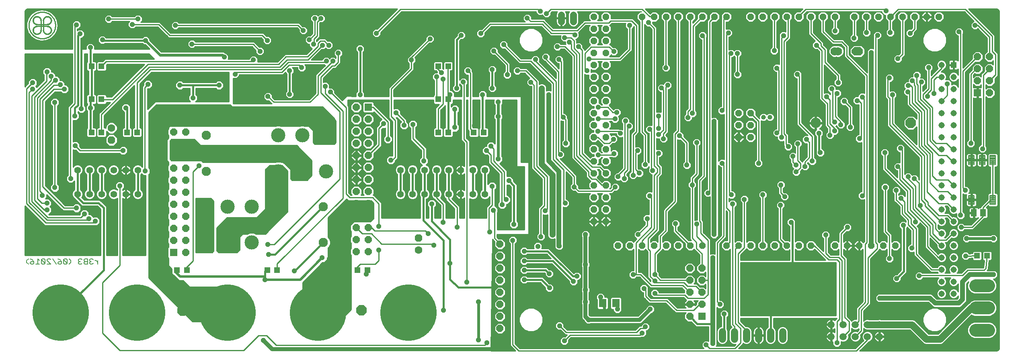
<source format=gbl>
G75*
G70*
%OFA0B0*%
%FSLAX24Y24*%
%IPPOS*%
%LPD*%
%AMOC8*
5,1,8,0,0,1.08239X$1,22.5*
%
%ADD10C,0.0050*%
%ADD11C,0.0397*%
%ADD12C,0.0700*%
%ADD13OC8,0.0700*%
%ADD14C,0.0594*%
%ADD15C,0.0100*%
%ADD16C,0.0010*%
%ADD17OC8,0.0630*%
%ADD18C,0.0630*%
%ADD19C,0.0560*%
%ADD20C,0.0860*%
%ADD21OC8,0.0860*%
%ADD22OC8,0.0554*%
%ADD23OC8,0.0600*%
%ADD24C,0.1181*%
%ADD25C,0.0768*%
%ADD26C,0.4685*%
%ADD27R,0.0472X0.0472*%
%ADD28C,0.1065*%
%ADD29R,0.0594X0.0594*%
%ADD30OC8,0.0594*%
%ADD31C,0.0515*%
%ADD32R,0.0515X0.0515*%
%ADD33C,0.0594*%
%ADD34C,0.0554*%
%ADD35R,0.0630X0.0709*%
%ADD36R,0.0197X0.0098*%
%ADD37R,0.0436X0.0436*%
%ADD38R,0.0512X0.0591*%
%ADD39C,0.0083*%
%ADD40OC8,0.0396*%
%ADD41C,0.0240*%
%ADD42C,0.0160*%
%ADD43C,0.0320*%
%ADD44C,0.0400*%
%ADD45C,0.0200*%
%ADD46C,0.0500*%
%ADD47C,0.0120*%
%ADD48R,0.0396X0.0396*%
%ADD49C,0.1350*%
D10*
X009674Y010805D02*
X009524Y010955D01*
X009524Y011105D01*
X009674Y011255D01*
X009834Y011255D02*
X009984Y011180D01*
X010134Y011030D01*
X009909Y011030D01*
X009834Y010955D01*
X009834Y010880D01*
X009909Y010805D01*
X010059Y010805D01*
X010134Y010880D01*
X010134Y011030D01*
X010294Y010805D02*
X010595Y010805D01*
X010445Y010805D02*
X010445Y011255D01*
X010595Y011105D01*
X010755Y011180D02*
X011055Y010880D01*
X010980Y010805D01*
X010830Y010805D01*
X010755Y010880D01*
X010755Y011180D01*
X010830Y011255D01*
X010980Y011255D01*
X011055Y011180D01*
X011055Y010880D01*
X011215Y010805D02*
X011515Y010805D01*
X011215Y011105D01*
X011215Y011180D01*
X011290Y011255D01*
X011440Y011255D01*
X011515Y011180D01*
X011676Y011255D02*
X011976Y010805D01*
X012136Y010880D02*
X012136Y010955D01*
X012211Y011030D01*
X012436Y011030D01*
X012436Y010880D01*
X012361Y010805D01*
X012211Y010805D01*
X012136Y010880D01*
X012286Y011180D02*
X012436Y011030D01*
X012286Y011180D02*
X012136Y011255D01*
X012596Y011180D02*
X012897Y010880D01*
X012822Y010805D01*
X012671Y010805D01*
X012596Y010880D01*
X012596Y011180D01*
X012671Y011255D01*
X012822Y011255D01*
X012897Y011180D01*
X012897Y010880D01*
X013053Y010805D02*
X013204Y010955D01*
X013204Y011105D01*
X013053Y011255D01*
X013824Y011180D02*
X013824Y011105D01*
X013899Y011030D01*
X013824Y010955D01*
X013824Y010880D01*
X013899Y010805D01*
X014049Y010805D01*
X014124Y010880D01*
X014284Y010880D02*
X014284Y010955D01*
X014360Y011030D01*
X014585Y011030D01*
X014745Y011105D02*
X014820Y011030D01*
X014745Y010955D01*
X014745Y010880D01*
X014820Y010805D01*
X014970Y010805D01*
X015045Y010880D01*
X014895Y011030D02*
X014820Y011030D01*
X014745Y011105D02*
X014745Y011180D01*
X014820Y011255D01*
X014970Y011255D01*
X015045Y011180D01*
X015204Y011105D02*
X015279Y011105D01*
X015429Y010955D01*
X015429Y010805D02*
X015429Y011105D01*
X014585Y011255D02*
X014585Y010805D01*
X014360Y010805D01*
X014284Y010880D01*
X014360Y011030D02*
X014284Y011105D01*
X014284Y011180D01*
X014360Y011255D01*
X014585Y011255D01*
X014124Y011180D02*
X014049Y011255D01*
X013899Y011255D01*
X013824Y011180D01*
X013899Y011030D02*
X013974Y011030D01*
D11*
X070610Y023022D03*
X071161Y023022D03*
D12*
X076535Y028497D03*
X076785Y028497D03*
D13*
X078285Y028497D03*
X078535Y028497D03*
D14*
X072210Y005194D02*
X072210Y004600D01*
X071210Y004600D02*
X071210Y005194D01*
X070210Y005194D02*
X070210Y004600D01*
X069210Y004600D02*
X069210Y005194D01*
X068210Y005194D02*
X068210Y004600D01*
X067210Y004600D02*
X067210Y005194D01*
D15*
X015810Y005097D02*
X015810Y009272D01*
X017260Y010722D01*
X017260Y017322D01*
X016892Y017332D02*
X015998Y017332D01*
X015998Y017234D02*
X016892Y017234D01*
X016892Y017169D02*
X017040Y017021D01*
X017040Y016973D01*
X017002Y017012D01*
X016837Y017080D01*
X016659Y017080D01*
X016495Y017012D01*
X016369Y016886D01*
X016301Y016722D01*
X016301Y016544D01*
X016369Y016379D01*
X016495Y016254D01*
X016659Y016186D01*
X016837Y016186D01*
X017002Y016254D01*
X017040Y016292D01*
X017040Y011547D01*
X016160Y011547D01*
X016160Y015451D01*
X016162Y015455D01*
X016160Y015501D01*
X016160Y015547D01*
X016159Y015550D01*
X016159Y015554D01*
X016140Y015596D01*
X016122Y015638D01*
X016120Y015641D01*
X016118Y015645D01*
X016085Y015676D01*
X016052Y015709D01*
X016048Y015710D01*
X015660Y016076D01*
X015627Y016109D01*
X015623Y016110D01*
X015621Y016113D01*
X015578Y016129D01*
X015535Y016147D01*
X015531Y016147D01*
X015528Y016148D01*
X015482Y016147D01*
X014314Y016147D01*
X014104Y016356D01*
X014127Y016379D01*
X014195Y016544D01*
X014195Y016722D01*
X014127Y016886D01*
X014002Y017012D01*
X013998Y017013D01*
X013998Y018252D01*
X014002Y018254D01*
X014127Y018379D01*
X014195Y018544D01*
X014195Y018722D01*
X014127Y018886D01*
X014002Y019012D01*
X013837Y019080D01*
X013659Y019080D01*
X013495Y019012D01*
X013380Y018897D01*
X013380Y020306D01*
X013408Y020279D01*
X013617Y020279D01*
X013869Y020027D01*
X017235Y020027D01*
X017383Y019879D01*
X017688Y019879D01*
X017904Y020094D01*
X017904Y020399D01*
X017688Y020615D01*
X017383Y020615D01*
X017235Y020467D01*
X014052Y020467D01*
X013929Y020590D01*
X013929Y020799D01*
X013713Y021015D01*
X013408Y021015D01*
X013380Y020987D01*
X013380Y022756D01*
X013383Y022754D01*
X013688Y022754D01*
X013904Y022969D01*
X013904Y023274D01*
X013785Y023392D01*
X013785Y023476D01*
X013908Y023354D01*
X014213Y023354D01*
X014429Y023569D01*
X014429Y023874D01*
X014310Y023992D01*
X014310Y028297D01*
X014560Y028297D01*
X014560Y027626D01*
X014503Y027569D01*
X014503Y026956D01*
X014603Y026856D01*
X014660Y026856D01*
X014660Y024913D01*
X014603Y024913D01*
X014503Y024813D01*
X014503Y024200D01*
X014560Y024143D01*
X014560Y024067D01*
X014442Y023949D01*
X014442Y023644D01*
X014560Y023526D01*
X014560Y022114D01*
X014503Y022057D01*
X014503Y021444D01*
X014603Y021345D01*
X015216Y021345D01*
X015316Y021444D01*
X015316Y022057D01*
X015216Y022157D01*
X015060Y022157D01*
X015060Y023526D01*
X015179Y023644D01*
X015179Y023949D01*
X015060Y024067D01*
X015060Y024100D01*
X015216Y024100D01*
X015316Y024200D01*
X015316Y024813D01*
X015216Y024913D01*
X015160Y024913D01*
X015160Y026856D01*
X015216Y026856D01*
X015316Y026956D01*
X015316Y027569D01*
X015216Y027669D01*
X015060Y027669D01*
X015060Y028297D01*
X019660Y028297D01*
X020090Y027867D01*
X016030Y027867D01*
X015832Y027669D01*
X015430Y027669D01*
X015330Y027569D01*
X015330Y026956D01*
X015430Y026856D01*
X016043Y026856D01*
X016143Y026956D01*
X016143Y027358D01*
X016212Y027427D01*
X019279Y027427D01*
X016560Y024708D01*
X016143Y024708D01*
X016143Y024813D01*
X016043Y024913D01*
X015430Y024913D01*
X015330Y024813D01*
X015330Y024200D01*
X015430Y024100D01*
X016043Y024100D01*
X016143Y024200D01*
X016143Y024268D01*
X016445Y024268D01*
X015645Y023468D01*
X015516Y023339D01*
X015516Y022157D01*
X015430Y022157D01*
X015330Y022057D01*
X015330Y021444D01*
X015430Y021345D01*
X016043Y021345D01*
X016143Y021444D01*
X016143Y021863D01*
X016149Y021847D01*
X016286Y021711D01*
X016464Y021637D01*
X016657Y021637D01*
X016835Y021711D01*
X016972Y021847D01*
X017045Y022025D01*
X017045Y022218D01*
X016972Y022397D01*
X016835Y022533D01*
X016657Y022607D01*
X016464Y022607D01*
X016286Y022533D01*
X016149Y022397D01*
X016075Y022218D01*
X016075Y022125D01*
X016043Y022157D01*
X015956Y022157D01*
X015956Y023157D01*
X018469Y025669D01*
X018469Y022157D01*
X018383Y022157D01*
X018283Y022057D01*
X018283Y021444D01*
X018383Y021345D01*
X018996Y021345D01*
X019095Y021444D01*
X019095Y022057D01*
X018996Y022157D01*
X018909Y022157D01*
X018909Y025784D01*
X019877Y026752D01*
X026285Y026752D01*
X026285Y024307D01*
X023516Y024307D01*
X023679Y024469D01*
X023679Y024774D01*
X023560Y024892D01*
X023560Y025422D01*
X025215Y025422D01*
X025333Y025304D01*
X025638Y025304D01*
X025854Y025519D01*
X025854Y025824D01*
X025638Y026040D01*
X025333Y026040D01*
X025215Y025922D01*
X022506Y025922D01*
X022388Y026040D01*
X022083Y026040D01*
X021867Y025824D01*
X021867Y025519D01*
X022083Y025304D01*
X022388Y025304D01*
X022506Y025422D01*
X023060Y025422D01*
X023060Y024892D01*
X022942Y024774D01*
X022942Y024469D01*
X023105Y024307D01*
X020234Y024307D01*
X020138Y024267D01*
X020065Y024194D01*
X019555Y023685D01*
X019555Y025379D01*
X019738Y025379D01*
X019954Y025594D01*
X019954Y025899D01*
X019738Y026115D01*
X019433Y026115D01*
X019217Y025899D01*
X019217Y025690D01*
X019115Y025588D01*
X019115Y018898D01*
X019002Y019012D01*
X018837Y019080D01*
X018659Y019080D01*
X018495Y019012D01*
X018369Y018886D01*
X018301Y018722D01*
X018301Y018544D01*
X018369Y018379D01*
X018495Y018254D01*
X018498Y018252D01*
X018498Y017013D01*
X018495Y017012D01*
X018369Y016886D01*
X018301Y016722D01*
X018301Y016544D01*
X018369Y016379D01*
X018495Y016254D01*
X018659Y016186D01*
X018837Y016186D01*
X019002Y016254D01*
X019127Y016379D01*
X019195Y016544D01*
X019195Y016722D01*
X019127Y016886D01*
X019002Y017012D01*
X018998Y017013D01*
X018998Y018252D01*
X019002Y018254D01*
X019067Y018319D01*
X019208Y018179D01*
X019400Y018179D01*
X019400Y011547D01*
X017480Y011547D01*
X017480Y016299D01*
X017524Y016267D01*
X017584Y016237D01*
X017648Y016216D01*
X017710Y016206D01*
X017710Y016594D01*
X017787Y016594D01*
X017787Y016671D01*
X018175Y016671D01*
X018165Y016733D01*
X018144Y016797D01*
X018114Y016857D01*
X018074Y016911D01*
X018027Y016959D01*
X017972Y016998D01*
X017912Y017029D01*
X017848Y017049D01*
X017787Y017059D01*
X017787Y016671D01*
X017710Y016671D01*
X017710Y017059D01*
X017648Y017049D01*
X017584Y017029D01*
X017524Y016998D01*
X017480Y016966D01*
X017480Y017021D01*
X017629Y017169D01*
X017629Y017474D01*
X017413Y017690D01*
X017108Y017690D01*
X016892Y017474D01*
X016892Y017169D01*
X016926Y017135D02*
X015998Y017135D01*
X015998Y017037D02*
X016556Y017037D01*
X016422Y016938D02*
X016075Y016938D01*
X016127Y016886D02*
X016002Y017012D01*
X015998Y017013D01*
X015998Y018252D01*
X016002Y018254D01*
X016127Y018379D01*
X016195Y018544D01*
X016195Y018722D01*
X016127Y018886D01*
X016002Y019012D01*
X015837Y019080D01*
X015659Y019080D01*
X015495Y019012D01*
X015369Y018886D01*
X015301Y018722D01*
X015301Y018544D01*
X015369Y018379D01*
X015495Y018254D01*
X015498Y018252D01*
X015498Y017013D01*
X015495Y017012D01*
X015369Y016886D01*
X015301Y016722D01*
X015301Y016544D01*
X015369Y016379D01*
X015495Y016254D01*
X015659Y016186D01*
X015837Y016186D01*
X016002Y016254D01*
X016127Y016379D01*
X016195Y016544D01*
X016195Y016722D01*
X016127Y016886D01*
X016146Y016840D02*
X016350Y016840D01*
X016309Y016741D02*
X016187Y016741D01*
X016195Y016643D02*
X016301Y016643D01*
X016301Y016544D02*
X016195Y016544D01*
X016155Y016446D02*
X016342Y016446D01*
X016401Y016347D02*
X016095Y016347D01*
X015990Y016249D02*
X016506Y016249D01*
X016990Y016249D02*
X017040Y016249D01*
X017040Y016150D02*
X014311Y016150D01*
X014212Y016249D02*
X014506Y016249D01*
X014495Y016254D02*
X014659Y016186D01*
X014837Y016186D01*
X015002Y016254D01*
X015127Y016379D01*
X015195Y016544D01*
X015195Y016722D01*
X015127Y016886D01*
X015002Y017012D01*
X014998Y017013D01*
X014998Y018252D01*
X015002Y018254D01*
X015127Y018379D01*
X015195Y018544D01*
X015195Y018722D01*
X015127Y018886D01*
X015002Y019012D01*
X014837Y019080D01*
X014659Y019080D01*
X014495Y019012D01*
X014369Y018886D01*
X014301Y018722D01*
X014301Y018544D01*
X014369Y018379D01*
X014495Y018254D01*
X014498Y018252D01*
X014498Y017013D01*
X014495Y017012D01*
X014369Y016886D01*
X014301Y016722D01*
X014301Y016544D01*
X014369Y016379D01*
X014495Y016254D01*
X014401Y016347D02*
X014114Y016347D01*
X014155Y016446D02*
X014342Y016446D01*
X014301Y016544D02*
X014195Y016544D01*
X014195Y016643D02*
X014301Y016643D01*
X014309Y016741D02*
X014187Y016741D01*
X014146Y016840D02*
X014350Y016840D01*
X014422Y016938D02*
X014075Y016938D01*
X013998Y017037D02*
X014498Y017037D01*
X014498Y017135D02*
X013998Y017135D01*
X013998Y017234D02*
X014498Y017234D01*
X014498Y017332D02*
X013998Y017332D01*
X013998Y017431D02*
X014498Y017431D01*
X014498Y017529D02*
X013998Y017529D01*
X013998Y017628D02*
X014498Y017628D01*
X014498Y017726D02*
X013998Y017726D01*
X013998Y017825D02*
X014498Y017825D01*
X014498Y017923D02*
X013998Y017923D01*
X013998Y018022D02*
X014498Y018022D01*
X014498Y018120D02*
X013998Y018120D01*
X013998Y018219D02*
X014498Y018219D01*
X014431Y018317D02*
X014065Y018317D01*
X014143Y018416D02*
X014354Y018416D01*
X014313Y018514D02*
X014183Y018514D01*
X014195Y018613D02*
X014301Y018613D01*
X014301Y018711D02*
X014195Y018711D01*
X014159Y018810D02*
X014338Y018810D01*
X014392Y018908D02*
X014105Y018908D01*
X014006Y019007D02*
X014490Y019007D01*
X015006Y019007D02*
X015490Y019007D01*
X015392Y018908D02*
X015105Y018908D01*
X015159Y018810D02*
X015338Y018810D01*
X015301Y018711D02*
X015195Y018711D01*
X015195Y018613D02*
X015301Y018613D01*
X015313Y018514D02*
X015183Y018514D01*
X015143Y018416D02*
X015354Y018416D01*
X015431Y018317D02*
X015065Y018317D01*
X014998Y018219D02*
X015498Y018219D01*
X015498Y018120D02*
X014998Y018120D01*
X014998Y018022D02*
X015498Y018022D01*
X015498Y017923D02*
X014998Y017923D01*
X014998Y017825D02*
X015498Y017825D01*
X015498Y017726D02*
X014998Y017726D01*
X014998Y017628D02*
X015498Y017628D01*
X015498Y017529D02*
X014998Y017529D01*
X014998Y017431D02*
X015498Y017431D01*
X015498Y017332D02*
X014998Y017332D01*
X014998Y017234D02*
X015498Y017234D01*
X015498Y017135D02*
X014998Y017135D01*
X014998Y017037D02*
X015498Y017037D01*
X015422Y016938D02*
X015075Y016938D01*
X015146Y016840D02*
X015350Y016840D01*
X015309Y016741D02*
X015187Y016741D01*
X015195Y016643D02*
X015301Y016643D01*
X015301Y016544D02*
X015195Y016544D01*
X015155Y016446D02*
X015342Y016446D01*
X015401Y016347D02*
X015095Y016347D01*
X014990Y016249D02*
X015506Y016249D01*
X015686Y016052D02*
X017040Y016052D01*
X017040Y015953D02*
X015790Y015953D01*
X015895Y015855D02*
X017040Y015855D01*
X017040Y015756D02*
X016000Y015756D01*
X016104Y015658D02*
X017040Y015658D01*
X017040Y015559D02*
X016157Y015559D01*
X016162Y015461D02*
X017040Y015461D01*
X017040Y015362D02*
X016160Y015362D01*
X016160Y015264D02*
X017040Y015264D01*
X017040Y015165D02*
X016160Y015165D01*
X016160Y015067D02*
X017040Y015067D01*
X017040Y014968D02*
X016160Y014968D01*
X016160Y014870D02*
X017040Y014870D01*
X017040Y014771D02*
X016160Y014771D01*
X016160Y014673D02*
X017040Y014673D01*
X017040Y014574D02*
X016160Y014574D01*
X016160Y014476D02*
X017040Y014476D01*
X017040Y014377D02*
X016160Y014377D01*
X016160Y014279D02*
X017040Y014279D01*
X017040Y014180D02*
X016160Y014180D01*
X016160Y014082D02*
X017040Y014082D01*
X017040Y013983D02*
X016160Y013983D01*
X016160Y013885D02*
X017040Y013885D01*
X017040Y013786D02*
X016160Y013786D01*
X016160Y013688D02*
X017040Y013688D01*
X017040Y013589D02*
X016160Y013589D01*
X016160Y013491D02*
X017040Y013491D01*
X017040Y013392D02*
X016160Y013392D01*
X016160Y013294D02*
X017040Y013294D01*
X017040Y013195D02*
X016160Y013195D01*
X016160Y013097D02*
X017040Y013097D01*
X017040Y012998D02*
X016160Y012998D01*
X016160Y012900D02*
X017040Y012900D01*
X017040Y012801D02*
X016160Y012801D01*
X016160Y012703D02*
X017040Y012703D01*
X017040Y012604D02*
X016160Y012604D01*
X016160Y012506D02*
X017040Y012506D01*
X017040Y012407D02*
X016160Y012407D01*
X016160Y012309D02*
X017040Y012309D01*
X017040Y012210D02*
X016160Y012210D01*
X016160Y012112D02*
X017040Y012112D01*
X017040Y012013D02*
X016160Y012013D01*
X016160Y011915D02*
X017040Y011915D01*
X017040Y011816D02*
X016160Y011816D01*
X016160Y011718D02*
X017040Y011718D01*
X017040Y011619D02*
X016160Y011619D01*
X015660Y011619D02*
X009394Y011619D01*
X009394Y011547D02*
X009394Y015653D01*
X009419Y015627D01*
X011019Y014027D01*
X015177Y014027D01*
X015179Y014029D01*
X015388Y014029D01*
X015604Y014244D01*
X015604Y014549D01*
X015388Y014765D01*
X015083Y014765D01*
X015054Y014736D01*
X015054Y014749D01*
X014838Y014965D01*
X014679Y014965D01*
X014679Y015149D01*
X014463Y015365D01*
X014158Y015365D01*
X013942Y015149D01*
X013942Y014940D01*
X013919Y014917D01*
X011377Y014917D01*
X011340Y014954D01*
X011363Y014954D01*
X011579Y015169D01*
X011579Y015474D01*
X011456Y015597D01*
X011579Y015719D01*
X011579Y016024D01*
X011363Y016240D01*
X011074Y016240D01*
X011204Y016369D01*
X011204Y016593D01*
X012544Y015252D01*
X013360Y015252D01*
X013508Y015104D01*
X013813Y015104D01*
X014029Y015319D01*
X014029Y015624D01*
X013813Y015840D01*
X013508Y015840D01*
X013360Y015692D01*
X012727Y015692D01*
X011080Y017338D01*
X011080Y024331D01*
X011877Y025127D01*
X012360Y025127D01*
X012508Y024979D01*
X012813Y024979D01*
X013029Y025194D01*
X013029Y025499D01*
X012813Y025715D01*
X012679Y025715D01*
X012679Y025874D01*
X012463Y026090D01*
X012304Y026090D01*
X012304Y026224D01*
X012088Y026440D01*
X011929Y026440D01*
X011929Y026574D01*
X011713Y026790D01*
X011579Y026790D01*
X011579Y026949D01*
X011363Y027165D01*
X011058Y027165D01*
X010842Y026949D01*
X010842Y026644D01*
X010965Y026521D01*
X010965Y026113D01*
X010365Y025513D01*
X010281Y025597D01*
X010404Y025719D01*
X010404Y026024D01*
X010188Y026240D01*
X009883Y026240D01*
X009667Y026024D01*
X009667Y025840D01*
X009394Y025566D01*
X009394Y028297D01*
X013315Y028297D01*
X013315Y024238D01*
X013069Y023992D01*
X012940Y023863D01*
X012940Y018197D01*
X012817Y018074D01*
X012817Y017769D01*
X013033Y017554D01*
X013338Y017554D01*
X013498Y017714D01*
X013498Y017013D01*
X013495Y017012D01*
X013369Y016886D01*
X013301Y016722D01*
X013301Y016544D01*
X013369Y016379D01*
X013484Y016265D01*
X013486Y016262D01*
X013487Y016262D01*
X013495Y016254D01*
X013504Y016250D01*
X013999Y015755D01*
X014069Y015685D01*
X014161Y015647D01*
X015386Y015647D01*
X015660Y015389D01*
X015660Y011547D01*
X009394Y011547D01*
X009394Y011718D02*
X015660Y011718D01*
X015660Y011816D02*
X009394Y011816D01*
X009394Y011915D02*
X015660Y011915D01*
X015660Y012013D02*
X009394Y012013D01*
X009394Y012112D02*
X015660Y012112D01*
X015660Y012210D02*
X009394Y012210D01*
X009394Y012309D02*
X015660Y012309D01*
X015660Y012407D02*
X009394Y012407D01*
X009394Y012506D02*
X015660Y012506D01*
X015660Y012604D02*
X009394Y012604D01*
X009394Y012703D02*
X015660Y012703D01*
X015660Y012801D02*
X009394Y012801D01*
X009394Y012900D02*
X015660Y012900D01*
X015660Y012998D02*
X009394Y012998D01*
X009394Y013097D02*
X015660Y013097D01*
X015660Y013195D02*
X009394Y013195D01*
X009394Y013294D02*
X015660Y013294D01*
X015660Y013392D02*
X009394Y013392D01*
X009394Y013491D02*
X015660Y013491D01*
X015660Y013589D02*
X009394Y013589D01*
X009394Y013688D02*
X015660Y013688D01*
X015660Y013786D02*
X009394Y013786D01*
X009394Y013885D02*
X015660Y013885D01*
X015660Y013983D02*
X009394Y013983D01*
X009394Y014082D02*
X010964Y014082D01*
X010866Y014180D02*
X009394Y014180D01*
X009394Y014279D02*
X010767Y014279D01*
X010669Y014377D02*
X009394Y014377D01*
X009394Y014476D02*
X010570Y014476D01*
X010472Y014574D02*
X009394Y014574D01*
X009394Y014673D02*
X010373Y014673D01*
X010275Y014771D02*
X009394Y014771D01*
X009394Y014870D02*
X010176Y014870D01*
X010078Y014968D02*
X009394Y014968D01*
X009394Y015067D02*
X009979Y015067D01*
X009881Y015165D02*
X009394Y015165D01*
X009394Y015264D02*
X009782Y015264D01*
X009684Y015362D02*
X009394Y015362D01*
X009394Y015461D02*
X009585Y015461D01*
X009487Y015559D02*
X009394Y015559D01*
X009510Y015847D02*
X009510Y025372D01*
X010010Y025872D01*
X010035Y025872D01*
X010291Y025606D02*
X010459Y025606D01*
X010389Y025705D02*
X010557Y025705D01*
X010656Y025803D02*
X010404Y025803D01*
X010404Y025902D02*
X010754Y025902D01*
X010853Y026000D02*
X010404Y026000D01*
X010329Y026099D02*
X010951Y026099D01*
X010965Y026197D02*
X010231Y026197D01*
X009840Y026197D02*
X009394Y026197D01*
X009394Y026099D02*
X009742Y026099D01*
X009667Y026000D02*
X009394Y026000D01*
X009394Y025902D02*
X009667Y025902D01*
X009631Y025803D02*
X009394Y025803D01*
X009394Y025705D02*
X009532Y025705D01*
X009434Y025606D02*
X009394Y025606D01*
X009735Y025072D02*
X010010Y025347D01*
X009735Y025072D02*
X009735Y015947D01*
X011210Y014472D01*
X014560Y014472D01*
X014685Y014597D01*
X014933Y014870D02*
X015660Y014870D01*
X015660Y014968D02*
X014679Y014968D01*
X014679Y015067D02*
X015660Y015067D01*
X015660Y015165D02*
X014663Y015165D01*
X014564Y015264D02*
X015660Y015264D01*
X015660Y015362D02*
X014466Y015362D01*
X014155Y015362D02*
X014029Y015362D01*
X014029Y015461D02*
X015584Y015461D01*
X015479Y015559D02*
X014029Y015559D01*
X013995Y015658D02*
X014134Y015658D01*
X013997Y015756D02*
X013897Y015756D01*
X013899Y015855D02*
X012564Y015855D01*
X012662Y015756D02*
X013424Y015756D01*
X013660Y015472D02*
X012635Y015472D01*
X010860Y017247D01*
X010860Y024422D01*
X011785Y025347D01*
X012660Y025347D01*
X012922Y025606D02*
X013315Y025606D01*
X013315Y025508D02*
X013020Y025508D01*
X013029Y025409D02*
X013315Y025409D01*
X013315Y025311D02*
X013029Y025311D01*
X013029Y025212D02*
X013315Y025212D01*
X013315Y025114D02*
X012948Y025114D01*
X012850Y025015D02*
X013315Y025015D01*
X013315Y024917D02*
X011667Y024917D01*
X011765Y025015D02*
X012471Y025015D01*
X012373Y025114D02*
X011864Y025114D01*
X011568Y024818D02*
X013315Y024818D01*
X013315Y024720D02*
X011470Y024720D01*
X011371Y024621D02*
X013315Y024621D01*
X013315Y024523D02*
X012105Y024523D01*
X012013Y024615D02*
X011708Y024615D01*
X011492Y024399D01*
X011492Y024094D01*
X011640Y023946D01*
X011640Y017472D01*
X011492Y017324D01*
X011492Y017019D01*
X011708Y016804D01*
X012013Y016804D01*
X012229Y017019D01*
X012229Y017324D01*
X012080Y017472D01*
X012080Y023946D01*
X012229Y024094D01*
X012229Y024399D01*
X012013Y024615D01*
X012204Y024424D02*
X013315Y024424D01*
X013315Y024326D02*
X012229Y024326D01*
X012229Y024227D02*
X013305Y024227D01*
X013206Y024129D02*
X012229Y024129D01*
X012165Y024030D02*
X013108Y024030D01*
X013009Y023932D02*
X012080Y023932D01*
X012080Y023833D02*
X012940Y023833D01*
X012940Y023735D02*
X012080Y023735D01*
X012080Y023636D02*
X012940Y023636D01*
X012940Y023538D02*
X012080Y023538D01*
X012080Y023439D02*
X012940Y023439D01*
X012940Y023341D02*
X012080Y023341D01*
X012080Y023242D02*
X012940Y023242D01*
X012940Y023144D02*
X012080Y023144D01*
X012080Y023045D02*
X012940Y023045D01*
X012940Y022947D02*
X012080Y022947D01*
X012080Y022848D02*
X012940Y022848D01*
X012940Y022750D02*
X012080Y022750D01*
X012080Y022651D02*
X012940Y022651D01*
X012940Y022553D02*
X012080Y022553D01*
X012080Y022454D02*
X012940Y022454D01*
X012940Y022356D02*
X012080Y022356D01*
X012080Y022257D02*
X012940Y022257D01*
X012940Y022159D02*
X012080Y022159D01*
X012080Y022060D02*
X012940Y022060D01*
X012940Y021962D02*
X012080Y021962D01*
X012080Y021863D02*
X012940Y021863D01*
X012940Y021765D02*
X012080Y021765D01*
X012080Y021666D02*
X012940Y021666D01*
X012940Y021568D02*
X012080Y021568D01*
X012080Y021469D02*
X012940Y021469D01*
X012940Y021371D02*
X012080Y021371D01*
X012080Y021272D02*
X012940Y021272D01*
X012940Y021174D02*
X012080Y021174D01*
X012080Y021075D02*
X012940Y021075D01*
X012940Y020977D02*
X012080Y020977D01*
X012080Y020878D02*
X012940Y020878D01*
X012940Y020780D02*
X012080Y020780D01*
X012080Y020681D02*
X012940Y020681D01*
X012940Y020583D02*
X012080Y020583D01*
X012080Y020484D02*
X012940Y020484D01*
X012940Y020386D02*
X012080Y020386D01*
X012080Y020287D02*
X012940Y020287D01*
X012940Y020189D02*
X012080Y020189D01*
X012080Y020090D02*
X012940Y020090D01*
X012940Y019992D02*
X012080Y019992D01*
X012080Y019893D02*
X012940Y019893D01*
X012940Y019795D02*
X012080Y019795D01*
X012080Y019696D02*
X012940Y019696D01*
X012940Y019598D02*
X012080Y019598D01*
X012080Y019499D02*
X012940Y019499D01*
X012940Y019401D02*
X012080Y019401D01*
X012080Y019302D02*
X012940Y019302D01*
X012940Y019204D02*
X012080Y019204D01*
X012080Y019105D02*
X012940Y019105D01*
X012940Y019007D02*
X012080Y019007D01*
X012080Y018908D02*
X012940Y018908D01*
X012940Y018810D02*
X012080Y018810D01*
X012080Y018711D02*
X012940Y018711D01*
X012940Y018613D02*
X012080Y018613D01*
X012080Y018514D02*
X012940Y018514D01*
X012940Y018416D02*
X012080Y018416D01*
X012080Y018317D02*
X012940Y018317D01*
X012940Y018219D02*
X012080Y018219D01*
X012080Y018120D02*
X012863Y018120D01*
X012817Y018022D02*
X012080Y018022D01*
X012080Y017923D02*
X012817Y017923D01*
X012817Y017825D02*
X012080Y017825D01*
X012080Y017726D02*
X012860Y017726D01*
X012959Y017628D02*
X012080Y017628D01*
X012080Y017529D02*
X013498Y017529D01*
X013498Y017431D02*
X012122Y017431D01*
X012221Y017332D02*
X013498Y017332D01*
X013498Y017234D02*
X012229Y017234D01*
X012229Y017135D02*
X013498Y017135D01*
X013498Y017037D02*
X012229Y017037D01*
X012148Y016938D02*
X013422Y016938D01*
X013350Y016840D02*
X012049Y016840D01*
X011776Y016643D02*
X013301Y016643D01*
X013301Y016544D02*
X011874Y016544D01*
X011973Y016446D02*
X013342Y016446D01*
X013401Y016347D02*
X012071Y016347D01*
X012170Y016249D02*
X013505Y016249D01*
X013603Y016150D02*
X012268Y016150D01*
X012367Y016052D02*
X013702Y016052D01*
X013800Y015953D02*
X012465Y015953D01*
X012138Y015658D02*
X011517Y015658D01*
X011494Y015559D02*
X012237Y015559D01*
X012335Y015461D02*
X011579Y015461D01*
X011579Y015362D02*
X012434Y015362D01*
X012532Y015264D02*
X011579Y015264D01*
X011575Y015165D02*
X013446Y015165D01*
X013875Y015165D02*
X013958Y015165D01*
X013942Y015067D02*
X011476Y015067D01*
X011378Y014968D02*
X013942Y014968D01*
X014010Y014697D02*
X011285Y014697D01*
X009960Y016022D01*
X009960Y024797D01*
X011185Y026022D01*
X011185Y026772D01*
X011210Y026797D01*
X010842Y026788D02*
X009394Y026788D01*
X009394Y026690D02*
X010842Y026690D01*
X010895Y026591D02*
X009394Y026591D01*
X009394Y026493D02*
X010965Y026493D01*
X010965Y026394D02*
X009394Y026394D01*
X009394Y026296D02*
X010965Y026296D01*
X011560Y026422D02*
X011560Y026072D01*
X010185Y024697D01*
X010185Y016122D01*
X010985Y015322D01*
X011210Y015322D01*
X011579Y015756D02*
X012040Y015756D01*
X011941Y015855D02*
X011579Y015855D01*
X011579Y015953D02*
X011843Y015953D01*
X011744Y016052D02*
X011551Y016052D01*
X011646Y016150D02*
X011453Y016150D01*
X011547Y016249D02*
X011083Y016249D01*
X011182Y016347D02*
X011449Y016347D01*
X011350Y016446D02*
X011204Y016446D01*
X011204Y016544D02*
X011252Y016544D01*
X010835Y016522D02*
X010835Y016672D01*
X010635Y016872D01*
X010635Y024522D01*
X011785Y025672D01*
X012260Y025672D01*
X012310Y025722D01*
X012553Y026000D02*
X013315Y026000D01*
X013315Y025902D02*
X012651Y025902D01*
X012679Y025803D02*
X013315Y025803D01*
X013315Y025705D02*
X012823Y025705D01*
X013315Y026099D02*
X012304Y026099D01*
X012304Y026197D02*
X013315Y026197D01*
X013315Y026296D02*
X012232Y026296D01*
X012134Y026394D02*
X013315Y026394D01*
X013315Y026493D02*
X011929Y026493D01*
X011912Y026591D02*
X013315Y026591D01*
X013315Y026690D02*
X011813Y026690D01*
X011715Y026788D02*
X013315Y026788D01*
X013315Y026887D02*
X011579Y026887D01*
X011543Y026985D02*
X013315Y026985D01*
X013315Y027084D02*
X011444Y027084D01*
X010977Y027084D02*
X009394Y027084D01*
X009394Y027182D02*
X013315Y027182D01*
X013315Y027281D02*
X009394Y027281D01*
X009394Y027379D02*
X013315Y027379D01*
X013315Y027478D02*
X009394Y027478D01*
X009394Y027576D02*
X013315Y027576D01*
X013315Y027675D02*
X009394Y027675D01*
X009394Y027773D02*
X013315Y027773D01*
X013315Y027872D02*
X009394Y027872D01*
X009394Y027970D02*
X013315Y027970D01*
X013315Y028069D02*
X009394Y028069D01*
X009394Y028167D02*
X013315Y028167D01*
X013315Y028266D02*
X009394Y028266D01*
X009394Y028672D02*
X009394Y031790D01*
X009396Y031825D01*
X009418Y031890D01*
X009458Y031946D01*
X009514Y031987D01*
X009580Y032008D01*
X009614Y032011D01*
X040267Y032011D01*
X038601Y030345D01*
X038391Y030345D01*
X038187Y030141D01*
X038187Y029853D01*
X038391Y029649D01*
X038680Y029649D01*
X038884Y029853D01*
X038884Y030062D01*
X040618Y031797D01*
X051762Y031797D01*
X051762Y031678D01*
X051966Y031474D01*
X052255Y031474D01*
X052287Y031506D01*
X052287Y031478D01*
X052491Y031274D01*
X052780Y031274D01*
X052984Y031478D01*
X052984Y031687D01*
X053088Y031792D01*
X053522Y031792D01*
X053493Y031752D01*
X053462Y031692D01*
X053441Y031628D01*
X053430Y031561D01*
X053430Y031287D01*
X053820Y031287D01*
X053820Y031207D01*
X053430Y031207D01*
X053430Y030933D01*
X053441Y030866D01*
X053462Y030802D01*
X053493Y030741D01*
X053533Y030687D01*
X053580Y030639D01*
X053635Y030599D01*
X053695Y030568D01*
X053760Y030547D01*
X053820Y030538D01*
X053820Y031207D01*
X053900Y031207D01*
X053900Y030538D01*
X053961Y030547D01*
X054026Y030568D01*
X054086Y030599D01*
X054141Y030639D01*
X054188Y030687D01*
X054228Y030741D01*
X054259Y030802D01*
X054280Y030866D01*
X054290Y030933D01*
X054290Y031207D01*
X053901Y031207D01*
X053901Y031287D01*
X054290Y031287D01*
X054290Y031561D01*
X054280Y031628D01*
X054259Y031692D01*
X054228Y031752D01*
X054199Y031792D01*
X054517Y031792D01*
X054496Y031770D01*
X054430Y031612D01*
X054430Y030881D01*
X054496Y030723D01*
X054617Y030602D01*
X054775Y030537D01*
X054946Y030537D01*
X055104Y030602D01*
X055225Y030723D01*
X055290Y030881D01*
X055290Y031612D01*
X055225Y031770D01*
X055204Y031792D01*
X060478Y031792D01*
X060481Y031789D01*
X060379Y031789D01*
X060129Y031539D01*
X060129Y031185D01*
X060360Y030953D01*
X060360Y021714D01*
X060478Y021597D01*
X060610Y021464D01*
X060610Y019364D01*
X060462Y019216D01*
X060462Y018928D01*
X060666Y018724D01*
X060955Y018724D01*
X061135Y018905D01*
X061135Y018789D01*
X061087Y018741D01*
X061087Y018453D01*
X061291Y018249D01*
X061360Y018249D01*
X061360Y016814D01*
X061330Y016845D01*
X061041Y016845D01*
X060837Y016641D01*
X060837Y016353D01*
X061041Y016149D01*
X061135Y016149D01*
X061135Y014939D01*
X061130Y014945D01*
X060841Y014945D01*
X060637Y014741D01*
X060637Y014453D01*
X060785Y014305D01*
X060785Y014105D01*
X060301Y013620D01*
X060091Y013620D01*
X059887Y013416D01*
X059887Y013128D01*
X060091Y012924D01*
X060105Y012924D01*
X059978Y012797D01*
X059860Y012680D01*
X059860Y012662D01*
X059733Y012789D01*
X059379Y012789D01*
X059129Y012539D01*
X059129Y012185D01*
X059379Y011935D01*
X059733Y011935D01*
X059860Y012062D01*
X059860Y010295D01*
X059666Y010295D01*
X059462Y010091D01*
X059462Y009803D01*
X059666Y009599D01*
X059955Y009599D01*
X060103Y009747D01*
X060353Y009747D01*
X061135Y008964D01*
X061253Y008847D01*
X063853Y008847D01*
X064064Y008636D01*
X064064Y008447D01*
X061959Y008447D01*
X061959Y008541D01*
X061755Y008745D01*
X061466Y008745D01*
X061262Y008541D01*
X061262Y008253D01*
X061466Y008049D01*
X061676Y008049D01*
X061678Y008047D01*
X064003Y008047D01*
X064228Y007821D01*
X064064Y007657D01*
X064064Y007520D01*
X064462Y007520D01*
X064462Y007423D01*
X064064Y007423D01*
X064064Y007287D01*
X064179Y007172D01*
X063493Y007172D01*
X062785Y007880D01*
X062668Y007997D01*
X061293Y007997D01*
X061060Y008230D01*
X061060Y008730D01*
X061059Y008732D01*
X061059Y008941D01*
X060855Y009145D01*
X060566Y009145D01*
X060362Y008941D01*
X060362Y008653D01*
X060566Y008449D01*
X060660Y008449D01*
X060660Y008064D01*
X060778Y007947D01*
X061128Y007597D01*
X062503Y007597D01*
X063210Y006889D01*
X063328Y006772D01*
X064179Y006772D01*
X064064Y006657D01*
X064064Y006287D01*
X064325Y006025D01*
X064632Y006025D01*
X064905Y005752D01*
X064905Y005752D01*
X065040Y005617D01*
X066060Y005617D01*
X066060Y004414D01*
X066005Y004470D01*
X065716Y004470D01*
X065512Y004266D01*
X065512Y003978D01*
X065668Y003822D01*
X050418Y003822D01*
X050035Y004205D01*
X050035Y012505D01*
X050184Y012653D01*
X050184Y012941D01*
X049980Y013145D01*
X049691Y013145D01*
X049487Y012941D01*
X049487Y012653D01*
X049635Y012505D01*
X049635Y004039D01*
X050058Y003617D01*
X048036Y003617D01*
X048156Y012894D01*
X048187Y012863D01*
X048336Y012679D01*
X048314Y012657D01*
X048314Y012287D01*
X048575Y012025D01*
X048946Y012025D01*
X049207Y012287D01*
X049207Y012657D01*
X048946Y012919D01*
X048656Y012919D01*
X048535Y013068D01*
X048535Y013272D01*
X051160Y013272D01*
X051160Y019297D01*
X050535Y019297D01*
X050535Y024747D01*
X047683Y024752D01*
X047684Y024753D01*
X047684Y025041D01*
X047480Y025245D01*
X047191Y025245D01*
X046987Y025041D01*
X046987Y024753D01*
X046510Y024754D01*
X046510Y026755D01*
X046459Y026807D01*
X046459Y027016D01*
X046255Y027220D01*
X045966Y027220D01*
X045762Y027016D01*
X045762Y026728D01*
X045966Y026524D01*
X046110Y026524D01*
X046110Y024754D01*
X045985Y024755D01*
X045985Y025705D01*
X046084Y025803D01*
X046084Y026091D01*
X045880Y026295D01*
X045591Y026295D01*
X045415Y026119D01*
X045415Y029352D01*
X045538Y029474D01*
X045705Y029474D01*
X045909Y029678D01*
X045909Y029966D01*
X045705Y030170D01*
X045416Y030170D01*
X045212Y029966D01*
X045212Y029799D01*
X044955Y029542D01*
X044955Y025684D01*
X044837Y025566D01*
X044837Y025278D01*
X045041Y025074D01*
X045330Y025074D01*
X045534Y025278D01*
X045534Y025566D01*
X045415Y025684D01*
X045415Y025775D01*
X045585Y025605D01*
X045585Y024755D01*
X044984Y024756D01*
X044984Y025041D01*
X044780Y025245D01*
X044660Y025245D01*
X044660Y026876D01*
X044775Y026876D01*
X044863Y026964D01*
X044863Y027561D01*
X044775Y027649D01*
X044178Y027649D01*
X044090Y027561D01*
X044090Y027034D01*
X044055Y027070D01*
X044036Y027070D01*
X044036Y027561D01*
X043948Y027649D01*
X043352Y027649D01*
X043264Y027561D01*
X043264Y026964D01*
X043352Y026876D01*
X043473Y026876D01*
X043562Y026787D01*
X043562Y026720D01*
X043366Y026720D01*
X043162Y026516D01*
X043162Y026228D01*
X043335Y026055D01*
X043335Y024877D01*
X043264Y024805D01*
X043264Y024759D01*
X039960Y024765D01*
X039960Y025289D01*
X041635Y026964D01*
X041635Y027480D01*
X041784Y027628D01*
X041784Y027916D01*
X041723Y027977D01*
X042920Y029174D01*
X043130Y029174D01*
X043334Y029378D01*
X043334Y029666D01*
X043130Y029870D01*
X042841Y029870D01*
X042637Y029666D01*
X042637Y029457D01*
X041301Y028120D01*
X041291Y028120D01*
X041087Y027916D01*
X041087Y027628D01*
X041235Y027480D01*
X041235Y027130D01*
X039560Y025455D01*
X039560Y024766D01*
X037534Y024769D01*
X037534Y025041D01*
X037415Y025159D01*
X037415Y028435D01*
X037534Y028553D01*
X037534Y028841D01*
X037330Y029045D01*
X037041Y029045D01*
X036837Y028841D01*
X036837Y028553D01*
X036955Y028435D01*
X036955Y025159D01*
X036837Y025041D01*
X036837Y024771D01*
X036060Y024772D01*
X035702Y024413D01*
X035059Y025057D01*
X035059Y025266D01*
X034855Y025470D01*
X034634Y025470D01*
X034634Y025741D01*
X034430Y025945D01*
X034141Y025945D01*
X034110Y025914D01*
X034110Y026264D01*
X034943Y027097D01*
X035143Y027097D01*
X035260Y027214D01*
X035560Y027514D01*
X035560Y028055D01*
X035709Y028203D01*
X035709Y028491D01*
X035505Y028695D01*
X035216Y028695D01*
X035012Y028491D01*
X035012Y028203D01*
X035160Y028055D01*
X035160Y027914D01*
X035055Y028020D01*
X034766Y028020D01*
X034648Y027902D01*
X034530Y028020D01*
X034241Y028020D01*
X034037Y027816D01*
X034037Y027772D01*
X033118Y027772D01*
X033995Y028649D01*
X034205Y028649D01*
X034323Y028767D01*
X034441Y028649D01*
X034730Y028649D01*
X034934Y028853D01*
X034934Y029141D01*
X034730Y029345D01*
X034495Y029345D01*
X034410Y029430D01*
X034293Y029547D01*
X033803Y029547D01*
X033603Y029347D01*
X033565Y029309D01*
X033560Y029314D01*
X033560Y029439D01*
X033718Y029597D01*
X033835Y029714D01*
X033835Y030839D01*
X033870Y030874D01*
X034080Y030874D01*
X034284Y031078D01*
X034284Y031366D01*
X034080Y031570D01*
X033791Y031570D01*
X033673Y031452D01*
X033555Y031570D01*
X033266Y031570D01*
X033062Y031366D01*
X033062Y031078D01*
X033210Y030930D01*
X033210Y029980D01*
X033026Y029795D01*
X032816Y029795D01*
X032612Y029591D01*
X032612Y029303D01*
X032816Y029099D01*
X032962Y029099D01*
X032962Y028928D01*
X033166Y028724D01*
X033205Y028724D01*
X032728Y028247D01*
X030953Y028247D01*
X030835Y028130D01*
X030328Y027622D01*
X028678Y027622D01*
X028684Y027628D01*
X028684Y027916D01*
X028480Y028120D01*
X028191Y028120D01*
X027987Y027916D01*
X027987Y027847D01*
X026228Y027847D01*
X026259Y027878D01*
X026259Y028166D01*
X026055Y028370D01*
X025969Y028370D01*
X025913Y028426D01*
X025814Y028467D01*
X020697Y028467D01*
X019734Y029431D01*
X019734Y029541D01*
X019530Y029745D01*
X019241Y029745D01*
X019123Y029627D01*
X016123Y029627D01*
X015955Y029795D01*
X015666Y029795D01*
X015462Y029591D01*
X015462Y029303D01*
X015666Y029099D01*
X015955Y029099D01*
X016023Y029167D01*
X019123Y029167D01*
X019241Y029049D01*
X019352Y029049D01*
X019729Y028672D01*
X015153Y028672D01*
X015159Y028678D01*
X015159Y028966D01*
X014955Y029170D01*
X014666Y029170D01*
X014462Y028966D01*
X014462Y028678D01*
X014468Y028672D01*
X014015Y028672D01*
X014015Y029599D01*
X014105Y029599D01*
X014309Y029803D01*
X014309Y030091D01*
X014105Y030295D01*
X013816Y030295D01*
X013735Y030214D01*
X013735Y030349D01*
X013805Y030349D01*
X014009Y030553D01*
X014009Y030841D01*
X013805Y031045D01*
X013516Y031045D01*
X013312Y030841D01*
X013312Y030553D01*
X013335Y030530D01*
X013335Y028672D01*
X009394Y028672D01*
X009394Y028758D02*
X013335Y028758D01*
X013335Y028857D02*
X009394Y028857D01*
X009394Y028955D02*
X013335Y028955D01*
X013335Y029054D02*
X009394Y029054D01*
X009394Y029152D02*
X013335Y029152D01*
X013335Y029251D02*
X009394Y029251D01*
X009394Y029349D02*
X013335Y029349D01*
X013335Y029448D02*
X011257Y029448D01*
X011134Y029394D02*
X011526Y029566D01*
X011841Y029855D01*
X011841Y029855D01*
X012044Y030232D01*
X012115Y030654D01*
X012044Y031076D01*
X011841Y031452D01*
X011841Y031452D01*
X011526Y031742D01*
X011134Y031914D01*
X010707Y031949D01*
X010707Y031949D01*
X010292Y031844D01*
X009934Y031610D01*
X009671Y031273D01*
X009532Y030868D01*
X009532Y030440D01*
X009671Y030035D01*
X009934Y029697D01*
X010292Y029463D01*
X010292Y029463D01*
X010707Y029358D01*
X010707Y029358D01*
X011134Y029394D01*
X011134Y029394D01*
X011482Y029546D02*
X013335Y029546D01*
X013335Y029645D02*
X011612Y029645D01*
X011526Y029566D02*
X011526Y029566D01*
X011719Y029743D02*
X013335Y029743D01*
X013335Y029842D02*
X011826Y029842D01*
X011886Y029940D02*
X013335Y029940D01*
X013335Y030039D02*
X011940Y030039D01*
X011993Y030137D02*
X013335Y030137D01*
X013335Y030236D02*
X012045Y030236D01*
X012044Y030232D02*
X012044Y030232D01*
X012061Y030334D02*
X013335Y030334D01*
X013335Y030433D02*
X012078Y030433D01*
X012094Y030531D02*
X013334Y030531D01*
X013312Y030630D02*
X012111Y030630D01*
X012102Y030728D02*
X013312Y030728D01*
X013312Y030827D02*
X012086Y030827D01*
X012069Y030925D02*
X013397Y030925D01*
X013495Y031024D02*
X012053Y031024D01*
X012044Y031076D02*
X012044Y031076D01*
X012019Y031122D02*
X015987Y031122D01*
X015987Y031028D02*
X016191Y030824D01*
X016480Y030824D01*
X016628Y030972D01*
X018043Y030972D01*
X017937Y030866D01*
X017937Y030578D01*
X018141Y030374D01*
X018430Y030374D01*
X018578Y030522D01*
X020403Y030522D01*
X021185Y029739D01*
X021303Y029622D01*
X028978Y029622D01*
X029137Y029462D01*
X029137Y029253D01*
X029341Y029049D01*
X029630Y029049D01*
X029834Y029253D01*
X029834Y029541D01*
X029630Y029745D01*
X029420Y029745D01*
X029143Y030022D01*
X021468Y030022D01*
X020568Y030922D01*
X019003Y030922D01*
X019109Y031028D01*
X019109Y031316D01*
X018905Y031520D01*
X018616Y031520D01*
X018468Y031372D01*
X016628Y031372D01*
X016480Y031520D01*
X016191Y031520D01*
X015987Y031316D01*
X015987Y031028D01*
X015991Y031024D02*
X013826Y031024D01*
X013924Y030925D02*
X016090Y030925D01*
X016188Y030827D02*
X014009Y030827D01*
X014009Y030728D02*
X017937Y030728D01*
X017937Y030630D02*
X014009Y030630D01*
X013987Y030531D02*
X017984Y030531D01*
X018082Y030433D02*
X013889Y030433D01*
X013735Y030334D02*
X020590Y030334D01*
X020689Y030236D02*
X014164Y030236D01*
X014262Y030137D02*
X020787Y030137D01*
X020886Y030039D02*
X014309Y030039D01*
X014309Y029940D02*
X020984Y029940D01*
X021083Y029842D02*
X014309Y029842D01*
X014249Y029743D02*
X015615Y029743D01*
X015516Y029645D02*
X014151Y029645D01*
X014015Y029546D02*
X015462Y029546D01*
X015462Y029448D02*
X014015Y029448D01*
X014015Y029349D02*
X015462Y029349D01*
X015514Y029251D02*
X014015Y029251D01*
X014015Y029152D02*
X014649Y029152D01*
X014550Y029054D02*
X014015Y029054D01*
X014015Y028955D02*
X014462Y028955D01*
X014462Y028857D02*
X014015Y028857D01*
X014015Y028758D02*
X014462Y028758D01*
X014560Y028266D02*
X014310Y028266D01*
X014310Y028167D02*
X014560Y028167D01*
X014560Y028069D02*
X014310Y028069D01*
X014310Y027970D02*
X014560Y027970D01*
X014560Y027872D02*
X014310Y027872D01*
X014310Y027773D02*
X014560Y027773D01*
X014560Y027675D02*
X014310Y027675D01*
X014310Y027576D02*
X014511Y027576D01*
X014503Y027478D02*
X014310Y027478D01*
X014310Y027379D02*
X014503Y027379D01*
X014503Y027281D02*
X014310Y027281D01*
X014310Y027182D02*
X014503Y027182D01*
X014503Y027084D02*
X014310Y027084D01*
X014310Y026985D02*
X014503Y026985D01*
X014573Y026887D02*
X014310Y026887D01*
X014310Y026788D02*
X014660Y026788D01*
X014660Y026690D02*
X014310Y026690D01*
X014310Y026591D02*
X014660Y026591D01*
X014660Y026493D02*
X014310Y026493D01*
X014310Y026394D02*
X014660Y026394D01*
X014660Y026296D02*
X014310Y026296D01*
X014310Y026197D02*
X014660Y026197D01*
X014660Y026099D02*
X014310Y026099D01*
X014310Y026000D02*
X014660Y026000D01*
X014660Y025902D02*
X014310Y025902D01*
X014310Y025803D02*
X014660Y025803D01*
X014660Y025705D02*
X014310Y025705D01*
X014310Y025606D02*
X014660Y025606D01*
X014660Y025508D02*
X014310Y025508D01*
X014310Y025409D02*
X014660Y025409D01*
X014660Y025311D02*
X014310Y025311D01*
X014310Y025212D02*
X014660Y025212D01*
X014660Y025114D02*
X014310Y025114D01*
X014310Y025015D02*
X014660Y025015D01*
X014660Y024917D02*
X014310Y024917D01*
X014310Y024818D02*
X014509Y024818D01*
X014503Y024720D02*
X014310Y024720D01*
X014310Y024621D02*
X014503Y024621D01*
X014503Y024523D02*
X014310Y024523D01*
X014310Y024424D02*
X014503Y024424D01*
X014503Y024326D02*
X014310Y024326D01*
X014310Y024227D02*
X014503Y024227D01*
X014560Y024129D02*
X014310Y024129D01*
X014310Y024030D02*
X014523Y024030D01*
X014442Y023932D02*
X014371Y023932D01*
X014429Y023833D02*
X014442Y023833D01*
X014429Y023735D02*
X014442Y023735D01*
X014429Y023636D02*
X014450Y023636D01*
X014397Y023538D02*
X014549Y023538D01*
X014560Y023439D02*
X014299Y023439D01*
X014560Y023341D02*
X013837Y023341D01*
X013822Y023439D02*
X013785Y023439D01*
X013904Y023242D02*
X014560Y023242D01*
X014560Y023144D02*
X013904Y023144D01*
X013904Y023045D02*
X014560Y023045D01*
X014560Y022947D02*
X013881Y022947D01*
X013783Y022848D02*
X014560Y022848D01*
X014560Y022750D02*
X013380Y022750D01*
X013380Y022651D02*
X014560Y022651D01*
X014560Y022553D02*
X013380Y022553D01*
X013380Y022454D02*
X014560Y022454D01*
X014560Y022356D02*
X013380Y022356D01*
X013380Y022257D02*
X014560Y022257D01*
X014560Y022159D02*
X013380Y022159D01*
X013380Y022060D02*
X014506Y022060D01*
X014503Y021962D02*
X013380Y021962D01*
X013380Y021863D02*
X014503Y021863D01*
X014503Y021765D02*
X013380Y021765D01*
X013380Y021666D02*
X014503Y021666D01*
X014503Y021568D02*
X013380Y021568D01*
X013380Y021469D02*
X014503Y021469D01*
X014577Y021371D02*
X013380Y021371D01*
X013380Y021272D02*
X016075Y021272D01*
X016075Y021323D02*
X016075Y020921D01*
X016360Y020637D01*
X016761Y020637D01*
X017045Y020921D01*
X017045Y021323D01*
X016761Y021607D01*
X016360Y021607D01*
X016075Y021323D01*
X016069Y021371D02*
X016124Y021371D01*
X016143Y021469D02*
X016222Y021469D01*
X016143Y021568D02*
X016321Y021568D01*
X016393Y021666D02*
X016143Y021666D01*
X016143Y021765D02*
X016232Y021765D01*
X016075Y022159D02*
X015956Y022159D01*
X015956Y022257D02*
X016092Y022257D01*
X016132Y022356D02*
X015956Y022356D01*
X015956Y022454D02*
X016207Y022454D01*
X016334Y022553D02*
X015956Y022553D01*
X015956Y022651D02*
X017612Y022651D01*
X017612Y022553D02*
X016787Y022553D01*
X016914Y022454D02*
X017612Y022454D01*
X017612Y022356D02*
X016989Y022356D01*
X017029Y022257D02*
X017612Y022257D01*
X017612Y022159D02*
X017045Y022159D01*
X017045Y022060D02*
X017459Y022060D01*
X017456Y022057D02*
X017456Y021444D01*
X017556Y021345D01*
X018169Y021345D01*
X018269Y021444D01*
X018269Y022057D01*
X018169Y022157D01*
X018112Y022157D01*
X018112Y023628D01*
X018129Y023644D01*
X018129Y023949D01*
X017913Y024165D01*
X017608Y024165D01*
X017392Y023949D01*
X017392Y023644D01*
X017608Y023429D01*
X017612Y023429D01*
X017612Y022157D01*
X017556Y022157D01*
X017456Y022057D01*
X017456Y021962D02*
X017019Y021962D01*
X016978Y021863D02*
X017456Y021863D01*
X017456Y021765D02*
X016889Y021765D01*
X016728Y021666D02*
X017456Y021666D01*
X017456Y021568D02*
X016800Y021568D01*
X016899Y021469D02*
X017456Y021469D01*
X017530Y021371D02*
X016997Y021371D01*
X017045Y021272D02*
X019115Y021272D01*
X019115Y021174D02*
X017045Y021174D01*
X017045Y021075D02*
X019115Y021075D01*
X019115Y020977D02*
X017045Y020977D01*
X017003Y020878D02*
X019115Y020878D01*
X019115Y020780D02*
X016904Y020780D01*
X016806Y020681D02*
X019115Y020681D01*
X019115Y020583D02*
X017720Y020583D01*
X017819Y020484D02*
X019115Y020484D01*
X019115Y020386D02*
X017904Y020386D01*
X017904Y020287D02*
X019115Y020287D01*
X019115Y020189D02*
X017904Y020189D01*
X017900Y020090D02*
X019115Y020090D01*
X019115Y019992D02*
X017801Y019992D01*
X017703Y019893D02*
X019115Y019893D01*
X019115Y019795D02*
X013380Y019795D01*
X013380Y019893D02*
X017368Y019893D01*
X017270Y019992D02*
X013380Y019992D01*
X013380Y020090D02*
X013806Y020090D01*
X013707Y020189D02*
X013380Y020189D01*
X013380Y020287D02*
X013399Y020287D01*
X013560Y020647D02*
X013960Y020247D01*
X017535Y020247D01*
X017252Y020484D02*
X014034Y020484D01*
X013936Y020583D02*
X017351Y020583D01*
X016315Y020681D02*
X013929Y020681D01*
X013929Y020780D02*
X016217Y020780D01*
X016118Y020878D02*
X013850Y020878D01*
X013751Y020977D02*
X016075Y020977D01*
X016075Y021075D02*
X013380Y021075D01*
X013380Y021174D02*
X016075Y021174D01*
X015736Y021751D02*
X015736Y023248D01*
X019685Y027197D01*
X030510Y027197D01*
X031110Y027797D01*
X032860Y027797D01*
X034060Y028997D01*
X034314Y028758D02*
X034332Y028758D01*
X034430Y028660D02*
X034216Y028660D01*
X033908Y028561D02*
X035083Y028561D01*
X035012Y028463D02*
X033809Y028463D01*
X033711Y028364D02*
X035012Y028364D01*
X035012Y028266D02*
X033612Y028266D01*
X033514Y028167D02*
X035048Y028167D01*
X035146Y028069D02*
X033415Y028069D01*
X033317Y027970D02*
X034192Y027970D01*
X034093Y027872D02*
X033218Y027872D01*
X033120Y027773D02*
X034037Y027773D01*
X034285Y027572D02*
X034385Y027672D01*
X034285Y027572D02*
X031210Y027572D01*
X030610Y026972D01*
X019785Y026972D01*
X018689Y025876D01*
X018689Y021751D01*
X018283Y021765D02*
X018269Y021765D01*
X018269Y021863D02*
X018283Y021863D01*
X018269Y021962D02*
X018283Y021962D01*
X018286Y022060D02*
X018266Y022060D01*
X018112Y022159D02*
X018469Y022159D01*
X018469Y022257D02*
X018112Y022257D01*
X018112Y022356D02*
X018469Y022356D01*
X018469Y022454D02*
X018112Y022454D01*
X018112Y022553D02*
X018469Y022553D01*
X018469Y022651D02*
X018112Y022651D01*
X018112Y022750D02*
X018469Y022750D01*
X018469Y022848D02*
X018112Y022848D01*
X018112Y022947D02*
X018469Y022947D01*
X018469Y023045D02*
X018112Y023045D01*
X018112Y023144D02*
X018469Y023144D01*
X018469Y023242D02*
X018112Y023242D01*
X018112Y023341D02*
X018469Y023341D01*
X018469Y023439D02*
X018112Y023439D01*
X018112Y023538D02*
X018469Y023538D01*
X018469Y023636D02*
X018121Y023636D01*
X018129Y023735D02*
X018469Y023735D01*
X018469Y023833D02*
X018129Y023833D01*
X018129Y023932D02*
X018469Y023932D01*
X018469Y024030D02*
X018048Y024030D01*
X017949Y024129D02*
X018469Y024129D01*
X018469Y024227D02*
X017027Y024227D01*
X016929Y024129D02*
X017572Y024129D01*
X017473Y024030D02*
X016830Y024030D01*
X016732Y023932D02*
X017392Y023932D01*
X017392Y023833D02*
X016633Y023833D01*
X016535Y023735D02*
X017392Y023735D01*
X017400Y023636D02*
X016436Y023636D01*
X016338Y023538D02*
X017499Y023538D01*
X017597Y023439D02*
X016239Y023439D01*
X016141Y023341D02*
X017612Y023341D01*
X017612Y023242D02*
X016042Y023242D01*
X015956Y023144D02*
X017612Y023144D01*
X017612Y023045D02*
X015956Y023045D01*
X015956Y022947D02*
X017612Y022947D01*
X017612Y022848D02*
X015956Y022848D01*
X015956Y022750D02*
X017612Y022750D01*
X018909Y022750D02*
X019115Y022750D01*
X019115Y022848D02*
X018909Y022848D01*
X018909Y022947D02*
X019115Y022947D01*
X019115Y023045D02*
X018909Y023045D01*
X018909Y023144D02*
X019115Y023144D01*
X019115Y023242D02*
X018909Y023242D01*
X018909Y023341D02*
X019115Y023341D01*
X019115Y023439D02*
X018909Y023439D01*
X018909Y023538D02*
X019115Y023538D01*
X019115Y023636D02*
X018909Y023636D01*
X018909Y023735D02*
X019115Y023735D01*
X019115Y023833D02*
X018909Y023833D01*
X018909Y023932D02*
X019115Y023932D01*
X019115Y024030D02*
X018909Y024030D01*
X018909Y024129D02*
X019115Y024129D01*
X019115Y024227D02*
X018909Y024227D01*
X018909Y024326D02*
X019115Y024326D01*
X019115Y024424D02*
X018909Y024424D01*
X018909Y024523D02*
X019115Y024523D01*
X019115Y024621D02*
X018909Y024621D01*
X018909Y024720D02*
X019115Y024720D01*
X019115Y024818D02*
X018909Y024818D01*
X018909Y024917D02*
X019115Y024917D01*
X019115Y025015D02*
X018909Y025015D01*
X018909Y025114D02*
X019115Y025114D01*
X019115Y025212D02*
X018909Y025212D01*
X018909Y025311D02*
X019115Y025311D01*
X019115Y025409D02*
X018909Y025409D01*
X018909Y025508D02*
X019115Y025508D01*
X019134Y025606D02*
X018909Y025606D01*
X018909Y025705D02*
X019217Y025705D01*
X019217Y025803D02*
X018928Y025803D01*
X019027Y025902D02*
X019220Y025902D01*
X019125Y026000D02*
X019318Y026000D01*
X019224Y026099D02*
X019417Y026099D01*
X019322Y026197D02*
X026285Y026197D01*
X026285Y026099D02*
X019754Y026099D01*
X019853Y026000D02*
X022043Y026000D01*
X021945Y025902D02*
X019951Y025902D01*
X019954Y025803D02*
X021867Y025803D01*
X021867Y025705D02*
X019954Y025705D01*
X019954Y025606D02*
X021867Y025606D01*
X021879Y025508D02*
X019867Y025508D01*
X019769Y025409D02*
X021977Y025409D01*
X022076Y025311D02*
X019555Y025311D01*
X019555Y025212D02*
X023060Y025212D01*
X023060Y025114D02*
X019555Y025114D01*
X019555Y025015D02*
X023060Y025015D01*
X023060Y024917D02*
X019555Y024917D01*
X019555Y024818D02*
X022986Y024818D01*
X022942Y024720D02*
X019555Y024720D01*
X019555Y024621D02*
X022942Y024621D01*
X022942Y024523D02*
X019555Y024523D01*
X019555Y024424D02*
X022987Y024424D01*
X023086Y024326D02*
X019555Y024326D01*
X019555Y024227D02*
X020098Y024227D01*
X020000Y024129D02*
X019555Y024129D01*
X019555Y024030D02*
X019901Y024030D01*
X019803Y023932D02*
X019555Y023932D01*
X019555Y023833D02*
X019704Y023833D01*
X019606Y023735D02*
X019555Y023735D01*
X019777Y023538D02*
X034419Y023538D01*
X034321Y023636D02*
X019875Y023636D01*
X019974Y023735D02*
X034222Y023735D01*
X034124Y023833D02*
X020072Y023833D01*
X020171Y023932D02*
X026508Y023932D01*
X026513Y023926D02*
X026609Y023887D01*
X034070Y023887D01*
X035035Y022922D01*
X035160Y022672D01*
X035160Y020922D01*
X035035Y020797D01*
X033410Y020797D01*
X033285Y020922D01*
X033285Y021922D01*
X032910Y022297D01*
X032567Y022297D01*
X032534Y022311D01*
X032215Y022311D01*
X032182Y022297D01*
X030583Y022297D01*
X030549Y022311D01*
X030231Y022311D01*
X030198Y022297D01*
X021410Y022297D01*
X021285Y022172D01*
X021285Y022067D01*
X021215Y021996D01*
X021215Y021576D01*
X021285Y021505D01*
X021285Y021290D01*
X021190Y021194D01*
X021150Y021099D01*
X021150Y019495D01*
X021190Y019400D01*
X021263Y019326D01*
X021285Y019304D01*
X021285Y019067D01*
X021215Y018996D01*
X021215Y018576D01*
X021285Y018505D01*
X021285Y018067D01*
X021215Y017996D01*
X021215Y017576D01*
X021285Y017505D01*
X021285Y017067D01*
X021215Y016996D01*
X021215Y016576D01*
X021285Y016505D01*
X021285Y016067D01*
X021215Y015996D01*
X021215Y015576D01*
X021285Y015505D01*
X021285Y015067D01*
X019660Y015067D01*
X019660Y015165D02*
X021285Y015165D01*
X021285Y015067D02*
X021215Y014996D01*
X021215Y014576D01*
X021285Y014505D01*
X021285Y014067D01*
X021215Y013996D01*
X021215Y013576D01*
X021285Y013505D01*
X021285Y013067D01*
X021215Y012996D01*
X021215Y012576D01*
X021285Y012505D01*
X021285Y012241D01*
X021215Y012170D01*
X021215Y011402D01*
X021285Y011332D01*
X021285Y010672D01*
X021550Y010407D01*
X021550Y010010D01*
X021673Y009887D01*
X021707Y009887D01*
X021710Y009884D01*
X022085Y009509D01*
X022199Y009462D01*
X022495Y009462D01*
X023035Y008922D01*
X026660Y008922D01*
X026785Y008797D01*
X026785Y006297D01*
X026535Y006047D01*
X023285Y006047D01*
X019660Y009672D01*
X019660Y018270D01*
X019769Y018378D01*
X019769Y018716D01*
X019660Y018824D01*
X019660Y023422D01*
X020285Y024047D01*
X026420Y024047D01*
X026440Y024000D01*
X026513Y023926D01*
X026427Y024030D02*
X020269Y024030D01*
X019678Y023439D02*
X034518Y023439D01*
X034616Y023341D02*
X019660Y023341D01*
X019660Y023242D02*
X034715Y023242D01*
X034813Y023144D02*
X019660Y023144D01*
X019660Y023045D02*
X034912Y023045D01*
X035010Y022947D02*
X019660Y022947D01*
X019660Y022848D02*
X035072Y022848D01*
X035121Y022750D02*
X019660Y022750D01*
X019660Y022651D02*
X035160Y022651D01*
X035160Y022553D02*
X019660Y022553D01*
X019660Y022454D02*
X035160Y022454D01*
X035160Y022356D02*
X019660Y022356D01*
X019660Y022257D02*
X021371Y022257D01*
X021285Y022159D02*
X019660Y022159D01*
X019660Y022060D02*
X021279Y022060D01*
X021215Y021962D02*
X019660Y021962D01*
X019660Y021863D02*
X021215Y021863D01*
X021215Y021765D02*
X019660Y021765D01*
X019660Y021666D02*
X021215Y021666D01*
X021223Y021568D02*
X019660Y021568D01*
X019660Y021469D02*
X021285Y021469D01*
X021285Y021371D02*
X019660Y021371D01*
X019660Y021272D02*
X021268Y021272D01*
X021182Y021174D02*
X019660Y021174D01*
X019660Y021075D02*
X021150Y021075D01*
X021150Y020977D02*
X019660Y020977D01*
X019660Y020878D02*
X021150Y020878D01*
X021150Y020780D02*
X019660Y020780D01*
X019660Y020681D02*
X021150Y020681D01*
X021150Y020583D02*
X019660Y020583D01*
X019660Y020484D02*
X021150Y020484D01*
X021150Y020386D02*
X019660Y020386D01*
X019660Y020287D02*
X021150Y020287D01*
X021150Y020189D02*
X019660Y020189D01*
X019660Y020090D02*
X021150Y020090D01*
X021150Y019992D02*
X019660Y019992D01*
X019660Y019893D02*
X021150Y019893D01*
X021150Y019795D02*
X019660Y019795D01*
X019660Y019696D02*
X021150Y019696D01*
X021150Y019598D02*
X019660Y019598D01*
X019660Y019499D02*
X021150Y019499D01*
X021190Y019401D02*
X019660Y019401D01*
X019660Y019302D02*
X021285Y019302D01*
X021285Y019204D02*
X019660Y019204D01*
X019660Y019105D02*
X021285Y019105D01*
X021225Y019007D02*
X019660Y019007D01*
X019660Y018908D02*
X021215Y018908D01*
X021215Y018810D02*
X019675Y018810D01*
X019769Y018711D02*
X021215Y018711D01*
X021215Y018613D02*
X019769Y018613D01*
X019769Y018514D02*
X021277Y018514D01*
X021285Y018416D02*
X019769Y018416D01*
X019708Y018317D02*
X021285Y018317D01*
X021285Y018219D02*
X019660Y018219D01*
X019660Y018120D02*
X021285Y018120D01*
X021240Y018022D02*
X019660Y018022D01*
X019660Y017923D02*
X021215Y017923D01*
X021215Y017825D02*
X019660Y017825D01*
X019660Y017726D02*
X021215Y017726D01*
X021215Y017628D02*
X019660Y017628D01*
X019660Y017529D02*
X021262Y017529D01*
X021285Y017431D02*
X019660Y017431D01*
X019660Y017332D02*
X021285Y017332D01*
X021285Y017234D02*
X019660Y017234D01*
X019660Y017135D02*
X021285Y017135D01*
X021255Y017037D02*
X019660Y017037D01*
X019660Y016938D02*
X021215Y016938D01*
X021215Y016840D02*
X019660Y016840D01*
X019660Y016741D02*
X021215Y016741D01*
X021215Y016643D02*
X019660Y016643D01*
X019660Y016544D02*
X021247Y016544D01*
X021285Y016446D02*
X019660Y016446D01*
X019660Y016347D02*
X021285Y016347D01*
X021285Y016249D02*
X019660Y016249D01*
X019660Y016150D02*
X021285Y016150D01*
X021270Y016052D02*
X019660Y016052D01*
X019660Y015953D02*
X021215Y015953D01*
X021215Y015855D02*
X019660Y015855D01*
X019660Y015756D02*
X021215Y015756D01*
X021215Y015658D02*
X019660Y015658D01*
X019660Y015559D02*
X021232Y015559D01*
X021285Y015461D02*
X019660Y015461D01*
X019660Y015362D02*
X021285Y015362D01*
X021285Y015264D02*
X019660Y015264D01*
X019400Y015264D02*
X017480Y015264D01*
X017480Y015362D02*
X019400Y015362D01*
X019400Y015461D02*
X017480Y015461D01*
X017480Y015559D02*
X019400Y015559D01*
X019400Y015658D02*
X017480Y015658D01*
X017480Y015756D02*
X019400Y015756D01*
X019400Y015855D02*
X017480Y015855D01*
X017480Y015953D02*
X019400Y015953D01*
X019400Y016052D02*
X017480Y016052D01*
X017480Y016150D02*
X019400Y016150D01*
X019400Y016249D02*
X018990Y016249D01*
X019095Y016347D02*
X019400Y016347D01*
X019400Y016446D02*
X019155Y016446D01*
X019195Y016544D02*
X019400Y016544D01*
X019400Y016643D02*
X019195Y016643D01*
X019187Y016741D02*
X019400Y016741D01*
X019400Y016840D02*
X019146Y016840D01*
X019075Y016938D02*
X019400Y016938D01*
X019400Y017037D02*
X018998Y017037D01*
X018998Y017135D02*
X019400Y017135D01*
X019400Y017234D02*
X018998Y017234D01*
X018998Y017332D02*
X019400Y017332D01*
X019400Y017431D02*
X018998Y017431D01*
X018998Y017529D02*
X019400Y017529D01*
X019400Y017628D02*
X018998Y017628D01*
X018998Y017726D02*
X019400Y017726D01*
X019400Y017825D02*
X018998Y017825D01*
X018998Y017923D02*
X019400Y017923D01*
X019400Y018022D02*
X018998Y018022D01*
X018998Y018120D02*
X019400Y018120D01*
X019168Y018219D02*
X018998Y018219D01*
X019065Y018317D02*
X019069Y018317D01*
X019335Y018572D02*
X019360Y018547D01*
X019335Y018572D02*
X019335Y025497D01*
X019585Y025747D01*
X019421Y026296D02*
X026285Y026296D01*
X026285Y026394D02*
X019519Y026394D01*
X019618Y026493D02*
X026285Y026493D01*
X026285Y026591D02*
X019716Y026591D01*
X019815Y026690D02*
X026285Y026690D01*
X026810Y026597D02*
X026960Y026747D01*
X030685Y026747D01*
X031285Y027347D01*
X032135Y027347D01*
X032335Y027147D01*
X031987Y027147D02*
X031987Y027003D01*
X032191Y026799D01*
X032480Y026799D01*
X032684Y027003D01*
X032684Y027291D01*
X032603Y027372D01*
X034193Y027372D01*
X034241Y027324D01*
X034280Y027324D01*
X033603Y026647D01*
X033485Y026530D01*
X033485Y025005D01*
X032953Y024472D01*
X030093Y024472D01*
X029884Y024682D01*
X029884Y024891D01*
X029680Y025095D01*
X029391Y025095D01*
X029187Y024891D01*
X029187Y024603D01*
X029391Y024399D01*
X029601Y024399D01*
X029853Y024147D01*
X026660Y024147D01*
X026660Y026255D01*
X026666Y026249D01*
X026955Y026249D01*
X027159Y026453D01*
X027159Y026547D01*
X030768Y026547D01*
X030987Y026766D01*
X030987Y026728D01*
X031105Y026610D01*
X031105Y025184D01*
X030987Y025066D01*
X030987Y024778D01*
X031191Y024574D01*
X031480Y024574D01*
X031684Y024778D01*
X031684Y025066D01*
X031565Y025184D01*
X031565Y026610D01*
X031684Y026728D01*
X031684Y027016D01*
X031553Y027147D01*
X031987Y027147D01*
X031987Y027084D02*
X031616Y027084D01*
X031684Y026985D02*
X032005Y026985D01*
X032103Y026887D02*
X031684Y026887D01*
X031684Y026788D02*
X033744Y026788D01*
X033646Y026690D02*
X031646Y026690D01*
X031565Y026591D02*
X033547Y026591D01*
X033485Y026493D02*
X031565Y026493D01*
X031565Y026394D02*
X033485Y026394D01*
X033485Y026296D02*
X031565Y026296D01*
X031565Y026197D02*
X033485Y026197D01*
X033485Y026099D02*
X031565Y026099D01*
X031565Y026000D02*
X033485Y026000D01*
X033485Y025902D02*
X031565Y025902D01*
X031565Y025803D02*
X033485Y025803D01*
X033485Y025705D02*
X031565Y025705D01*
X031565Y025606D02*
X033485Y025606D01*
X033485Y025508D02*
X031565Y025508D01*
X031565Y025409D02*
X033485Y025409D01*
X033485Y025311D02*
X031565Y025311D01*
X031565Y025212D02*
X033485Y025212D01*
X033485Y025114D02*
X031636Y025114D01*
X031684Y025015D02*
X033485Y025015D01*
X033398Y024917D02*
X031684Y024917D01*
X031684Y024818D02*
X033299Y024818D01*
X033201Y024720D02*
X031626Y024720D01*
X031527Y024621D02*
X033102Y024621D01*
X033004Y024523D02*
X030042Y024523D01*
X029944Y024621D02*
X031144Y024621D01*
X031045Y024720D02*
X029884Y024720D01*
X029884Y024818D02*
X030987Y024818D01*
X030987Y024917D02*
X029858Y024917D01*
X029759Y025015D02*
X030987Y025015D01*
X031035Y025114D02*
X026660Y025114D01*
X026660Y025212D02*
X031105Y025212D01*
X031105Y025311D02*
X026660Y025311D01*
X026660Y025409D02*
X031105Y025409D01*
X031105Y025508D02*
X026660Y025508D01*
X026660Y025606D02*
X031105Y025606D01*
X031105Y025705D02*
X026660Y025705D01*
X026660Y025803D02*
X031105Y025803D01*
X031105Y025902D02*
X026660Y025902D01*
X026660Y026000D02*
X031105Y026000D01*
X031105Y026099D02*
X026660Y026099D01*
X026660Y026197D02*
X031105Y026197D01*
X031105Y026296D02*
X027002Y026296D01*
X027100Y026394D02*
X031105Y026394D01*
X031105Y026493D02*
X027159Y026493D01*
X026285Y026000D02*
X025678Y026000D01*
X025776Y025902D02*
X026285Y025902D01*
X026285Y025803D02*
X025854Y025803D01*
X025854Y025705D02*
X026285Y025705D01*
X026285Y025606D02*
X025854Y025606D01*
X025842Y025508D02*
X026285Y025508D01*
X026285Y025409D02*
X025744Y025409D01*
X025645Y025311D02*
X026285Y025311D01*
X026285Y025212D02*
X023560Y025212D01*
X023560Y025114D02*
X026285Y025114D01*
X026285Y025015D02*
X023560Y025015D01*
X023560Y024917D02*
X026285Y024917D01*
X026285Y024818D02*
X023635Y024818D01*
X023679Y024720D02*
X026285Y024720D01*
X026285Y024621D02*
X023679Y024621D01*
X023679Y024523D02*
X026285Y024523D01*
X026285Y024424D02*
X023634Y024424D01*
X023535Y024326D02*
X026285Y024326D01*
X026660Y024326D02*
X029674Y024326D01*
X029772Y024227D02*
X026660Y024227D01*
X026660Y024424D02*
X029366Y024424D01*
X029267Y024523D02*
X026660Y024523D01*
X026660Y024621D02*
X029187Y024621D01*
X029187Y024720D02*
X026660Y024720D01*
X026660Y024818D02*
X029187Y024818D01*
X029213Y024917D02*
X026660Y024917D01*
X026660Y025015D02*
X029312Y025015D01*
X029535Y024747D02*
X030010Y024272D01*
X033035Y024272D01*
X033685Y024922D01*
X033685Y026447D01*
X034910Y027672D01*
X034717Y027970D02*
X034579Y027970D01*
X035104Y027970D02*
X035160Y027970D01*
X035560Y027970D02*
X036955Y027970D01*
X036955Y027872D02*
X035560Y027872D01*
X035560Y027773D02*
X036955Y027773D01*
X036955Y027675D02*
X035560Y027675D01*
X035560Y027576D02*
X036955Y027576D01*
X036955Y027478D02*
X035524Y027478D01*
X035426Y027379D02*
X036955Y027379D01*
X036955Y027281D02*
X035327Y027281D01*
X035229Y027182D02*
X036955Y027182D01*
X036955Y027084D02*
X034930Y027084D01*
X034832Y026985D02*
X036955Y026985D01*
X036955Y026887D02*
X034733Y026887D01*
X034635Y026788D02*
X036955Y026788D01*
X036955Y026690D02*
X034536Y026690D01*
X034438Y026591D02*
X036955Y026591D01*
X036955Y026493D02*
X034339Y026493D01*
X034241Y026394D02*
X036955Y026394D01*
X036955Y026296D02*
X034142Y026296D01*
X034110Y026197D02*
X036955Y026197D01*
X036955Y026099D02*
X034110Y026099D01*
X034110Y026000D02*
X036955Y026000D01*
X036955Y025902D02*
X034473Y025902D01*
X034571Y025803D02*
X036955Y025803D01*
X036955Y025705D02*
X034634Y025705D01*
X034634Y025606D02*
X036955Y025606D01*
X036955Y025508D02*
X034634Y025508D01*
X034915Y025409D02*
X036955Y025409D01*
X036955Y025311D02*
X035014Y025311D01*
X035059Y025212D02*
X036955Y025212D01*
X036910Y025114D02*
X035059Y025114D01*
X035100Y025015D02*
X036837Y025015D01*
X036837Y024917D02*
X035198Y024917D01*
X035297Y024818D02*
X036837Y024818D01*
X036670Y024308D02*
X036396Y024035D01*
X036396Y023648D01*
X036670Y023374D01*
X037057Y023374D01*
X037330Y023648D01*
X037330Y024035D01*
X037057Y024308D01*
X036670Y024308D01*
X036589Y024227D02*
X036160Y024227D01*
X036160Y024129D02*
X036491Y024129D01*
X036396Y024030D02*
X036160Y024030D01*
X036160Y023983D02*
X036160Y024447D01*
X039540Y024447D01*
X039540Y022981D01*
X039669Y022852D01*
X039865Y022656D01*
X039865Y019812D01*
X039863Y019815D01*
X039558Y019815D01*
X039342Y019599D01*
X039342Y019294D01*
X039558Y019079D01*
X039863Y019079D01*
X040079Y019294D01*
X040079Y019379D01*
X040305Y019606D01*
X040305Y022838D01*
X040140Y023004D01*
X040217Y023004D01*
X040582Y022639D01*
X040442Y022499D01*
X040442Y022194D01*
X040658Y021979D01*
X040963Y021979D01*
X041179Y022194D01*
X041179Y022499D01*
X041030Y022647D01*
X041030Y022813D01*
X040529Y023315D01*
X040529Y023524D01*
X040313Y023740D01*
X040008Y023740D01*
X039980Y023712D01*
X039980Y024447D01*
X043244Y024447D01*
X043244Y024200D01*
X043343Y024100D01*
X043728Y024100D01*
X043430Y023802D01*
X043430Y022157D01*
X043343Y022157D01*
X043244Y022057D01*
X043244Y021444D01*
X043343Y021345D01*
X043957Y021345D01*
X044056Y021444D01*
X044056Y022057D01*
X043957Y022157D01*
X043870Y022157D01*
X043870Y023620D01*
X044152Y023902D01*
X044227Y023977D01*
X044227Y022157D01*
X044170Y022157D01*
X044070Y022057D01*
X044070Y021444D01*
X044170Y021345D01*
X044783Y021345D01*
X044883Y021444D01*
X044883Y021804D01*
X044883Y021804D01*
X045188Y021804D01*
X045404Y022019D01*
X045404Y022324D01*
X045285Y022442D01*
X045285Y023401D01*
X045404Y023519D01*
X045404Y023824D01*
X045188Y024040D01*
X044883Y024040D01*
X044727Y023884D01*
X044727Y024100D01*
X044783Y024100D01*
X044883Y024200D01*
X044883Y024447D01*
X045565Y024447D01*
X045565Y021106D01*
X045694Y020977D01*
X042142Y020977D01*
X042240Y020878D02*
X045793Y020878D01*
X045815Y020856D02*
X045815Y018941D01*
X045798Y018959D01*
X045744Y018998D01*
X045684Y019029D01*
X045620Y019049D01*
X045559Y019059D01*
X045559Y018671D01*
X045481Y018671D01*
X045481Y018594D01*
X045094Y018594D01*
X045103Y018533D01*
X045124Y018469D01*
X045155Y018409D01*
X045194Y018354D01*
X045242Y018307D01*
X045296Y018267D01*
X045356Y018237D01*
X045420Y018216D01*
X045481Y018206D01*
X045481Y018594D01*
X045559Y018594D01*
X045559Y018206D01*
X045620Y018216D01*
X045684Y018237D01*
X045744Y018267D01*
X045798Y018307D01*
X045815Y018324D01*
X045815Y016941D01*
X045798Y016959D01*
X045744Y016998D01*
X045684Y017029D01*
X045620Y017049D01*
X045559Y017059D01*
X045559Y016671D01*
X045481Y016671D01*
X045481Y016594D01*
X045094Y016594D01*
X045103Y016533D01*
X045124Y016469D01*
X045155Y016409D01*
X045194Y016354D01*
X045242Y016307D01*
X045296Y016267D01*
X045356Y016237D01*
X045420Y016216D01*
X045481Y016206D01*
X045481Y016594D01*
X045559Y016594D01*
X045559Y016206D01*
X045620Y016216D01*
X045684Y016237D01*
X045744Y016267D01*
X045798Y016307D01*
X045815Y016324D01*
X045815Y014647D01*
X045430Y014647D01*
X045430Y015613D01*
X044782Y016262D01*
X044899Y016379D01*
X044967Y016544D01*
X044967Y016722D01*
X044899Y016886D01*
X044773Y017012D01*
X044770Y017013D01*
X044770Y018252D01*
X044773Y018254D01*
X044899Y018379D01*
X044967Y018544D01*
X044967Y018722D01*
X044899Y018886D01*
X044773Y019012D01*
X044609Y019080D01*
X044431Y019080D01*
X044267Y019012D01*
X044141Y018886D01*
X044073Y018722D01*
X044073Y018544D01*
X044141Y018379D01*
X044267Y018254D01*
X044270Y018252D01*
X044270Y017013D01*
X044267Y017012D01*
X044141Y016886D01*
X044073Y016722D01*
X044073Y016544D01*
X044141Y016379D01*
X044267Y016254D01*
X044300Y016240D01*
X044300Y016121D01*
X044990Y015431D01*
X044990Y014647D01*
X044280Y014647D01*
X044280Y015888D01*
X043844Y016324D01*
X043899Y016379D01*
X043967Y016544D01*
X043967Y016722D01*
X043899Y016886D01*
X043773Y017012D01*
X043770Y017013D01*
X043770Y018252D01*
X043773Y018254D01*
X043899Y018379D01*
X043967Y018544D01*
X043967Y018722D01*
X043899Y018886D01*
X043773Y019012D01*
X043609Y019080D01*
X043431Y019080D01*
X043267Y019012D01*
X043141Y018886D01*
X043073Y018722D01*
X043073Y018544D01*
X043141Y018379D01*
X043267Y018254D01*
X043270Y018252D01*
X043270Y017013D01*
X043267Y017012D01*
X043141Y016886D01*
X043073Y016722D01*
X043073Y016544D01*
X043141Y016379D01*
X043267Y016254D01*
X043311Y016235D01*
X043840Y015706D01*
X043840Y014647D01*
X043360Y014647D01*
X043360Y015551D01*
X043479Y015669D01*
X043479Y015974D01*
X043263Y016190D01*
X042958Y016190D01*
X042742Y015974D01*
X042742Y015669D01*
X042860Y015551D01*
X042860Y014647D01*
X042660Y014647D01*
X042660Y016207D01*
X042773Y016254D01*
X042899Y016379D01*
X042967Y016544D01*
X042967Y016722D01*
X042899Y016886D01*
X042773Y017012D01*
X042770Y017013D01*
X042770Y018252D01*
X042773Y018254D01*
X042899Y018379D01*
X042967Y018544D01*
X042967Y018722D01*
X042899Y018886D01*
X042773Y019012D01*
X042648Y019064D01*
X042829Y019244D01*
X042829Y019549D01*
X042680Y019697D01*
X042680Y020438D01*
X041780Y021338D01*
X041780Y022121D01*
X041929Y022269D01*
X041929Y022574D01*
X041713Y022790D01*
X041408Y022790D01*
X041192Y022574D01*
X041192Y022269D01*
X041340Y022121D01*
X041340Y021156D01*
X041469Y021027D01*
X042240Y020256D01*
X042240Y019697D01*
X042092Y019549D01*
X042092Y019244D01*
X042308Y019029D01*
X042267Y019012D01*
X042141Y018886D01*
X042073Y018722D01*
X042073Y018544D01*
X042141Y018379D01*
X042267Y018254D01*
X042270Y018252D01*
X042270Y017013D01*
X042267Y017012D01*
X042141Y016886D01*
X042073Y016722D01*
X042073Y016544D01*
X042141Y016379D01*
X042160Y016360D01*
X042160Y014647D01*
X038955Y014647D01*
X038955Y015913D01*
X038430Y016438D01*
X038302Y016567D01*
X038249Y016567D01*
X038330Y016648D01*
X038330Y017035D01*
X038057Y017308D01*
X037670Y017308D01*
X037396Y017035D01*
X037396Y016648D01*
X037478Y016567D01*
X037249Y016567D01*
X037330Y016648D01*
X037330Y017035D01*
X037057Y017308D01*
X036670Y017308D01*
X036396Y017035D01*
X036396Y016648D01*
X036478Y016567D01*
X036402Y016567D01*
X036230Y016738D01*
X036230Y023913D01*
X036160Y023983D01*
X036212Y023932D02*
X036396Y023932D01*
X036396Y023833D02*
X036230Y023833D01*
X036230Y023735D02*
X036396Y023735D01*
X036408Y023636D02*
X036230Y023636D01*
X036230Y023538D02*
X036506Y023538D01*
X036605Y023439D02*
X036230Y023439D01*
X036230Y023341D02*
X038455Y023341D01*
X038357Y023439D02*
X038295Y023439D01*
X038326Y023470D02*
X038957Y022839D01*
X038742Y022624D01*
X038742Y022415D01*
X038515Y022188D01*
X038515Y020813D01*
X038011Y020308D01*
X037670Y020308D01*
X037396Y020035D01*
X037396Y019648D01*
X037670Y019374D01*
X038057Y019374D01*
X038330Y019648D01*
X038330Y020005D01*
X038955Y020631D01*
X038955Y022006D01*
X039054Y022104D01*
X039263Y022104D01*
X039265Y022106D01*
X039265Y021497D01*
X039117Y021349D01*
X039117Y021044D01*
X039333Y020829D01*
X039638Y020829D01*
X039854Y021044D01*
X039854Y021349D01*
X039705Y021497D01*
X039705Y022713D01*
X038357Y024061D01*
X038330Y024061D01*
X038330Y024209D01*
X038231Y024308D01*
X037496Y024308D01*
X037396Y024209D01*
X037396Y023474D01*
X037496Y023374D01*
X038231Y023374D01*
X038326Y023470D01*
X038122Y023242D02*
X038554Y023242D01*
X038652Y023144D02*
X038221Y023144D01*
X038319Y023045D02*
X038751Y023045D01*
X038849Y022947D02*
X038330Y022947D01*
X038330Y023035D02*
X038330Y022648D01*
X038057Y022374D01*
X037670Y022374D01*
X037396Y022648D01*
X037396Y023035D01*
X037670Y023308D01*
X038057Y023308D01*
X038330Y023035D01*
X038330Y022848D02*
X038948Y022848D01*
X038868Y022750D02*
X038330Y022750D01*
X038330Y022651D02*
X038769Y022651D01*
X038742Y022553D02*
X038235Y022553D01*
X038137Y022454D02*
X038742Y022454D01*
X038683Y022356D02*
X036230Y022356D01*
X036230Y022454D02*
X036590Y022454D01*
X036670Y022374D02*
X036396Y022648D01*
X036396Y023035D01*
X036670Y023308D01*
X037057Y023308D01*
X037330Y023035D01*
X037330Y022648D01*
X037057Y022374D01*
X036670Y022374D01*
X036670Y022308D02*
X036396Y022035D01*
X036396Y021648D01*
X036670Y021374D01*
X037057Y021374D01*
X037330Y021648D01*
X037330Y022035D01*
X037057Y022308D01*
X036670Y022308D01*
X036619Y022257D02*
X036230Y022257D01*
X036230Y022159D02*
X036521Y022159D01*
X036422Y022060D02*
X036230Y022060D01*
X036230Y021962D02*
X036396Y021962D01*
X036396Y021863D02*
X036230Y021863D01*
X036230Y021765D02*
X036396Y021765D01*
X036396Y021666D02*
X036230Y021666D01*
X036230Y021568D02*
X036476Y021568D01*
X036575Y021469D02*
X036230Y021469D01*
X036230Y021371D02*
X038515Y021371D01*
X038515Y021469D02*
X038152Y021469D01*
X038057Y021374D02*
X038330Y021648D01*
X038330Y022035D01*
X038057Y022308D01*
X037670Y022308D01*
X037396Y022035D01*
X037396Y021648D01*
X037670Y021374D01*
X038057Y021374D01*
X038057Y021308D02*
X037670Y021308D01*
X037396Y021035D01*
X037396Y020648D01*
X037670Y020374D01*
X038057Y020374D01*
X038330Y020648D01*
X038330Y021035D01*
X038057Y021308D01*
X038092Y021272D02*
X038515Y021272D01*
X038515Y021174D02*
X038191Y021174D01*
X038289Y021075D02*
X038515Y021075D01*
X038515Y020977D02*
X038330Y020977D01*
X038330Y020878D02*
X038515Y020878D01*
X038482Y020780D02*
X038330Y020780D01*
X038330Y020681D02*
X038384Y020681D01*
X038285Y020583D02*
X038265Y020583D01*
X038187Y020484D02*
X038167Y020484D01*
X038088Y020386D02*
X038068Y020386D01*
X037658Y020386D02*
X037068Y020386D01*
X037057Y020374D02*
X037330Y020648D01*
X037330Y021035D01*
X037057Y021308D01*
X036670Y021308D01*
X036396Y021035D01*
X036396Y020648D01*
X036670Y020374D01*
X037057Y020374D01*
X037048Y020288D02*
X036912Y020288D01*
X036912Y019890D01*
X037310Y019890D01*
X037310Y020026D01*
X037048Y020288D01*
X037049Y020287D02*
X037649Y020287D01*
X037551Y020189D02*
X037148Y020189D01*
X037246Y020090D02*
X037452Y020090D01*
X037396Y019992D02*
X037310Y019992D01*
X037310Y019893D02*
X037396Y019893D01*
X037396Y019795D02*
X036912Y019795D01*
X036912Y019793D02*
X036912Y019890D01*
X036815Y019890D01*
X036815Y020288D01*
X036678Y020288D01*
X036416Y020026D01*
X036416Y019890D01*
X036815Y019890D01*
X036815Y019793D01*
X036912Y019793D01*
X037310Y019793D01*
X037310Y019656D01*
X037048Y019394D01*
X036912Y019394D01*
X036912Y019793D01*
X036912Y019696D02*
X036815Y019696D01*
X036815Y019793D02*
X036815Y019394D01*
X036678Y019394D01*
X036416Y019656D01*
X036416Y019793D01*
X036815Y019793D01*
X036815Y019795D02*
X036230Y019795D01*
X036230Y019893D02*
X036416Y019893D01*
X036416Y019992D02*
X036230Y019992D01*
X036230Y020090D02*
X036480Y020090D01*
X036579Y020189D02*
X036230Y020189D01*
X036230Y020287D02*
X036677Y020287D01*
X036658Y020386D02*
X036230Y020386D01*
X036230Y020484D02*
X036560Y020484D01*
X036461Y020583D02*
X036230Y020583D01*
X036230Y020681D02*
X036396Y020681D01*
X036396Y020780D02*
X036230Y020780D01*
X036230Y020878D02*
X036396Y020878D01*
X036396Y020977D02*
X036230Y020977D01*
X036230Y021075D02*
X036437Y021075D01*
X036536Y021174D02*
X036230Y021174D01*
X036230Y021272D02*
X036634Y021272D01*
X037092Y021272D02*
X037634Y021272D01*
X037536Y021174D02*
X037191Y021174D01*
X037289Y021075D02*
X037437Y021075D01*
X037396Y020977D02*
X037330Y020977D01*
X037330Y020878D02*
X037396Y020878D01*
X037396Y020780D02*
X037330Y020780D01*
X037330Y020681D02*
X037396Y020681D01*
X037461Y020583D02*
X037265Y020583D01*
X037167Y020484D02*
X037560Y020484D01*
X036912Y020287D02*
X036815Y020287D01*
X036815Y020189D02*
X036912Y020189D01*
X036912Y020090D02*
X036815Y020090D01*
X036815Y019992D02*
X036912Y019992D01*
X036912Y019893D02*
X036815Y019893D01*
X036815Y019598D02*
X036912Y019598D01*
X036912Y019499D02*
X036815Y019499D01*
X036815Y019401D02*
X036912Y019401D01*
X036912Y019288D02*
X036912Y018890D01*
X037310Y018890D01*
X037310Y019026D01*
X037048Y019288D01*
X036912Y019288D01*
X036912Y019204D02*
X036815Y019204D01*
X036815Y019288D02*
X036678Y019288D01*
X036416Y019026D01*
X036416Y018890D01*
X036815Y018890D01*
X036815Y019288D01*
X036672Y019401D02*
X036230Y019401D01*
X036230Y019499D02*
X036573Y019499D01*
X036475Y019598D02*
X036230Y019598D01*
X036230Y019696D02*
X036416Y019696D01*
X036230Y019302D02*
X037664Y019302D01*
X037670Y019308D02*
X037396Y019035D01*
X037396Y018648D01*
X037670Y018374D01*
X038057Y018374D01*
X038330Y018648D01*
X038330Y019035D01*
X038057Y019308D01*
X037670Y019308D01*
X037643Y019401D02*
X037055Y019401D01*
X037153Y019499D02*
X037545Y019499D01*
X037446Y019598D02*
X037252Y019598D01*
X037310Y019696D02*
X037396Y019696D01*
X037860Y019847D02*
X038735Y020722D01*
X038735Y022097D01*
X039110Y022472D01*
X039485Y022622D02*
X038266Y023841D01*
X037863Y023841D01*
X037396Y023833D02*
X037330Y023833D01*
X037330Y023735D02*
X037396Y023735D01*
X037396Y023636D02*
X037319Y023636D01*
X037396Y023538D02*
X037220Y023538D01*
X037122Y023439D02*
X037431Y023439D01*
X037604Y023242D02*
X037122Y023242D01*
X037221Y023144D02*
X037506Y023144D01*
X037407Y023045D02*
X037319Y023045D01*
X037330Y022947D02*
X037396Y022947D01*
X037396Y022848D02*
X037330Y022848D01*
X037330Y022750D02*
X037396Y022750D01*
X037396Y022651D02*
X037330Y022651D01*
X037235Y022553D02*
X037491Y022553D01*
X037590Y022454D02*
X037137Y022454D01*
X037107Y022257D02*
X037619Y022257D01*
X037521Y022159D02*
X037206Y022159D01*
X037304Y022060D02*
X037422Y022060D01*
X037396Y021962D02*
X037330Y021962D01*
X037330Y021863D02*
X037396Y021863D01*
X037396Y021765D02*
X037330Y021765D01*
X037330Y021666D02*
X037396Y021666D01*
X037476Y021568D02*
X037250Y021568D01*
X037152Y021469D02*
X037575Y021469D01*
X038250Y021568D02*
X038515Y021568D01*
X038515Y021666D02*
X038330Y021666D01*
X038330Y021765D02*
X038515Y021765D01*
X038515Y021863D02*
X038330Y021863D01*
X038330Y021962D02*
X038515Y021962D01*
X038515Y022060D02*
X038304Y022060D01*
X038206Y022159D02*
X038515Y022159D01*
X038585Y022257D02*
X038107Y022257D01*
X038955Y021962D02*
X039265Y021962D01*
X039265Y022060D02*
X039010Y022060D01*
X038955Y021863D02*
X039265Y021863D01*
X039265Y021765D02*
X038955Y021765D01*
X038955Y021666D02*
X039265Y021666D01*
X039265Y021568D02*
X038955Y021568D01*
X038955Y021469D02*
X039237Y021469D01*
X039139Y021371D02*
X038955Y021371D01*
X038955Y021272D02*
X039117Y021272D01*
X039117Y021174D02*
X038955Y021174D01*
X038955Y021075D02*
X039117Y021075D01*
X039185Y020977D02*
X038955Y020977D01*
X038955Y020878D02*
X039283Y020878D01*
X038955Y020780D02*
X039865Y020780D01*
X039865Y020878D02*
X039688Y020878D01*
X039786Y020977D02*
X039865Y020977D01*
X039854Y021075D02*
X039865Y021075D01*
X039854Y021174D02*
X039865Y021174D01*
X039854Y021272D02*
X039865Y021272D01*
X039865Y021371D02*
X039832Y021371D01*
X039865Y021469D02*
X039734Y021469D01*
X039705Y021568D02*
X039865Y021568D01*
X039865Y021666D02*
X039705Y021666D01*
X039705Y021765D02*
X039865Y021765D01*
X039865Y021863D02*
X039705Y021863D01*
X039705Y021962D02*
X039865Y021962D01*
X039865Y022060D02*
X039705Y022060D01*
X039705Y022159D02*
X039865Y022159D01*
X039865Y022257D02*
X039705Y022257D01*
X039705Y022356D02*
X039865Y022356D01*
X039865Y022454D02*
X039705Y022454D01*
X039705Y022553D02*
X039865Y022553D01*
X039865Y022651D02*
X039705Y022651D01*
X039669Y022750D02*
X039771Y022750D01*
X039673Y022848D02*
X039570Y022848D01*
X039574Y022947D02*
X039472Y022947D01*
X039540Y023045D02*
X039373Y023045D01*
X039275Y023144D02*
X039540Y023144D01*
X039540Y023242D02*
X039176Y023242D01*
X039078Y023341D02*
X039540Y023341D01*
X039540Y023439D02*
X038979Y023439D01*
X038881Y023538D02*
X039540Y023538D01*
X039540Y023636D02*
X038782Y023636D01*
X038684Y023735D02*
X039540Y023735D01*
X039540Y023833D02*
X038585Y023833D01*
X038487Y023932D02*
X039540Y023932D01*
X039540Y024030D02*
X038388Y024030D01*
X038330Y024129D02*
X039540Y024129D01*
X039540Y024227D02*
X038311Y024227D01*
X037415Y024227D02*
X037137Y024227D01*
X037236Y024129D02*
X037396Y024129D01*
X037396Y024030D02*
X037330Y024030D01*
X037330Y023932D02*
X037396Y023932D01*
X036160Y024326D02*
X039540Y024326D01*
X039540Y024424D02*
X036160Y024424D01*
X035910Y024621D02*
X035494Y024621D01*
X035592Y024523D02*
X035812Y024523D01*
X035713Y024424D02*
X035691Y024424D01*
X035395Y024720D02*
X036009Y024720D01*
X036010Y023822D02*
X034710Y025122D01*
X034285Y024997D02*
X034285Y025597D01*
X034285Y024997D02*
X035760Y023522D01*
X035760Y016297D01*
X030303Y010840D01*
X030303Y010333D01*
X032579Y009452D02*
X036410Y009452D01*
X036410Y009354D02*
X032481Y009354D01*
X032473Y009346D02*
X034066Y010939D01*
X034205Y010939D01*
X034444Y011178D01*
X034444Y011330D01*
X034535Y011422D01*
X034535Y012171D01*
X034637Y012272D01*
X034728Y012491D01*
X034728Y012727D01*
X034637Y012945D01*
X034535Y013047D01*
X034535Y014704D01*
X035981Y016150D01*
X036011Y016222D01*
X036068Y016222D01*
X036163Y016126D01*
X036259Y016087D01*
X038103Y016087D01*
X038285Y015904D01*
X038285Y014597D01*
X038037Y014348D01*
X037653Y014348D01*
X037652Y014347D01*
X037075Y014347D01*
X037073Y014348D01*
X036653Y014348D01*
X036356Y014051D01*
X036356Y013631D01*
X036418Y013570D01*
X036410Y013547D01*
X036410Y013105D01*
X036356Y013051D01*
X036356Y012631D01*
X036410Y012577D01*
X036410Y012105D01*
X036356Y012051D01*
X036356Y011631D01*
X036410Y011577D01*
X036410Y007047D01*
X035910Y006547D01*
X034410Y006547D01*
X032410Y008547D01*
X032410Y009283D01*
X032473Y009346D01*
X032410Y009255D02*
X036410Y009255D01*
X036410Y009157D02*
X032410Y009157D01*
X032410Y009058D02*
X036410Y009058D01*
X036410Y008960D02*
X032410Y008960D01*
X032410Y008861D02*
X036410Y008861D01*
X036410Y008763D02*
X032410Y008763D01*
X032410Y008664D02*
X036410Y008664D01*
X036410Y008566D02*
X032410Y008566D01*
X032490Y008467D02*
X036410Y008467D01*
X036410Y008369D02*
X032588Y008369D01*
X032687Y008270D02*
X036410Y008270D01*
X036410Y008172D02*
X032785Y008172D01*
X032884Y008073D02*
X036410Y008073D01*
X036410Y007975D02*
X032982Y007975D01*
X033081Y007876D02*
X036410Y007876D01*
X036410Y007778D02*
X033179Y007778D01*
X033278Y007679D02*
X036410Y007679D01*
X036410Y007581D02*
X033376Y007581D01*
X033475Y007482D02*
X036410Y007482D01*
X036410Y007384D02*
X033573Y007384D01*
X033672Y007285D02*
X036410Y007285D01*
X036410Y007187D02*
X033770Y007187D01*
X033869Y007088D02*
X036410Y007088D01*
X036354Y006990D02*
X033967Y006990D01*
X034066Y006891D02*
X036255Y006891D01*
X036157Y006793D02*
X034164Y006793D01*
X034263Y006694D02*
X036058Y006694D01*
X035960Y006596D02*
X034361Y006596D01*
X030210Y004097D02*
X029410Y004897D01*
X028760Y004897D01*
X027510Y003647D01*
X017260Y003647D01*
X015810Y005097D01*
X022244Y007088D02*
X026785Y007088D01*
X026785Y006990D02*
X022342Y006990D01*
X022441Y006891D02*
X026785Y006891D01*
X026785Y006793D02*
X022539Y006793D01*
X022638Y006694D02*
X026785Y006694D01*
X026785Y006596D02*
X022736Y006596D01*
X022835Y006497D02*
X026785Y006497D01*
X026785Y006399D02*
X022933Y006399D01*
X023032Y006300D02*
X026785Y006300D01*
X026691Y006202D02*
X023130Y006202D01*
X023229Y006103D02*
X026592Y006103D01*
X026785Y007187D02*
X022145Y007187D01*
X022047Y007285D02*
X026785Y007285D01*
X026785Y007384D02*
X021948Y007384D01*
X021850Y007482D02*
X026785Y007482D01*
X026785Y007581D02*
X021751Y007581D01*
X021653Y007679D02*
X026785Y007679D01*
X026785Y007778D02*
X021554Y007778D01*
X021456Y007876D02*
X026785Y007876D01*
X026785Y007975D02*
X021357Y007975D01*
X021259Y008073D02*
X026785Y008073D01*
X026785Y008172D02*
X021160Y008172D01*
X021062Y008270D02*
X026785Y008270D01*
X026785Y008369D02*
X020963Y008369D01*
X020865Y008467D02*
X026785Y008467D01*
X026785Y008566D02*
X020766Y008566D01*
X020668Y008664D02*
X026785Y008664D01*
X026785Y008763D02*
X020569Y008763D01*
X020471Y008861D02*
X026721Y008861D01*
X022997Y008960D02*
X020372Y008960D01*
X020274Y009058D02*
X022899Y009058D01*
X022800Y009157D02*
X020175Y009157D01*
X020077Y009255D02*
X022702Y009255D01*
X022603Y009354D02*
X019978Y009354D01*
X019880Y009452D02*
X022505Y009452D01*
X022043Y009551D02*
X019781Y009551D01*
X019683Y009649D02*
X021945Y009649D01*
X021846Y009748D02*
X019660Y009748D01*
X019660Y009846D02*
X021748Y009846D01*
X021710Y009884D02*
X021710Y009884D01*
X021615Y009945D02*
X019660Y009945D01*
X019660Y010043D02*
X021550Y010043D01*
X021550Y010142D02*
X019660Y010142D01*
X019660Y010240D02*
X021550Y010240D01*
X021550Y010339D02*
X019660Y010339D01*
X019660Y010437D02*
X021520Y010437D01*
X021421Y010536D02*
X019660Y010536D01*
X019660Y010634D02*
X021323Y010634D01*
X021285Y010733D02*
X019660Y010733D01*
X019660Y010831D02*
X021285Y010831D01*
X021285Y010930D02*
X019660Y010930D01*
X019660Y011028D02*
X021285Y011028D01*
X021285Y011127D02*
X019660Y011127D01*
X019660Y011225D02*
X021285Y011225D01*
X021285Y011324D02*
X019660Y011324D01*
X019660Y011422D02*
X021215Y011422D01*
X021215Y011521D02*
X019660Y011521D01*
X019660Y011619D02*
X021215Y011619D01*
X021215Y011718D02*
X019660Y011718D01*
X019660Y011816D02*
X021215Y011816D01*
X021215Y011915D02*
X019660Y011915D01*
X019660Y012013D02*
X021215Y012013D01*
X021215Y012112D02*
X019660Y012112D01*
X019660Y012210D02*
X021255Y012210D01*
X021285Y012309D02*
X019660Y012309D01*
X019660Y012407D02*
X021285Y012407D01*
X021285Y012506D02*
X019660Y012506D01*
X019660Y012604D02*
X021215Y012604D01*
X021215Y012703D02*
X019660Y012703D01*
X019660Y012801D02*
X021215Y012801D01*
X021215Y012900D02*
X019660Y012900D01*
X019660Y012998D02*
X021217Y012998D01*
X021285Y013097D02*
X019660Y013097D01*
X019660Y013195D02*
X021285Y013195D01*
X021285Y013294D02*
X019660Y013294D01*
X019660Y013392D02*
X021285Y013392D01*
X021285Y013491D02*
X019660Y013491D01*
X019660Y013589D02*
X021215Y013589D01*
X021215Y013688D02*
X019660Y013688D01*
X019660Y013786D02*
X021215Y013786D01*
X021215Y013885D02*
X019660Y013885D01*
X019660Y013983D02*
X021215Y013983D01*
X021285Y014082D02*
X019660Y014082D01*
X019660Y014180D02*
X021285Y014180D01*
X021285Y014279D02*
X019660Y014279D01*
X019660Y014377D02*
X021285Y014377D01*
X021285Y014476D02*
X019660Y014476D01*
X019660Y014574D02*
X021217Y014574D01*
X021215Y014673D02*
X019660Y014673D01*
X019660Y014771D02*
X021215Y014771D01*
X021215Y014870D02*
X019660Y014870D01*
X019660Y014968D02*
X021215Y014968D01*
X019400Y014968D02*
X017480Y014968D01*
X017480Y014870D02*
X019400Y014870D01*
X019400Y014771D02*
X017480Y014771D01*
X017480Y014673D02*
X019400Y014673D01*
X019400Y014574D02*
X017480Y014574D01*
X017480Y014476D02*
X019400Y014476D01*
X019400Y014377D02*
X017480Y014377D01*
X017480Y014279D02*
X019400Y014279D01*
X019400Y014180D02*
X017480Y014180D01*
X017480Y014082D02*
X019400Y014082D01*
X019400Y013983D02*
X017480Y013983D01*
X017480Y013885D02*
X019400Y013885D01*
X019400Y013786D02*
X017480Y013786D01*
X017480Y013688D02*
X019400Y013688D01*
X019400Y013589D02*
X017480Y013589D01*
X017480Y013491D02*
X019400Y013491D01*
X019400Y013392D02*
X017480Y013392D01*
X017480Y013294D02*
X019400Y013294D01*
X019400Y013195D02*
X017480Y013195D01*
X017480Y013097D02*
X019400Y013097D01*
X019400Y012998D02*
X017480Y012998D01*
X017480Y012900D02*
X019400Y012900D01*
X019400Y012801D02*
X017480Y012801D01*
X017480Y012703D02*
X019400Y012703D01*
X019400Y012604D02*
X017480Y012604D01*
X017480Y012506D02*
X019400Y012506D01*
X019400Y012407D02*
X017480Y012407D01*
X017480Y012309D02*
X019400Y012309D01*
X019400Y012210D02*
X017480Y012210D01*
X017480Y012112D02*
X019400Y012112D01*
X019400Y012013D02*
X017480Y012013D01*
X017480Y011915D02*
X019400Y011915D01*
X019400Y011816D02*
X017480Y011816D01*
X017480Y011718D02*
X019400Y011718D01*
X019400Y011619D02*
X017480Y011619D01*
X022725Y010487D02*
X023310Y011072D01*
X023310Y018497D01*
X023810Y018997D01*
X024155Y019302D02*
X030154Y019302D01*
X030141Y019297D02*
X024160Y019297D01*
X024035Y019422D01*
X021535Y019422D01*
X021410Y019547D01*
X021410Y021047D01*
X021535Y021172D01*
X023410Y021172D01*
X023910Y020672D01*
X031910Y020672D01*
X033160Y019422D01*
X033160Y018172D01*
X032785Y017797D01*
X031535Y017797D01*
X031410Y017922D01*
X031410Y018672D01*
X030785Y019297D01*
X030640Y019297D01*
X030549Y019334D01*
X030231Y019334D01*
X030141Y019297D01*
X030626Y019302D02*
X033160Y019302D01*
X033160Y019204D02*
X030878Y019204D01*
X030977Y019105D02*
X033160Y019105D01*
X033160Y019007D02*
X031075Y019007D01*
X031174Y018908D02*
X033160Y018908D01*
X033160Y018810D02*
X031272Y018810D01*
X031371Y018711D02*
X033160Y018711D01*
X033160Y018613D02*
X031410Y018613D01*
X031410Y018514D02*
X033160Y018514D01*
X033160Y018416D02*
X031410Y018416D01*
X031410Y018317D02*
X033160Y018317D01*
X033160Y018219D02*
X031410Y018219D01*
X031410Y018120D02*
X033109Y018120D01*
X033011Y018022D02*
X031410Y018022D01*
X031410Y017923D02*
X032912Y017923D01*
X032814Y017825D02*
X031507Y017825D01*
X031160Y017825D02*
X029335Y017825D01*
X029335Y017923D02*
X031150Y017923D01*
X031150Y017870D02*
X031150Y018564D01*
X030678Y019037D01*
X029675Y019037D01*
X029335Y018697D01*
X029335Y015397D01*
X028635Y014697D01*
X026160Y014697D01*
X025295Y013832D01*
X025295Y011937D01*
X025460Y011772D01*
X026960Y011772D01*
X027185Y011997D01*
X027185Y013097D01*
X027410Y013322D01*
X027811Y013322D01*
X028022Y013409D01*
X028340Y013409D01*
X028551Y013322D01*
X029310Y013322D01*
X031160Y015172D01*
X031160Y017846D01*
X031150Y017870D01*
X031160Y017726D02*
X029335Y017726D01*
X029335Y017628D02*
X031160Y017628D01*
X031160Y017529D02*
X029335Y017529D01*
X029335Y017431D02*
X031160Y017431D01*
X031160Y017332D02*
X029335Y017332D01*
X029335Y017234D02*
X031160Y017234D01*
X031160Y017135D02*
X029335Y017135D01*
X029335Y017037D02*
X031160Y017037D01*
X031160Y016938D02*
X029335Y016938D01*
X029335Y016840D02*
X031160Y016840D01*
X031160Y016741D02*
X029335Y016741D01*
X029335Y016643D02*
X031160Y016643D01*
X031160Y016544D02*
X029335Y016544D01*
X029335Y016446D02*
X031160Y016446D01*
X031160Y016347D02*
X029335Y016347D01*
X029335Y016249D02*
X031160Y016249D01*
X031160Y016150D02*
X029335Y016150D01*
X029335Y016052D02*
X031160Y016052D01*
X031160Y015953D02*
X029335Y015953D01*
X029335Y015855D02*
X031160Y015855D01*
X031160Y015756D02*
X029335Y015756D01*
X029335Y015658D02*
X031160Y015658D01*
X031160Y015559D02*
X029335Y015559D01*
X029335Y015461D02*
X031160Y015461D01*
X031160Y015362D02*
X029301Y015362D01*
X029203Y015264D02*
X031160Y015264D01*
X031154Y015165D02*
X029104Y015165D01*
X029006Y015067D02*
X031056Y015067D01*
X030957Y014968D02*
X028907Y014968D01*
X028809Y014870D02*
X030859Y014870D01*
X030760Y014771D02*
X028710Y014771D01*
X030366Y014377D02*
X025841Y014377D01*
X025743Y014279D02*
X030268Y014279D01*
X030169Y014180D02*
X025644Y014180D01*
X025546Y014082D02*
X030071Y014082D01*
X029972Y013983D02*
X025447Y013983D01*
X025349Y013885D02*
X029874Y013885D01*
X029775Y013786D02*
X025295Y013786D01*
X025295Y013688D02*
X029677Y013688D01*
X029578Y013589D02*
X025295Y013589D01*
X025295Y013491D02*
X029480Y013491D01*
X029381Y013392D02*
X028381Y013392D01*
X027981Y013392D02*
X025295Y013392D01*
X025295Y013294D02*
X027383Y013294D01*
X027284Y013195D02*
X025295Y013195D01*
X025295Y013097D02*
X027186Y013097D01*
X027185Y012998D02*
X025295Y012998D01*
X025295Y012900D02*
X027185Y012900D01*
X027185Y012801D02*
X025295Y012801D01*
X025295Y012703D02*
X027185Y012703D01*
X027185Y012604D02*
X025295Y012604D01*
X025295Y012506D02*
X027185Y012506D01*
X027185Y012407D02*
X025295Y012407D01*
X025295Y012309D02*
X027185Y012309D01*
X027185Y012210D02*
X025295Y012210D01*
X025295Y012112D02*
X027185Y012112D01*
X027185Y012013D02*
X025295Y012013D01*
X025317Y011915D02*
X027104Y011915D01*
X027005Y011816D02*
X025416Y011816D01*
X025035Y011922D02*
X024910Y011797D01*
X023570Y011797D01*
X023570Y016297D01*
X024785Y016297D01*
X025035Y016047D01*
X025035Y011922D01*
X025029Y011915D02*
X023570Y011915D01*
X023570Y012013D02*
X025035Y012013D01*
X025035Y012112D02*
X023570Y012112D01*
X023570Y012210D02*
X025035Y012210D01*
X025035Y012309D02*
X023570Y012309D01*
X023570Y012407D02*
X025035Y012407D01*
X025035Y012506D02*
X023570Y012506D01*
X023570Y012604D02*
X025035Y012604D01*
X025035Y012703D02*
X023570Y012703D01*
X023570Y012801D02*
X025035Y012801D01*
X025035Y012900D02*
X023570Y012900D01*
X023570Y012998D02*
X025035Y012998D01*
X025035Y013097D02*
X023570Y013097D01*
X023570Y013195D02*
X025035Y013195D01*
X025035Y013294D02*
X023570Y013294D01*
X023570Y013392D02*
X025035Y013392D01*
X025035Y013491D02*
X023570Y013491D01*
X023570Y013589D02*
X025035Y013589D01*
X025035Y013688D02*
X023570Y013688D01*
X023570Y013786D02*
X025035Y013786D01*
X025035Y013885D02*
X023570Y013885D01*
X023570Y013983D02*
X025035Y013983D01*
X025035Y014082D02*
X023570Y014082D01*
X023570Y014180D02*
X025035Y014180D01*
X025035Y014279D02*
X023570Y014279D01*
X023570Y014377D02*
X025035Y014377D01*
X025035Y014476D02*
X023570Y014476D01*
X023570Y014574D02*
X025035Y014574D01*
X025035Y014673D02*
X023570Y014673D01*
X023570Y014771D02*
X025035Y014771D01*
X025035Y014870D02*
X023570Y014870D01*
X023570Y014968D02*
X025035Y014968D01*
X025035Y015067D02*
X023570Y015067D01*
X023570Y015165D02*
X025035Y015165D01*
X025035Y015264D02*
X023570Y015264D01*
X023570Y015362D02*
X025035Y015362D01*
X025035Y015461D02*
X023570Y015461D01*
X023570Y015559D02*
X025035Y015559D01*
X025035Y015658D02*
X023570Y015658D01*
X023570Y015756D02*
X025035Y015756D01*
X025035Y015855D02*
X023570Y015855D01*
X023570Y015953D02*
X025035Y015953D01*
X025030Y016052D02*
X023570Y016052D01*
X023570Y016150D02*
X024932Y016150D01*
X024833Y016249D02*
X023570Y016249D01*
X019400Y015165D02*
X017480Y015165D01*
X017480Y015067D02*
X019400Y015067D01*
X018506Y016249D02*
X017936Y016249D01*
X017912Y016237D02*
X017972Y016267D01*
X018027Y016307D01*
X018074Y016354D01*
X018114Y016409D01*
X018144Y016469D01*
X018165Y016533D01*
X018175Y016594D01*
X017787Y016594D01*
X017787Y016206D01*
X017848Y016216D01*
X017912Y016237D01*
X017787Y016249D02*
X017710Y016249D01*
X017710Y016347D02*
X017787Y016347D01*
X017787Y016446D02*
X017710Y016446D01*
X017710Y016544D02*
X017787Y016544D01*
X017787Y016643D02*
X018301Y016643D01*
X018301Y016544D02*
X018167Y016544D01*
X018133Y016446D02*
X018342Y016446D01*
X018401Y016347D02*
X018067Y016347D01*
X018162Y016741D02*
X018309Y016741D01*
X018350Y016840D02*
X018122Y016840D01*
X018047Y016938D02*
X018422Y016938D01*
X018498Y017037D02*
X017887Y017037D01*
X017787Y017037D02*
X017710Y017037D01*
X017710Y016938D02*
X017787Y016938D01*
X017787Y016840D02*
X017710Y016840D01*
X017710Y016741D02*
X017787Y016741D01*
X017610Y017037D02*
X017496Y017037D01*
X017595Y017135D02*
X018498Y017135D01*
X018498Y017234D02*
X017629Y017234D01*
X017629Y017332D02*
X018498Y017332D01*
X018498Y017431D02*
X017629Y017431D01*
X017574Y017529D02*
X018498Y017529D01*
X018498Y017628D02*
X017475Y017628D01*
X017046Y017628D02*
X015998Y017628D01*
X015998Y017726D02*
X018498Y017726D01*
X018498Y017825D02*
X015998Y017825D01*
X015998Y017923D02*
X018498Y017923D01*
X018498Y018022D02*
X015998Y018022D01*
X015998Y018120D02*
X018498Y018120D01*
X018498Y018219D02*
X017857Y018219D01*
X017848Y018216D02*
X017912Y018237D01*
X017972Y018267D01*
X018027Y018307D01*
X018074Y018354D01*
X018114Y018409D01*
X018144Y018469D01*
X018165Y018533D01*
X018175Y018594D01*
X017787Y018594D01*
X017787Y018671D01*
X018175Y018671D01*
X018165Y018733D01*
X018144Y018797D01*
X018114Y018857D01*
X018074Y018911D01*
X018027Y018959D01*
X017972Y018998D01*
X017912Y019029D01*
X017848Y019049D01*
X017787Y019059D01*
X017787Y018671D01*
X017710Y018671D01*
X017710Y018594D01*
X017787Y018594D01*
X017787Y018206D01*
X017848Y018216D01*
X017787Y018219D02*
X017710Y018219D01*
X017710Y018206D02*
X017710Y018594D01*
X017322Y018594D01*
X017332Y018533D01*
X017352Y018469D01*
X017383Y018409D01*
X017422Y018354D01*
X017470Y018307D01*
X017524Y018267D01*
X017584Y018237D01*
X017648Y018216D01*
X017710Y018206D01*
X017639Y018219D02*
X016918Y018219D01*
X016837Y018186D02*
X017002Y018254D01*
X017127Y018379D01*
X017195Y018544D01*
X017195Y018722D01*
X017127Y018886D01*
X017002Y019012D01*
X016837Y019080D01*
X016659Y019080D01*
X016495Y019012D01*
X016369Y018886D01*
X016301Y018722D01*
X016301Y018544D01*
X016369Y018379D01*
X016495Y018254D01*
X016659Y018186D01*
X016837Y018186D01*
X016579Y018219D02*
X015998Y018219D01*
X016065Y018317D02*
X016431Y018317D01*
X016354Y018416D02*
X016143Y018416D01*
X016183Y018514D02*
X016313Y018514D01*
X016301Y018613D02*
X016195Y018613D01*
X016195Y018711D02*
X016301Y018711D01*
X016338Y018810D02*
X016159Y018810D01*
X016105Y018908D02*
X016392Y018908D01*
X016490Y019007D02*
X016006Y019007D01*
X017006Y019007D02*
X017542Y019007D01*
X017524Y018998D02*
X017470Y018959D01*
X017422Y018911D01*
X017383Y018857D01*
X017352Y018797D01*
X017332Y018733D01*
X017322Y018671D01*
X017710Y018671D01*
X017710Y019059D01*
X017648Y019049D01*
X017584Y019029D01*
X017524Y018998D01*
X017421Y018908D02*
X017105Y018908D01*
X017159Y018810D02*
X017359Y018810D01*
X017328Y018711D02*
X017195Y018711D01*
X017195Y018613D02*
X017710Y018613D01*
X017787Y018613D02*
X018301Y018613D01*
X018301Y018711D02*
X018168Y018711D01*
X018137Y018810D02*
X018338Y018810D01*
X018392Y018908D02*
X018076Y018908D01*
X017955Y019007D02*
X018490Y019007D01*
X019006Y019007D02*
X019115Y019007D01*
X019115Y019105D02*
X013380Y019105D01*
X013380Y019007D02*
X013490Y019007D01*
X013392Y018908D02*
X013380Y018908D01*
X013380Y019204D02*
X019115Y019204D01*
X019115Y019302D02*
X013380Y019302D01*
X013380Y019401D02*
X019115Y019401D01*
X019115Y019499D02*
X013380Y019499D01*
X013380Y019598D02*
X019115Y019598D01*
X019115Y019696D02*
X013380Y019696D01*
X011640Y019696D02*
X011080Y019696D01*
X011080Y019598D02*
X011640Y019598D01*
X011640Y019499D02*
X011080Y019499D01*
X011080Y019401D02*
X011640Y019401D01*
X011640Y019302D02*
X011080Y019302D01*
X011080Y019204D02*
X011640Y019204D01*
X011640Y019105D02*
X011080Y019105D01*
X011080Y019007D02*
X011640Y019007D01*
X011640Y018908D02*
X011080Y018908D01*
X011080Y018810D02*
X011640Y018810D01*
X011640Y018711D02*
X011080Y018711D01*
X011080Y018613D02*
X011640Y018613D01*
X011640Y018514D02*
X011080Y018514D01*
X011080Y018416D02*
X011640Y018416D01*
X011640Y018317D02*
X011080Y018317D01*
X011080Y018219D02*
X011640Y018219D01*
X011640Y018120D02*
X011080Y018120D01*
X011080Y018022D02*
X011640Y018022D01*
X011640Y017923D02*
X011080Y017923D01*
X011080Y017825D02*
X011640Y017825D01*
X011640Y017726D02*
X011080Y017726D01*
X011080Y017628D02*
X011640Y017628D01*
X011640Y017529D02*
X011080Y017529D01*
X011080Y017431D02*
X011599Y017431D01*
X011500Y017332D02*
X011086Y017332D01*
X011185Y017234D02*
X011492Y017234D01*
X011492Y017135D02*
X011283Y017135D01*
X011382Y017037D02*
X011492Y017037D01*
X011480Y016938D02*
X011573Y016938D01*
X011579Y016840D02*
X011672Y016840D01*
X011677Y016741D02*
X013309Y016741D01*
X011860Y017172D02*
X011860Y024247D01*
X011492Y024227D02*
X011080Y024227D01*
X011080Y024129D02*
X011492Y024129D01*
X011556Y024030D02*
X011080Y024030D01*
X011080Y023932D02*
X011640Y023932D01*
X011640Y023833D02*
X011080Y023833D01*
X011080Y023735D02*
X011640Y023735D01*
X011640Y023636D02*
X011080Y023636D01*
X011080Y023538D02*
X011640Y023538D01*
X011640Y023439D02*
X011080Y023439D01*
X011080Y023341D02*
X011640Y023341D01*
X011640Y023242D02*
X011080Y023242D01*
X011080Y023144D02*
X011640Y023144D01*
X011640Y023045D02*
X011080Y023045D01*
X011080Y022947D02*
X011640Y022947D01*
X011640Y022848D02*
X011080Y022848D01*
X011080Y022750D02*
X011640Y022750D01*
X011640Y022651D02*
X011080Y022651D01*
X011080Y022553D02*
X011640Y022553D01*
X011640Y022454D02*
X011080Y022454D01*
X011080Y022356D02*
X011640Y022356D01*
X011640Y022257D02*
X011080Y022257D01*
X011080Y022159D02*
X011640Y022159D01*
X011640Y022060D02*
X011080Y022060D01*
X011080Y021962D02*
X011640Y021962D01*
X011640Y021863D02*
X011080Y021863D01*
X011080Y021765D02*
X011640Y021765D01*
X011640Y021666D02*
X011080Y021666D01*
X011080Y021568D02*
X011640Y021568D01*
X011640Y021469D02*
X011080Y021469D01*
X011080Y021371D02*
X011640Y021371D01*
X011640Y021272D02*
X011080Y021272D01*
X011080Y021174D02*
X011640Y021174D01*
X011640Y021075D02*
X011080Y021075D01*
X011080Y020977D02*
X011640Y020977D01*
X011640Y020878D02*
X011080Y020878D01*
X011080Y020780D02*
X011640Y020780D01*
X011640Y020681D02*
X011080Y020681D01*
X011080Y020583D02*
X011640Y020583D01*
X011640Y020484D02*
X011080Y020484D01*
X011080Y020386D02*
X011640Y020386D01*
X011640Y020287D02*
X011080Y020287D01*
X011080Y020189D02*
X011640Y020189D01*
X011640Y020090D02*
X011080Y020090D01*
X011080Y019992D02*
X011640Y019992D01*
X011640Y019893D02*
X011080Y019893D01*
X011080Y019795D02*
X011640Y019795D01*
X015243Y021371D02*
X015404Y021371D01*
X015330Y021469D02*
X015316Y021469D01*
X015316Y021568D02*
X015330Y021568D01*
X015316Y021666D02*
X015330Y021666D01*
X015316Y021765D02*
X015330Y021765D01*
X015316Y021863D02*
X015330Y021863D01*
X015316Y021962D02*
X015330Y021962D01*
X015333Y022060D02*
X015313Y022060D01*
X015516Y022159D02*
X015060Y022159D01*
X015060Y022257D02*
X015516Y022257D01*
X015516Y022356D02*
X015060Y022356D01*
X015060Y022454D02*
X015516Y022454D01*
X015516Y022553D02*
X015060Y022553D01*
X015060Y022651D02*
X015516Y022651D01*
X015516Y022750D02*
X015060Y022750D01*
X015060Y022848D02*
X015516Y022848D01*
X015516Y022947D02*
X015060Y022947D01*
X015060Y023045D02*
X015516Y023045D01*
X015516Y023144D02*
X015060Y023144D01*
X015060Y023242D02*
X015516Y023242D01*
X015518Y023341D02*
X015060Y023341D01*
X015060Y023439D02*
X015617Y023439D01*
X015715Y023538D02*
X015072Y023538D01*
X015171Y023636D02*
X015814Y023636D01*
X015912Y023735D02*
X015179Y023735D01*
X015179Y023833D02*
X016011Y023833D01*
X016109Y023932D02*
X015179Y023932D01*
X015098Y024030D02*
X016208Y024030D01*
X016306Y024129D02*
X016072Y024129D01*
X016143Y024227D02*
X016405Y024227D01*
X016651Y024488D02*
X015755Y024488D01*
X015736Y024507D01*
X015330Y024523D02*
X015316Y024523D01*
X015316Y024621D02*
X015330Y024621D01*
X015316Y024720D02*
X015330Y024720D01*
X015335Y024818D02*
X015311Y024818D01*
X015160Y024917D02*
X016769Y024917D01*
X016671Y024818D02*
X016138Y024818D01*
X016143Y024720D02*
X016572Y024720D01*
X016651Y024488D02*
X019585Y027422D01*
X030410Y027422D01*
X031035Y028047D01*
X032810Y028047D01*
X033685Y028922D01*
X033685Y029147D01*
X033885Y029347D01*
X034210Y029347D01*
X034560Y028997D01*
X034585Y028997D01*
X034824Y029251D02*
X042432Y029251D01*
X042530Y029349D02*
X034491Y029349D01*
X034392Y029448D02*
X042629Y029448D01*
X042637Y029546D02*
X034294Y029546D01*
X033802Y029546D02*
X033668Y029546D01*
X033704Y029448D02*
X033569Y029448D01*
X033560Y029349D02*
X033605Y029349D01*
X033360Y029522D02*
X033360Y029147D01*
X033310Y029097D01*
X033310Y029072D01*
X032962Y029054D02*
X029635Y029054D01*
X029733Y029152D02*
X032763Y029152D01*
X032664Y029251D02*
X029832Y029251D01*
X029834Y029349D02*
X032612Y029349D01*
X032612Y029448D02*
X029834Y029448D01*
X029828Y029546D02*
X032612Y029546D01*
X032666Y029645D02*
X029730Y029645D01*
X029631Y029743D02*
X032765Y029743D01*
X032605Y029874D02*
X032809Y030078D01*
X032809Y030366D01*
X032605Y030570D01*
X032395Y030570D01*
X032118Y030847D01*
X022153Y030847D01*
X022005Y030995D01*
X021716Y030995D01*
X021512Y030791D01*
X021512Y030503D01*
X021716Y030299D01*
X022005Y030299D01*
X022153Y030447D01*
X031953Y030447D01*
X032112Y030287D01*
X032112Y030078D01*
X032316Y029874D01*
X032605Y029874D01*
X032671Y029940D02*
X033171Y029940D01*
X033210Y030039D02*
X032770Y030039D01*
X032809Y030137D02*
X033210Y030137D01*
X033210Y030236D02*
X032809Y030236D01*
X032809Y030334D02*
X033210Y030334D01*
X033210Y030433D02*
X032742Y030433D01*
X032643Y030531D02*
X033210Y030531D01*
X033210Y030630D02*
X032335Y030630D01*
X032237Y030728D02*
X033210Y030728D01*
X033210Y030827D02*
X032138Y030827D01*
X032035Y030647D02*
X032460Y030222D01*
X032112Y030236D02*
X021254Y030236D01*
X021156Y030334D02*
X021681Y030334D01*
X021582Y030433D02*
X021057Y030433D01*
X020959Y030531D02*
X021512Y030531D01*
X021512Y030630D02*
X020860Y030630D01*
X020762Y030728D02*
X021512Y030728D01*
X021548Y030827D02*
X020663Y030827D01*
X020485Y030722D02*
X021385Y029822D01*
X029060Y029822D01*
X029485Y029397D01*
X029238Y029152D02*
X028513Y029152D01*
X028611Y029054D02*
X029336Y029054D01*
X029139Y029251D02*
X028414Y029251D01*
X028393Y029272D02*
X023553Y029272D01*
X023380Y029445D01*
X023091Y029445D01*
X022887Y029241D01*
X022887Y028953D01*
X023091Y028749D01*
X023380Y028749D01*
X023503Y028872D01*
X028228Y028872D01*
X028537Y028562D01*
X028537Y028353D01*
X028741Y028149D01*
X029030Y028149D01*
X029234Y028353D01*
X029234Y028641D01*
X029030Y028845D01*
X028820Y028845D01*
X028393Y029272D01*
X028310Y029072D02*
X028885Y028497D01*
X028624Y028266D02*
X026159Y028266D01*
X026257Y028167D02*
X028723Y028167D01*
X028531Y028069D02*
X030775Y028069D01*
X030873Y028167D02*
X029048Y028167D01*
X029147Y028266D02*
X032747Y028266D01*
X032845Y028364D02*
X029234Y028364D01*
X029234Y028463D02*
X032944Y028463D01*
X033042Y028561D02*
X029234Y028561D01*
X029215Y028660D02*
X033141Y028660D01*
X033132Y028758D02*
X029116Y028758D01*
X028808Y028857D02*
X033033Y028857D01*
X032962Y028955D02*
X028710Y028955D01*
X028440Y028660D02*
X020504Y028660D01*
X020406Y028758D02*
X023082Y028758D01*
X022983Y028857D02*
X020307Y028857D01*
X020209Y028955D02*
X022887Y028955D01*
X022887Y029054D02*
X020110Y029054D01*
X020012Y029152D02*
X022887Y029152D01*
X022897Y029251D02*
X019913Y029251D01*
X019815Y029349D02*
X022996Y029349D01*
X023235Y029097D02*
X023235Y029072D01*
X028310Y029072D01*
X028243Y028857D02*
X023488Y028857D01*
X023389Y028758D02*
X028341Y028758D01*
X028537Y028561D02*
X020603Y028561D01*
X019987Y027970D02*
X015060Y027970D01*
X015060Y027872D02*
X020085Y027872D01*
X019888Y028069D02*
X015060Y028069D01*
X015060Y028167D02*
X019790Y028167D01*
X019691Y028266D02*
X015060Y028266D01*
X015159Y028758D02*
X019642Y028758D01*
X019544Y028857D02*
X015159Y028857D01*
X015159Y028955D02*
X019445Y028955D01*
X019236Y029054D02*
X015071Y029054D01*
X014972Y029152D02*
X015613Y029152D01*
X016008Y029152D02*
X019138Y029152D01*
X019141Y029645D02*
X016105Y029645D01*
X016006Y029743D02*
X019240Y029743D01*
X019531Y029743D02*
X021181Y029743D01*
X021280Y029645D02*
X019630Y029645D01*
X019728Y029546D02*
X029053Y029546D01*
X029137Y029448D02*
X019734Y029448D01*
X020492Y030433D02*
X018489Y030433D01*
X018285Y030722D02*
X020485Y030722D01*
X021353Y030137D02*
X032112Y030137D01*
X032151Y030039D02*
X021451Y030039D01*
X022040Y030334D02*
X032065Y030334D01*
X031967Y030433D02*
X022139Y030433D01*
X021860Y030647D02*
X032035Y030647D01*
X033062Y031122D02*
X019109Y031122D01*
X019105Y031024D02*
X033116Y031024D01*
X033210Y030925D02*
X022074Y030925D01*
X021647Y030925D02*
X019006Y030925D01*
X019109Y031221D02*
X033062Y031221D01*
X033062Y031319D02*
X019105Y031319D01*
X019007Y031418D02*
X033114Y031418D01*
X033213Y031516D02*
X018908Y031516D01*
X018613Y031516D02*
X016483Y031516D01*
X016582Y031418D02*
X018514Y031418D01*
X018760Y031172D02*
X016335Y031172D01*
X016089Y031418D02*
X011859Y031418D01*
X011912Y031319D02*
X015991Y031319D01*
X015987Y031221D02*
X011966Y031221D01*
X011771Y031516D02*
X016188Y031516D01*
X016581Y030925D02*
X017997Y030925D01*
X017937Y030827D02*
X016483Y030827D01*
X013757Y030236D02*
X013735Y030236D01*
X013535Y030572D02*
X013660Y030697D01*
X013535Y030572D02*
X013535Y024147D01*
X013160Y023772D01*
X013160Y017947D01*
X013185Y017922D01*
X013412Y017628D02*
X013498Y017628D01*
X015998Y017529D02*
X016947Y017529D01*
X016892Y017431D02*
X015998Y017431D01*
X016941Y017037D02*
X017025Y017037D01*
X017480Y016249D02*
X017561Y016249D01*
X014057Y015264D02*
X013973Y015264D01*
X014310Y014997D02*
X014010Y014697D01*
X015032Y014771D02*
X015660Y014771D01*
X015660Y014673D02*
X015480Y014673D01*
X015579Y014574D02*
X015660Y014574D01*
X015660Y014476D02*
X015604Y014476D01*
X015604Y014377D02*
X015660Y014377D01*
X015660Y014279D02*
X015604Y014279D01*
X015660Y014180D02*
X015540Y014180D01*
X015441Y014082D02*
X015660Y014082D01*
X015235Y014397D02*
X015085Y014247D01*
X011110Y014247D01*
X009510Y015847D01*
X010410Y016247D02*
X010785Y015872D01*
X011210Y015872D01*
X010410Y016247D02*
X010410Y024622D01*
X011860Y026072D01*
X011935Y026072D01*
X010842Y026887D02*
X009394Y026887D01*
X009394Y026985D02*
X010878Y026985D01*
X015060Y027675D02*
X015838Y027675D01*
X015936Y027773D02*
X015060Y027773D01*
X015309Y027576D02*
X015337Y027576D01*
X015330Y027478D02*
X015316Y027478D01*
X015316Y027379D02*
X015330Y027379D01*
X015316Y027281D02*
X015330Y027281D01*
X015316Y027182D02*
X015330Y027182D01*
X015316Y027084D02*
X015330Y027084D01*
X015316Y026985D02*
X015330Y026985D01*
X015399Y026887D02*
X015247Y026887D01*
X015160Y026788D02*
X018641Y026788D01*
X018542Y026690D02*
X015160Y026690D01*
X015160Y026591D02*
X018444Y026591D01*
X018345Y026493D02*
X015160Y026493D01*
X015160Y026394D02*
X018247Y026394D01*
X018148Y026296D02*
X015160Y026296D01*
X015160Y026197D02*
X018050Y026197D01*
X017951Y026099D02*
X015160Y026099D01*
X015160Y026000D02*
X017853Y026000D01*
X017754Y025902D02*
X015160Y025902D01*
X015160Y025803D02*
X017656Y025803D01*
X017557Y025705D02*
X015160Y025705D01*
X015160Y025606D02*
X017459Y025606D01*
X017360Y025508D02*
X015160Y025508D01*
X015160Y025409D02*
X017262Y025409D01*
X017163Y025311D02*
X015160Y025311D01*
X015160Y025212D02*
X017065Y025212D01*
X016966Y025114D02*
X015160Y025114D01*
X015160Y025015D02*
X016868Y025015D01*
X017323Y024523D02*
X018469Y024523D01*
X018469Y024621D02*
X017421Y024621D01*
X017520Y024720D02*
X018469Y024720D01*
X018469Y024818D02*
X017618Y024818D01*
X017717Y024917D02*
X018469Y024917D01*
X018469Y025015D02*
X017815Y025015D01*
X017914Y025114D02*
X018469Y025114D01*
X018469Y025212D02*
X018012Y025212D01*
X018111Y025311D02*
X018469Y025311D01*
X018469Y025409D02*
X018209Y025409D01*
X018308Y025508D02*
X018469Y025508D01*
X018469Y025606D02*
X018406Y025606D01*
X018739Y026887D02*
X016074Y026887D01*
X016143Y026985D02*
X018838Y026985D01*
X018936Y027084D02*
X016143Y027084D01*
X016143Y027182D02*
X019035Y027182D01*
X019133Y027281D02*
X016143Y027281D01*
X016164Y027379D02*
X019232Y027379D01*
X016121Y027647D02*
X015736Y027263D01*
X016121Y027647D02*
X028210Y027647D01*
X028335Y027772D01*
X028684Y027773D02*
X030479Y027773D01*
X030381Y027675D02*
X028684Y027675D01*
X028684Y027872D02*
X030578Y027872D01*
X030676Y027970D02*
X028629Y027970D01*
X028537Y028364D02*
X026060Y028364D01*
X025824Y028463D02*
X028537Y028463D01*
X028140Y028069D02*
X026259Y028069D01*
X026259Y027970D02*
X028042Y027970D01*
X027987Y027872D02*
X026253Y027872D01*
X023475Y029349D02*
X029137Y029349D01*
X029323Y029842D02*
X033073Y029842D01*
X033410Y029897D02*
X032960Y029447D01*
X033360Y029522D02*
X033635Y029797D01*
X033635Y030922D01*
X033935Y031222D01*
X034284Y031221D02*
X039477Y031221D01*
X039575Y031319D02*
X034284Y031319D01*
X034232Y031418D02*
X039674Y031418D01*
X039772Y031516D02*
X034133Y031516D01*
X033738Y031516D02*
X033608Y031516D01*
X033410Y031222D02*
X033410Y029897D01*
X033835Y029940D02*
X038187Y029940D01*
X038198Y029842D02*
X033835Y029842D01*
X033835Y029743D02*
X038297Y029743D01*
X038187Y030039D02*
X033835Y030039D01*
X033835Y030137D02*
X038187Y030137D01*
X038282Y030236D02*
X033835Y030236D01*
X033835Y030334D02*
X038381Y030334D01*
X038689Y030433D02*
X033835Y030433D01*
X033835Y030531D02*
X038787Y030531D01*
X038886Y030630D02*
X033835Y030630D01*
X033835Y030728D02*
X038984Y030728D01*
X039083Y030827D02*
X033835Y030827D01*
X034131Y030925D02*
X039181Y030925D01*
X039280Y031024D02*
X034230Y031024D01*
X034284Y031122D02*
X039378Y031122D01*
X039648Y030827D02*
X047758Y030827D01*
X047856Y030925D02*
X039747Y030925D01*
X039845Y031024D02*
X050766Y031024D01*
X050843Y030947D02*
X050687Y031103D01*
X050687Y031391D01*
X050891Y031595D01*
X051180Y031595D01*
X051384Y031391D01*
X051384Y031182D01*
X051393Y031172D01*
X052443Y031172D01*
X052560Y031055D01*
X053193Y030422D01*
X055103Y030422D01*
X055610Y030930D01*
X055610Y030930D01*
X055728Y031047D01*
X056267Y031047D01*
X056129Y031185D01*
X056129Y031539D01*
X056379Y031789D01*
X056733Y031789D01*
X056983Y031539D01*
X056983Y031185D01*
X056845Y031047D01*
X057267Y031047D01*
X057129Y031185D01*
X057129Y031539D01*
X057379Y031789D01*
X057733Y031789D01*
X057983Y031539D01*
X057983Y031222D01*
X059768Y031222D01*
X059885Y031105D01*
X060285Y030705D01*
X060285Y021739D01*
X060168Y021622D01*
X060010Y021464D01*
X060010Y020564D01*
X060041Y020595D01*
X060330Y020595D01*
X060534Y020391D01*
X060534Y020103D01*
X060330Y019899D01*
X060235Y019899D01*
X060235Y018755D01*
X060270Y018720D01*
X060480Y018720D01*
X060684Y018516D01*
X060684Y018228D01*
X060480Y018024D01*
X060191Y018024D01*
X060159Y018056D01*
X060159Y018053D01*
X059955Y017849D01*
X059666Y017849D01*
X059462Y018053D01*
X059462Y018341D01*
X059610Y018489D01*
X059610Y021630D01*
X059885Y021905D01*
X059885Y030539D01*
X059859Y030566D01*
X059859Y030503D01*
X059710Y030355D01*
X059710Y028564D01*
X059593Y028447D01*
X058793Y027647D01*
X057875Y027647D01*
X057983Y027539D01*
X057983Y027185D01*
X057733Y026935D01*
X057379Y026935D01*
X057129Y027185D01*
X057129Y027539D01*
X057237Y027647D01*
X056875Y027647D01*
X056983Y027539D01*
X056983Y027185D01*
X056733Y026935D01*
X056379Y026935D01*
X056334Y026980D01*
X056334Y026743D01*
X056379Y026789D01*
X056733Y026789D01*
X056983Y026539D01*
X056983Y026185D01*
X056733Y025935D01*
X056379Y025935D01*
X056129Y026185D01*
X056129Y026524D01*
X055841Y026524D01*
X055785Y026580D01*
X055785Y020105D01*
X056240Y019650D01*
X056379Y019789D01*
X056562Y019789D01*
X056562Y019935D01*
X056379Y019935D01*
X056129Y020185D01*
X056129Y020539D01*
X056379Y020789D01*
X056733Y020789D01*
X056983Y020539D01*
X056983Y020220D01*
X057055Y020220D01*
X057203Y020072D01*
X057242Y020072D01*
X057129Y020185D01*
X057129Y020539D01*
X057282Y020692D01*
X057210Y020764D01*
X056886Y021088D01*
X056733Y020935D01*
X056379Y020935D01*
X056129Y021185D01*
X056129Y021539D01*
X056379Y021789D01*
X056537Y021789D01*
X056537Y021935D01*
X056379Y021935D01*
X056129Y022185D01*
X056129Y022539D01*
X056379Y022789D01*
X056562Y022789D01*
X056562Y022935D01*
X056379Y022935D01*
X056129Y023185D01*
X056129Y023539D01*
X056379Y023789D01*
X056562Y023789D01*
X056562Y023935D01*
X056379Y023935D01*
X056129Y024185D01*
X056129Y024539D01*
X056379Y024789D01*
X056733Y024789D01*
X056983Y024539D01*
X056983Y024195D01*
X057055Y024195D01*
X057203Y024047D01*
X057267Y024047D01*
X057129Y024185D01*
X057129Y024539D01*
X057379Y024789D01*
X057733Y024789D01*
X057983Y024539D01*
X057983Y024185D01*
X057819Y024021D01*
X058193Y023647D01*
X058316Y023770D01*
X058605Y023770D01*
X058809Y023566D01*
X058809Y023278D01*
X058605Y023074D01*
X058601Y023074D01*
X058659Y023016D01*
X058659Y022728D01*
X058455Y022524D01*
X058166Y022524D01*
X058018Y022672D01*
X057850Y022672D01*
X057983Y022539D01*
X057983Y022185D01*
X057845Y022047D01*
X058668Y022047D01*
X058695Y022020D01*
X058905Y022020D01*
X058935Y021989D01*
X058935Y022480D01*
X058837Y022578D01*
X058837Y022866D01*
X059041Y023070D01*
X059330Y023070D01*
X059534Y022866D01*
X059534Y022620D01*
X059630Y022620D01*
X059834Y022416D01*
X059834Y022128D01*
X059630Y021924D01*
X059560Y021924D01*
X059560Y018564D01*
X059285Y018289D01*
X059285Y018214D01*
X059434Y018066D01*
X059434Y017778D01*
X059230Y017574D01*
X058941Y017574D01*
X058748Y017767D01*
X058705Y017724D01*
X058416Y017724D01*
X058212Y017928D01*
X058212Y018216D01*
X058416Y018420D01*
X058526Y018420D01*
X058935Y018830D01*
X058935Y021355D01*
X058905Y021324D01*
X058616Y021324D01*
X058412Y021528D01*
X058412Y021647D01*
X057875Y021647D01*
X057983Y021539D01*
X057983Y021487D01*
X058041Y021545D01*
X058330Y021545D01*
X058534Y021341D01*
X058534Y021053D01*
X058330Y020849D01*
X058120Y020849D01*
X057918Y020647D01*
X057875Y020647D01*
X057983Y020539D01*
X057983Y020237D01*
X058091Y020345D01*
X058380Y020345D01*
X058584Y020141D01*
X058584Y019853D01*
X058380Y019649D01*
X058091Y019649D01*
X058068Y019672D01*
X057850Y019672D01*
X057983Y019539D01*
X057983Y019185D01*
X057733Y018935D01*
X057379Y018935D01*
X057129Y019185D01*
X057129Y019539D01*
X057262Y019672D01*
X057203Y019672D01*
X057055Y019524D01*
X056983Y019524D01*
X056983Y019185D01*
X056870Y019072D01*
X057143Y019072D01*
X057260Y018955D01*
X057426Y018789D01*
X057733Y018789D01*
X057983Y018539D01*
X057983Y018185D01*
X057733Y017935D01*
X057379Y017935D01*
X057129Y018185D01*
X057129Y018521D01*
X056978Y018672D01*
X056850Y018672D01*
X056983Y018539D01*
X056983Y018185D01*
X056832Y018033D01*
X057228Y017637D01*
X057379Y017789D01*
X057733Y017789D01*
X057983Y017539D01*
X057983Y017185D01*
X057870Y017072D01*
X057903Y017072D01*
X057987Y017157D01*
X057987Y017366D01*
X058191Y017570D01*
X058480Y017570D01*
X058684Y017366D01*
X058684Y017078D01*
X058480Y016874D01*
X058270Y016874D01*
X058185Y016789D01*
X058068Y016672D01*
X057850Y016672D01*
X057983Y016539D01*
X057983Y016185D01*
X057733Y015935D01*
X057379Y015935D01*
X057129Y016185D01*
X057129Y016539D01*
X057262Y016672D01*
X056850Y016672D01*
X056983Y016539D01*
X056983Y016185D01*
X056733Y015935D01*
X056379Y015935D01*
X056129Y016185D01*
X056129Y016539D01*
X056262Y016672D01*
X055203Y016672D01*
X055001Y016874D01*
X054791Y016874D01*
X054587Y017078D01*
X054587Y017366D01*
X054735Y017514D01*
X054735Y018014D01*
X054260Y018489D01*
X054260Y016220D01*
X054330Y016220D01*
X054534Y016016D01*
X054534Y015728D01*
X054330Y015524D01*
X054041Y015524D01*
X054010Y015555D01*
X054010Y012489D01*
X054034Y012466D01*
X054034Y012396D01*
X054035Y012391D01*
X054035Y012252D01*
X054034Y012248D01*
X054034Y012178D01*
X053984Y012128D01*
X053982Y012124D01*
X053884Y012025D01*
X053879Y012023D01*
X053830Y011974D01*
X053760Y011974D01*
X053755Y011972D01*
X053591Y011972D01*
X053586Y011974D01*
X053541Y011974D01*
X053509Y012006D01*
X053462Y012025D01*
X053364Y012124D01*
X053344Y012171D01*
X053337Y012178D01*
X053337Y012187D01*
X053310Y012252D01*
X053310Y012922D01*
X053190Y012872D01*
X053031Y012872D01*
X052884Y012933D01*
X052771Y013045D01*
X052710Y013192D01*
X052710Y014930D01*
X052680Y014899D01*
X052391Y014899D01*
X052360Y014930D01*
X052360Y013389D01*
X052509Y013241D01*
X052509Y012953D01*
X052305Y012749D01*
X052016Y012749D01*
X051812Y012953D01*
X051812Y013241D01*
X051960Y013389D01*
X051960Y015480D01*
X052260Y015780D01*
X052260Y017889D01*
X051503Y018647D01*
X051385Y018764D01*
X051385Y025574D01*
X051191Y025574D01*
X050987Y025778D01*
X050987Y026066D01*
X051191Y026270D01*
X051230Y026270D01*
X050828Y026672D01*
X050503Y026672D01*
X050355Y026524D01*
X050066Y026524D01*
X049862Y026728D01*
X049862Y027016D01*
X050066Y027220D01*
X050355Y027220D01*
X050503Y027072D01*
X050993Y027072D01*
X052010Y026055D01*
X052010Y025762D01*
X052156Y025822D01*
X052315Y025822D01*
X052462Y025761D01*
X052575Y025648D01*
X052635Y025501D01*
X052635Y025214D01*
X052666Y025245D01*
X052736Y025245D01*
X052741Y025247D01*
X052880Y025247D01*
X052885Y025245D01*
X052955Y025245D01*
X052985Y025214D01*
X052985Y025739D01*
X051228Y027497D01*
X050353Y027497D01*
X049151Y028699D01*
X048941Y028699D01*
X048737Y028903D01*
X048737Y029191D01*
X048941Y029395D01*
X049230Y029395D01*
X049434Y029191D01*
X049434Y028982D01*
X050518Y027897D01*
X051362Y027897D01*
X051362Y027966D01*
X051566Y028170D01*
X051855Y028170D01*
X052059Y027966D01*
X052059Y027678D01*
X052036Y027655D01*
X053435Y026255D01*
X053435Y026714D01*
X052478Y027672D01*
X052476Y027674D01*
X052416Y027674D01*
X052212Y027878D01*
X052212Y028166D01*
X052416Y028370D01*
X052705Y028370D01*
X052909Y028166D01*
X052909Y027878D01*
X052873Y027842D01*
X053660Y027055D01*
X053660Y027474D01*
X053516Y027474D01*
X053312Y027678D01*
X053312Y027966D01*
X053516Y028170D01*
X053805Y028170D01*
X054009Y027966D01*
X054009Y027757D01*
X054060Y027705D01*
X054060Y023370D01*
X054155Y023370D01*
X054359Y023166D01*
X054359Y022957D01*
X054435Y022880D01*
X054435Y021139D01*
X054584Y020991D01*
X054584Y020703D01*
X054380Y020499D01*
X054091Y020499D01*
X053887Y020703D01*
X053887Y020991D01*
X054035Y021139D01*
X054035Y022674D01*
X053866Y022674D01*
X053835Y022705D01*
X053835Y020270D01*
X053930Y020270D01*
X054134Y020066D01*
X054134Y019778D01*
X053930Y019574D01*
X053741Y019574D01*
X055018Y018297D01*
X055135Y018180D01*
X055135Y017514D01*
X055284Y017366D01*
X055284Y017157D01*
X055368Y017072D01*
X056242Y017072D01*
X056129Y017185D01*
X056129Y017539D01*
X056282Y017692D01*
X056028Y017947D01*
X055910Y018064D01*
X055910Y018414D01*
X054710Y019614D01*
X054710Y028039D01*
X054078Y028672D01*
X053828Y028672D01*
X053680Y028524D01*
X053391Y028524D01*
X053187Y028728D01*
X053187Y029016D01*
X053391Y029220D01*
X053680Y029220D01*
X053828Y029072D01*
X054218Y029072D01*
X054187Y029103D01*
X054187Y029274D01*
X053991Y029274D01*
X053787Y029478D01*
X053787Y029766D01*
X053818Y029797D01*
X052953Y029797D01*
X052203Y030547D01*
X048043Y030547D01*
X047534Y030037D01*
X047534Y029828D01*
X047330Y029624D01*
X047041Y029624D01*
X046837Y029828D01*
X046837Y030116D01*
X047041Y030320D01*
X047251Y030320D01*
X047878Y030947D01*
X050843Y030947D01*
X050687Y031122D02*
X039944Y031122D01*
X040042Y031221D02*
X050687Y031221D01*
X050687Y031319D02*
X040141Y031319D01*
X040239Y031418D02*
X050714Y031418D01*
X050813Y031516D02*
X040338Y031516D01*
X040436Y031615D02*
X051825Y031615D01*
X051762Y031713D02*
X040535Y031713D01*
X040535Y031997D02*
X038535Y029997D01*
X038774Y029743D02*
X042715Y029743D01*
X042637Y029645D02*
X033766Y029645D01*
X034922Y029152D02*
X042333Y029152D01*
X042235Y029054D02*
X034934Y029054D01*
X034934Y028955D02*
X036952Y028955D01*
X036853Y028857D02*
X034934Y028857D01*
X034839Y028758D02*
X036837Y028758D01*
X036837Y028660D02*
X035540Y028660D01*
X035638Y028561D02*
X036837Y028561D01*
X036927Y028463D02*
X035709Y028463D01*
X035709Y028364D02*
X036955Y028364D01*
X036955Y028266D02*
X035709Y028266D01*
X035673Y028167D02*
X036955Y028167D01*
X036955Y028069D02*
X035575Y028069D01*
X035360Y028347D02*
X035360Y027597D01*
X035060Y027297D01*
X034860Y027297D01*
X033910Y026347D01*
X033910Y025047D01*
X035485Y023472D01*
X035485Y017872D01*
X030060Y012447D01*
X029535Y012447D01*
X024930Y011816D02*
X023570Y011816D01*
X022725Y010487D02*
X022823Y010333D01*
X032678Y009551D02*
X036410Y009551D01*
X036410Y009649D02*
X032776Y009649D01*
X032875Y009748D02*
X036410Y009748D01*
X036410Y009846D02*
X032973Y009846D01*
X033072Y009945D02*
X036410Y009945D01*
X036410Y010043D02*
X033170Y010043D01*
X033269Y010142D02*
X036410Y010142D01*
X036410Y010240D02*
X033367Y010240D01*
X033466Y010339D02*
X036410Y010339D01*
X036410Y010437D02*
X033564Y010437D01*
X033663Y010536D02*
X036410Y010536D01*
X036410Y010634D02*
X033761Y010634D01*
X033860Y010733D02*
X036410Y010733D01*
X036410Y010831D02*
X033958Y010831D01*
X034057Y010930D02*
X036410Y010930D01*
X036410Y011028D02*
X034294Y011028D01*
X034393Y011127D02*
X036410Y011127D01*
X036410Y011225D02*
X034444Y011225D01*
X034444Y011324D02*
X036410Y011324D01*
X036410Y011422D02*
X034535Y011422D01*
X034535Y011521D02*
X036410Y011521D01*
X036368Y011619D02*
X034535Y011619D01*
X034535Y011718D02*
X036356Y011718D01*
X036356Y011816D02*
X034535Y011816D01*
X034535Y011915D02*
X036356Y011915D01*
X036356Y012013D02*
X034535Y012013D01*
X034535Y012112D02*
X036410Y012112D01*
X036410Y012210D02*
X034575Y012210D01*
X034652Y012309D02*
X036410Y012309D01*
X036410Y012407D02*
X034693Y012407D01*
X034728Y012506D02*
X036410Y012506D01*
X036383Y012604D02*
X034728Y012604D01*
X034728Y012703D02*
X036356Y012703D01*
X036356Y012801D02*
X034697Y012801D01*
X034656Y012900D02*
X036356Y012900D01*
X036356Y012998D02*
X034584Y012998D01*
X034535Y013097D02*
X036402Y013097D01*
X036410Y013195D02*
X034535Y013195D01*
X034535Y013294D02*
X036410Y013294D01*
X036410Y013392D02*
X034535Y013392D01*
X034535Y013491D02*
X036410Y013491D01*
X036398Y013589D02*
X034535Y013589D01*
X034535Y013688D02*
X036356Y013688D01*
X036356Y013786D02*
X034535Y013786D01*
X034535Y013885D02*
X036356Y013885D01*
X036356Y013983D02*
X034535Y013983D01*
X034535Y014082D02*
X036387Y014082D01*
X036485Y014180D02*
X034535Y014180D01*
X034535Y014279D02*
X036584Y014279D01*
X036863Y013841D02*
X037358Y013347D01*
X038110Y013347D01*
X038960Y012497D01*
X043185Y012497D01*
X043285Y012397D01*
X042810Y013347D02*
X042585Y013572D01*
X038385Y013572D01*
X038116Y013841D01*
X037863Y013841D01*
X038735Y013947D02*
X038735Y015822D01*
X038210Y016347D01*
X036310Y016347D01*
X036010Y016647D01*
X036010Y023822D01*
X036230Y023242D02*
X036604Y023242D01*
X036506Y023144D02*
X036230Y023144D01*
X036230Y023045D02*
X036407Y023045D01*
X036396Y022947D02*
X036230Y022947D01*
X036230Y022848D02*
X036396Y022848D01*
X036396Y022750D02*
X036230Y022750D01*
X036230Y022651D02*
X036396Y022651D01*
X036491Y022553D02*
X036230Y022553D01*
X035160Y022257D02*
X032950Y022257D01*
X033048Y022159D02*
X035160Y022159D01*
X035160Y022060D02*
X033147Y022060D01*
X033245Y021962D02*
X035160Y021962D01*
X035160Y021863D02*
X033285Y021863D01*
X033285Y021765D02*
X035160Y021765D01*
X035160Y021666D02*
X033285Y021666D01*
X033285Y021568D02*
X035160Y021568D01*
X035160Y021469D02*
X033285Y021469D01*
X033285Y021371D02*
X035160Y021371D01*
X035160Y021272D02*
X033285Y021272D01*
X033285Y021174D02*
X035160Y021174D01*
X035160Y021075D02*
X033285Y021075D01*
X033285Y020977D02*
X035160Y020977D01*
X035117Y020878D02*
X033329Y020878D01*
X032196Y020386D02*
X021410Y020386D01*
X021410Y020484D02*
X032098Y020484D01*
X031999Y020583D02*
X021410Y020583D01*
X021410Y020681D02*
X023901Y020681D01*
X023802Y020780D02*
X021410Y020780D01*
X021410Y020878D02*
X023704Y020878D01*
X023605Y020977D02*
X021410Y020977D01*
X021439Y021075D02*
X023507Y021075D01*
X021410Y020287D02*
X032295Y020287D01*
X032393Y020189D02*
X021410Y020189D01*
X021410Y020090D02*
X032492Y020090D01*
X032590Y019992D02*
X021410Y019992D01*
X021410Y019893D02*
X032689Y019893D01*
X032787Y019795D02*
X021410Y019795D01*
X021410Y019696D02*
X032886Y019696D01*
X032984Y019598D02*
X021410Y019598D01*
X021458Y019499D02*
X033083Y019499D01*
X033160Y019401D02*
X024056Y019401D01*
X019115Y018908D02*
X019105Y018908D01*
X018313Y018514D02*
X018159Y018514D01*
X018117Y018416D02*
X018354Y018416D01*
X018431Y018317D02*
X018037Y018317D01*
X017787Y018317D02*
X017710Y018317D01*
X017710Y018416D02*
X017787Y018416D01*
X017787Y018514D02*
X017710Y018514D01*
X017710Y018711D02*
X017787Y018711D01*
X017787Y018810D02*
X017710Y018810D01*
X017710Y018908D02*
X017787Y018908D01*
X017787Y019007D02*
X017710Y019007D01*
X017338Y018514D02*
X017183Y018514D01*
X017143Y018416D02*
X017379Y018416D01*
X017459Y018317D02*
X017065Y018317D01*
X018195Y021371D02*
X018356Y021371D01*
X018283Y021469D02*
X018269Y021469D01*
X018269Y021568D02*
X018283Y021568D01*
X018269Y021666D02*
X018283Y021666D01*
X019022Y021371D02*
X019115Y021371D01*
X019115Y021469D02*
X019095Y021469D01*
X019095Y021568D02*
X019115Y021568D01*
X019115Y021666D02*
X019095Y021666D01*
X019095Y021765D02*
X019115Y021765D01*
X019115Y021863D02*
X019095Y021863D01*
X019095Y021962D02*
X019115Y021962D01*
X019115Y022060D02*
X019092Y022060D01*
X019115Y022159D02*
X018909Y022159D01*
X018909Y022257D02*
X019115Y022257D01*
X019115Y022356D02*
X018909Y022356D01*
X018909Y022454D02*
X019115Y022454D01*
X019115Y022553D02*
X018909Y022553D01*
X018909Y022651D02*
X019115Y022651D01*
X018469Y024326D02*
X017126Y024326D01*
X017224Y024424D02*
X018469Y024424D01*
X015401Y024129D02*
X015245Y024129D01*
X015316Y024227D02*
X015330Y024227D01*
X015316Y024326D02*
X015330Y024326D01*
X015316Y024424D02*
X015330Y024424D01*
X011616Y024523D02*
X011273Y024523D01*
X011174Y024424D02*
X011517Y024424D01*
X011492Y024326D02*
X011080Y024326D01*
X022395Y025311D02*
X023060Y025311D01*
X023060Y025409D02*
X022494Y025409D01*
X023560Y025409D02*
X025227Y025409D01*
X025326Y025311D02*
X023560Y025311D01*
X022428Y026000D02*
X025293Y026000D01*
X030813Y026591D02*
X031105Y026591D01*
X031025Y026690D02*
X030911Y026690D01*
X032568Y026887D02*
X033843Y026887D01*
X033941Y026985D02*
X032666Y026985D01*
X032684Y027084D02*
X034040Y027084D01*
X034138Y027182D02*
X032684Y027182D01*
X032684Y027281D02*
X034237Y027281D01*
X037415Y027281D02*
X041235Y027281D01*
X041235Y027379D02*
X037415Y027379D01*
X037415Y027478D02*
X041235Y027478D01*
X041139Y027576D02*
X037415Y027576D01*
X037415Y027675D02*
X041087Y027675D01*
X041087Y027773D02*
X037415Y027773D01*
X037415Y027872D02*
X041087Y027872D01*
X041142Y027970D02*
X037415Y027970D01*
X037415Y028069D02*
X041240Y028069D01*
X041348Y028167D02*
X037415Y028167D01*
X037415Y028266D02*
X041447Y028266D01*
X041545Y028364D02*
X037415Y028364D01*
X037444Y028463D02*
X041644Y028463D01*
X041742Y028561D02*
X037534Y028561D01*
X037534Y028660D02*
X041841Y028660D01*
X041939Y028758D02*
X037534Y028758D01*
X037518Y028857D02*
X042038Y028857D01*
X042136Y028955D02*
X037419Y028955D01*
X035181Y028660D02*
X034741Y028660D01*
X032250Y029940D02*
X029225Y029940D01*
X037415Y027182D02*
X041235Y027182D01*
X041190Y027084D02*
X037415Y027084D01*
X037415Y026985D02*
X041091Y026985D01*
X040993Y026887D02*
X037415Y026887D01*
X037415Y026788D02*
X040894Y026788D01*
X040796Y026690D02*
X037415Y026690D01*
X037415Y026591D02*
X040697Y026591D01*
X040599Y026493D02*
X037415Y026493D01*
X037415Y026394D02*
X040500Y026394D01*
X040402Y026296D02*
X037415Y026296D01*
X037415Y026197D02*
X040303Y026197D01*
X040205Y026099D02*
X037415Y026099D01*
X037415Y026000D02*
X040106Y026000D01*
X040008Y025902D02*
X037415Y025902D01*
X037415Y025803D02*
X039909Y025803D01*
X039811Y025705D02*
X037415Y025705D01*
X037415Y025606D02*
X039712Y025606D01*
X039614Y025508D02*
X037415Y025508D01*
X037415Y025409D02*
X039560Y025409D01*
X039560Y025311D02*
X037415Y025311D01*
X037415Y025212D02*
X039560Y025212D01*
X039560Y025114D02*
X037461Y025114D01*
X037534Y025015D02*
X039560Y025015D01*
X039560Y024917D02*
X037534Y024917D01*
X037534Y024818D02*
X039560Y024818D01*
X039960Y024818D02*
X043277Y024818D01*
X043335Y024917D02*
X039960Y024917D01*
X039960Y025015D02*
X043335Y025015D01*
X043335Y025114D02*
X039960Y025114D01*
X039960Y025212D02*
X043335Y025212D01*
X043335Y025311D02*
X039982Y025311D01*
X040081Y025409D02*
X043335Y025409D01*
X043335Y025508D02*
X040179Y025508D01*
X040278Y025606D02*
X043335Y025606D01*
X043335Y025705D02*
X040376Y025705D01*
X040475Y025803D02*
X043335Y025803D01*
X043335Y025902D02*
X040573Y025902D01*
X040672Y026000D02*
X043335Y026000D01*
X043291Y026099D02*
X040770Y026099D01*
X040869Y026197D02*
X043193Y026197D01*
X043162Y026296D02*
X040967Y026296D01*
X041066Y026394D02*
X043162Y026394D01*
X043162Y026493D02*
X041164Y026493D01*
X041263Y026591D02*
X043238Y026591D01*
X043336Y026690D02*
X041361Y026690D01*
X041460Y026788D02*
X043561Y026788D01*
X043341Y026887D02*
X041558Y026887D01*
X041635Y026985D02*
X043264Y026985D01*
X043264Y027084D02*
X041635Y027084D01*
X041635Y027182D02*
X043264Y027182D01*
X043264Y027281D02*
X041635Y027281D01*
X041635Y027379D02*
X043264Y027379D01*
X043264Y027478D02*
X041635Y027478D01*
X041732Y027576D02*
X043279Y027576D01*
X043650Y027263D02*
X043552Y027080D01*
X043910Y026722D01*
X044036Y027084D02*
X044090Y027084D01*
X044090Y027182D02*
X044036Y027182D01*
X044036Y027281D02*
X044090Y027281D01*
X044090Y027379D02*
X044036Y027379D01*
X044036Y027478D02*
X044090Y027478D01*
X044106Y027576D02*
X044021Y027576D01*
X044477Y027263D02*
X044460Y027162D01*
X044460Y024847D01*
X044454Y024640D01*
X044477Y024507D01*
X044883Y024424D02*
X045565Y024424D01*
X045565Y024326D02*
X044883Y024326D01*
X044883Y024227D02*
X045565Y024227D01*
X045565Y024129D02*
X044812Y024129D01*
X044873Y024030D02*
X044727Y024030D01*
X044727Y023932D02*
X044775Y023932D01*
X045198Y024030D02*
X045565Y024030D01*
X045565Y023932D02*
X045296Y023932D01*
X045395Y023833D02*
X045565Y023833D01*
X045565Y023735D02*
X045404Y023735D01*
X045404Y023636D02*
X045565Y023636D01*
X045565Y023538D02*
X045404Y023538D01*
X045324Y023439D02*
X045565Y023439D01*
X045565Y023341D02*
X045285Y023341D01*
X045285Y023242D02*
X045565Y023242D01*
X045565Y023144D02*
X045285Y023144D01*
X045285Y023045D02*
X045565Y023045D01*
X045565Y022947D02*
X045285Y022947D01*
X045285Y022848D02*
X045565Y022848D01*
X045565Y022750D02*
X045285Y022750D01*
X045285Y022651D02*
X045565Y022651D01*
X045565Y022553D02*
X045285Y022553D01*
X045285Y022454D02*
X045565Y022454D01*
X045565Y022356D02*
X045372Y022356D01*
X045404Y022257D02*
X045565Y022257D01*
X045565Y022159D02*
X045404Y022159D01*
X045404Y022060D02*
X045565Y022060D01*
X045565Y021962D02*
X045346Y021962D01*
X045248Y021863D02*
X045565Y021863D01*
X045565Y021765D02*
X044883Y021765D01*
X044883Y021666D02*
X045565Y021666D01*
X045565Y021568D02*
X044883Y021568D01*
X044883Y021469D02*
X045565Y021469D01*
X045565Y021371D02*
X044810Y021371D01*
X044144Y021371D02*
X043983Y021371D01*
X044056Y021469D02*
X044070Y021469D01*
X044056Y021568D02*
X044070Y021568D01*
X044056Y021666D02*
X044070Y021666D01*
X044056Y021765D02*
X044070Y021765D01*
X044056Y021863D02*
X044070Y021863D01*
X044056Y021962D02*
X044070Y021962D01*
X044073Y022060D02*
X044053Y022060D01*
X044227Y022159D02*
X043870Y022159D01*
X043870Y022257D02*
X044227Y022257D01*
X044227Y022356D02*
X043870Y022356D01*
X043870Y022454D02*
X044227Y022454D01*
X044227Y022553D02*
X043870Y022553D01*
X043870Y022651D02*
X044227Y022651D01*
X044227Y022750D02*
X043870Y022750D01*
X043870Y022848D02*
X044227Y022848D01*
X044227Y022947D02*
X043870Y022947D01*
X043870Y023045D02*
X044227Y023045D01*
X044227Y023144D02*
X043870Y023144D01*
X043870Y023242D02*
X044227Y023242D01*
X044227Y023341D02*
X043870Y023341D01*
X043870Y023439D02*
X044227Y023439D01*
X044227Y023538D02*
X043870Y023538D01*
X043886Y023636D02*
X044227Y023636D01*
X044227Y023735D02*
X043985Y023735D01*
X044083Y023833D02*
X044227Y023833D01*
X044227Y023932D02*
X044182Y023932D01*
X044060Y024122D02*
X044060Y026197D01*
X043535Y026347D02*
X043510Y026372D01*
X043535Y026347D02*
X043535Y024547D01*
X043552Y024530D01*
X043650Y024507D01*
X043244Y024424D02*
X039980Y024424D01*
X039980Y024326D02*
X043244Y024326D01*
X043244Y024227D02*
X039980Y024227D01*
X039980Y024129D02*
X043315Y024129D01*
X043559Y023932D02*
X039980Y023932D01*
X039980Y024030D02*
X043658Y024030D01*
X043461Y023833D02*
X039980Y023833D01*
X039980Y023735D02*
X040003Y023735D01*
X040318Y023735D02*
X043430Y023735D01*
X043430Y023636D02*
X040417Y023636D01*
X040515Y023538D02*
X043430Y023538D01*
X043430Y023439D02*
X040529Y023439D01*
X040529Y023341D02*
X043430Y023341D01*
X043430Y023242D02*
X040601Y023242D01*
X040700Y023144D02*
X043430Y023144D01*
X043430Y023045D02*
X040798Y023045D01*
X040897Y022947D02*
X043430Y022947D01*
X043430Y022848D02*
X040995Y022848D01*
X041030Y022750D02*
X041368Y022750D01*
X041269Y022651D02*
X041030Y022651D01*
X041125Y022553D02*
X041192Y022553D01*
X041179Y022454D02*
X041192Y022454D01*
X041179Y022356D02*
X041192Y022356D01*
X041179Y022257D02*
X041204Y022257D01*
X041143Y022159D02*
X041303Y022159D01*
X041340Y022060D02*
X041045Y022060D01*
X041340Y021962D02*
X040305Y021962D01*
X040305Y022060D02*
X040576Y022060D01*
X040478Y022159D02*
X040305Y022159D01*
X040305Y022257D02*
X040442Y022257D01*
X040442Y022356D02*
X040305Y022356D01*
X040305Y022454D02*
X040442Y022454D01*
X040496Y022553D02*
X040305Y022553D01*
X040305Y022651D02*
X040570Y022651D01*
X040471Y022750D02*
X040305Y022750D01*
X040295Y022848D02*
X040373Y022848D01*
X040274Y022947D02*
X040197Y022947D01*
X040085Y022747D02*
X039760Y023072D01*
X039760Y025372D01*
X041435Y027047D01*
X041435Y027772D01*
X041435Y027972D01*
X042985Y029522D01*
X043334Y029546D02*
X044960Y029546D01*
X044955Y029448D02*
X043334Y029448D01*
X043305Y029349D02*
X044955Y029349D01*
X044955Y029251D02*
X043207Y029251D01*
X042899Y029152D02*
X044955Y029152D01*
X044955Y029054D02*
X042800Y029054D01*
X042702Y028955D02*
X044955Y028955D01*
X044955Y028857D02*
X042603Y028857D01*
X042505Y028758D02*
X044955Y028758D01*
X044955Y028660D02*
X042406Y028660D01*
X042308Y028561D02*
X044955Y028561D01*
X044955Y028463D02*
X042209Y028463D01*
X042111Y028364D02*
X044955Y028364D01*
X044955Y028266D02*
X042012Y028266D01*
X041914Y028167D02*
X044955Y028167D01*
X044955Y028069D02*
X041815Y028069D01*
X041729Y027970D02*
X044955Y027970D01*
X044955Y027872D02*
X041784Y027872D01*
X041784Y027773D02*
X044955Y027773D01*
X044955Y027675D02*
X041784Y027675D01*
X044660Y026788D02*
X044955Y026788D01*
X044955Y026690D02*
X044660Y026690D01*
X044660Y026591D02*
X044955Y026591D01*
X044955Y026493D02*
X044660Y026493D01*
X044660Y026394D02*
X044955Y026394D01*
X044955Y026296D02*
X044660Y026296D01*
X044660Y026197D02*
X044955Y026197D01*
X044955Y026099D02*
X044660Y026099D01*
X044660Y026000D02*
X044955Y026000D01*
X044955Y025902D02*
X044660Y025902D01*
X044660Y025803D02*
X044955Y025803D01*
X044955Y025705D02*
X044660Y025705D01*
X044660Y025606D02*
X044878Y025606D01*
X044837Y025508D02*
X044660Y025508D01*
X044660Y025409D02*
X044837Y025409D01*
X044837Y025311D02*
X044660Y025311D01*
X044812Y025212D02*
X044903Y025212D01*
X044911Y025114D02*
X045001Y025114D01*
X044984Y025015D02*
X045585Y025015D01*
X045585Y024917D02*
X044984Y024917D01*
X044984Y024818D02*
X045585Y024818D01*
X045585Y025114D02*
X045370Y025114D01*
X045468Y025212D02*
X045585Y025212D01*
X045585Y025311D02*
X045534Y025311D01*
X045534Y025409D02*
X045585Y025409D01*
X045585Y025508D02*
X045534Y025508D01*
X045493Y025606D02*
X045584Y025606D01*
X045485Y025705D02*
X045415Y025705D01*
X045735Y025947D02*
X045785Y025897D01*
X045785Y021197D01*
X046035Y020947D01*
X046035Y009322D01*
X048109Y009255D02*
X048345Y009255D01*
X048314Y009287D02*
X048575Y009025D01*
X048946Y009025D01*
X049207Y009287D01*
X049207Y009657D01*
X048946Y009919D01*
X048575Y009919D01*
X048314Y009657D01*
X048314Y009287D01*
X048314Y009354D02*
X048110Y009354D01*
X048111Y009452D02*
X048314Y009452D01*
X048314Y009551D02*
X048112Y009551D01*
X048114Y009649D02*
X048314Y009649D01*
X048405Y009748D02*
X048115Y009748D01*
X048116Y009846D02*
X048503Y009846D01*
X048575Y010025D02*
X048946Y010025D01*
X049207Y010287D01*
X049207Y010657D01*
X048946Y010919D01*
X048575Y010919D01*
X048314Y010657D01*
X048314Y010287D01*
X048575Y010025D01*
X048557Y010043D02*
X048119Y010043D01*
X048118Y009945D02*
X049635Y009945D01*
X049635Y010043D02*
X048964Y010043D01*
X049062Y010142D02*
X049635Y010142D01*
X049635Y010240D02*
X049161Y010240D01*
X049207Y010339D02*
X049635Y010339D01*
X049635Y010437D02*
X049207Y010437D01*
X049207Y010536D02*
X049635Y010536D01*
X049635Y010634D02*
X049207Y010634D01*
X049131Y010733D02*
X049635Y010733D01*
X049635Y010831D02*
X049033Y010831D01*
X048946Y011025D02*
X049207Y011287D01*
X049207Y011657D01*
X048946Y011919D01*
X048575Y011919D01*
X048314Y011657D01*
X048314Y011287D01*
X048575Y011025D01*
X048946Y011025D01*
X048949Y011028D02*
X049635Y011028D01*
X049635Y010930D02*
X048130Y010930D01*
X048132Y011028D02*
X048572Y011028D01*
X048474Y011127D02*
X048133Y011127D01*
X048134Y011225D02*
X048375Y011225D01*
X048314Y011324D02*
X048135Y011324D01*
X048137Y011422D02*
X048314Y011422D01*
X048314Y011521D02*
X048138Y011521D01*
X048139Y011619D02*
X048314Y011619D01*
X048375Y011718D02*
X048140Y011718D01*
X048142Y011816D02*
X048473Y011816D01*
X048572Y011915D02*
X048143Y011915D01*
X048144Y012013D02*
X049635Y012013D01*
X049635Y011915D02*
X048949Y011915D01*
X049048Y011816D02*
X049635Y011816D01*
X049635Y011718D02*
X049146Y011718D01*
X049207Y011619D02*
X049635Y011619D01*
X049635Y011521D02*
X049207Y011521D01*
X049207Y011422D02*
X049635Y011422D01*
X049635Y011324D02*
X049207Y011324D01*
X049146Y011225D02*
X049635Y011225D01*
X049635Y011127D02*
X049047Y011127D01*
X048488Y010831D02*
X048129Y010831D01*
X048128Y010733D02*
X048390Y010733D01*
X048314Y010634D02*
X048126Y010634D01*
X048125Y010536D02*
X048314Y010536D01*
X048314Y010437D02*
X048124Y010437D01*
X048123Y010339D02*
X048314Y010339D01*
X048360Y010240D02*
X048121Y010240D01*
X048120Y010142D02*
X048459Y010142D01*
X049018Y009846D02*
X049635Y009846D01*
X049635Y009748D02*
X049116Y009748D01*
X049207Y009649D02*
X049635Y009649D01*
X049635Y009551D02*
X049207Y009551D01*
X049207Y009452D02*
X049635Y009452D01*
X049635Y009354D02*
X049207Y009354D01*
X049176Y009255D02*
X049635Y009255D01*
X049635Y009157D02*
X049077Y009157D01*
X048979Y009058D02*
X049635Y009058D01*
X049635Y008960D02*
X048105Y008960D01*
X048106Y009058D02*
X048542Y009058D01*
X048444Y009157D02*
X048107Y009157D01*
X048104Y008861D02*
X048518Y008861D01*
X048575Y008919D02*
X048314Y008657D01*
X048314Y008287D01*
X048575Y008025D01*
X048946Y008025D01*
X049207Y008287D01*
X049207Y008657D01*
X048946Y008919D01*
X048575Y008919D01*
X048420Y008763D02*
X048102Y008763D01*
X048101Y008664D02*
X048321Y008664D01*
X048314Y008566D02*
X048100Y008566D01*
X048099Y008467D02*
X048314Y008467D01*
X048314Y008369D02*
X048097Y008369D01*
X048096Y008270D02*
X048330Y008270D01*
X048429Y008172D02*
X048095Y008172D01*
X048093Y008073D02*
X048527Y008073D01*
X048575Y007919D02*
X048314Y007657D01*
X048314Y007287D01*
X048575Y007025D01*
X048946Y007025D01*
X049207Y007287D01*
X049207Y007657D01*
X048946Y007919D01*
X048575Y007919D01*
X048533Y007876D02*
X048091Y007876D01*
X048090Y007778D02*
X048435Y007778D01*
X048336Y007679D02*
X048088Y007679D01*
X048087Y007581D02*
X048314Y007581D01*
X048314Y007482D02*
X048086Y007482D01*
X048085Y007384D02*
X048314Y007384D01*
X048315Y007285D02*
X048083Y007285D01*
X048082Y007187D02*
X048414Y007187D01*
X048512Y007088D02*
X048081Y007088D01*
X048079Y006990D02*
X049635Y006990D01*
X049635Y007088D02*
X049009Y007088D01*
X049107Y007187D02*
X049635Y007187D01*
X049635Y007285D02*
X049206Y007285D01*
X049207Y007384D02*
X049635Y007384D01*
X049635Y007482D02*
X049207Y007482D01*
X049207Y007581D02*
X049635Y007581D01*
X049635Y007679D02*
X049185Y007679D01*
X049086Y007778D02*
X049635Y007778D01*
X049635Y007876D02*
X048988Y007876D01*
X048994Y008073D02*
X049635Y008073D01*
X049635Y007975D02*
X048092Y007975D01*
X049092Y008172D02*
X049635Y008172D01*
X049635Y008270D02*
X049191Y008270D01*
X049207Y008369D02*
X049635Y008369D01*
X049635Y008467D02*
X049207Y008467D01*
X049207Y008566D02*
X049635Y008566D01*
X049635Y008664D02*
X049200Y008664D01*
X049101Y008763D02*
X049635Y008763D01*
X049635Y008861D02*
X049003Y008861D01*
X050035Y008861D02*
X052537Y008861D01*
X052537Y008870D02*
X052537Y008703D01*
X052741Y008499D01*
X053030Y008499D01*
X053234Y008703D01*
X053234Y008991D01*
X053030Y009195D01*
X052863Y009195D01*
X052306Y009752D01*
X051048Y009752D01*
X050930Y009870D01*
X050641Y009870D01*
X050437Y009666D01*
X050437Y009378D01*
X050641Y009174D01*
X050930Y009174D01*
X051048Y009292D01*
X052115Y009292D01*
X052537Y008870D01*
X052537Y008763D02*
X050035Y008763D01*
X050035Y008664D02*
X052576Y008664D01*
X052674Y008566D02*
X050035Y008566D01*
X050035Y008467D02*
X055550Y008467D01*
X055550Y008490D02*
X055550Y007854D01*
X055512Y007816D01*
X055512Y007528D01*
X055550Y007490D01*
X055550Y006385D01*
X055598Y006271D01*
X055685Y006184D01*
X055762Y006107D01*
X055762Y006053D01*
X055966Y005849D01*
X056255Y005849D01*
X056293Y005887D01*
X060422Y005887D01*
X060536Y005934D01*
X060623Y006021D01*
X061326Y006724D01*
X061380Y006724D01*
X061584Y006928D01*
X061584Y007216D01*
X061380Y007420D01*
X061091Y007420D01*
X060887Y007216D01*
X060887Y007162D01*
X060232Y006507D01*
X056293Y006507D01*
X056255Y006545D01*
X056201Y006545D01*
X056170Y006575D01*
X056170Y007490D01*
X056209Y007528D01*
X056209Y007816D01*
X056170Y007854D01*
X056170Y008490D01*
X056209Y008528D01*
X056209Y008816D01*
X056170Y008854D01*
X056170Y010590D01*
X056209Y010628D01*
X056209Y010916D01*
X056170Y010954D01*
X056170Y013090D01*
X056209Y013128D01*
X056209Y013416D01*
X056005Y013620D01*
X055716Y013620D01*
X055512Y013416D01*
X055512Y013128D01*
X055550Y013090D01*
X055550Y010954D01*
X055512Y010916D01*
X055512Y010628D01*
X055550Y010590D01*
X055550Y008854D01*
X055512Y008816D01*
X055512Y008528D01*
X055550Y008490D01*
X055512Y008566D02*
X053097Y008566D01*
X053195Y008664D02*
X055512Y008664D01*
X055512Y008763D02*
X053234Y008763D01*
X053234Y008861D02*
X055550Y008861D01*
X055550Y008960D02*
X053234Y008960D01*
X053166Y009058D02*
X054682Y009058D01*
X054716Y009024D02*
X054512Y009228D01*
X054512Y009395D01*
X053065Y010842D01*
X051048Y010842D01*
X050930Y010724D01*
X050641Y010724D01*
X050437Y010928D01*
X050437Y011216D01*
X050641Y011420D01*
X050930Y011420D01*
X051048Y011302D01*
X053005Y011302D01*
X052640Y011667D01*
X051048Y011667D01*
X050930Y011549D01*
X050641Y011549D01*
X050437Y011753D01*
X050437Y012041D01*
X050641Y012245D01*
X050930Y012245D01*
X051048Y012127D01*
X051588Y012127D01*
X051562Y012153D01*
X051562Y012441D01*
X051766Y012645D01*
X052055Y012645D01*
X052259Y012441D01*
X052259Y012153D01*
X052233Y012127D01*
X052831Y012127D01*
X052965Y011992D01*
X054902Y010056D01*
X055016Y010170D01*
X055305Y010170D01*
X055509Y009966D01*
X055509Y009678D01*
X055305Y009474D01*
X055209Y009474D01*
X055209Y009228D01*
X055005Y009024D01*
X054716Y009024D01*
X054583Y009157D02*
X053068Y009157D01*
X052802Y009255D02*
X054512Y009255D01*
X054512Y009354D02*
X052704Y009354D01*
X052605Y009452D02*
X054455Y009452D01*
X054356Y009551D02*
X052507Y009551D01*
X052408Y009649D02*
X054258Y009649D01*
X054159Y009748D02*
X053079Y009748D01*
X053005Y009674D02*
X053209Y009878D01*
X053209Y010166D01*
X053005Y010370D01*
X052838Y010370D01*
X052656Y010552D01*
X051048Y010552D01*
X050930Y010670D01*
X050641Y010670D01*
X050437Y010466D01*
X050437Y010178D01*
X050641Y009974D01*
X050930Y009974D01*
X051048Y010092D01*
X052465Y010092D01*
X052512Y010045D01*
X052512Y009878D01*
X052716Y009674D01*
X053005Y009674D01*
X053177Y009846D02*
X054061Y009846D01*
X053962Y009945D02*
X053209Y009945D01*
X053209Y010043D02*
X053864Y010043D01*
X053765Y010142D02*
X053209Y010142D01*
X053134Y010240D02*
X053667Y010240D01*
X053568Y010339D02*
X053036Y010339D01*
X052770Y010437D02*
X053470Y010437D01*
X053371Y010536D02*
X052672Y010536D01*
X053076Y010831D02*
X051037Y010831D01*
X050939Y010733D02*
X053174Y010733D01*
X053273Y010634D02*
X050965Y010634D01*
X050632Y010733D02*
X050035Y010733D01*
X050035Y010831D02*
X050534Y010831D01*
X050437Y010930D02*
X050035Y010930D01*
X050035Y011028D02*
X050437Y011028D01*
X050437Y011127D02*
X050035Y011127D01*
X050035Y011225D02*
X050447Y011225D01*
X050545Y011324D02*
X050035Y011324D01*
X050035Y011422D02*
X052885Y011422D01*
X052983Y011324D02*
X051026Y011324D01*
X051000Y011619D02*
X052688Y011619D01*
X052786Y011521D02*
X050035Y011521D01*
X050035Y011619D02*
X050571Y011619D01*
X050472Y011718D02*
X050035Y011718D01*
X050035Y011816D02*
X050437Y011816D01*
X050437Y011915D02*
X050035Y011915D01*
X050035Y012013D02*
X050437Y012013D01*
X050508Y012112D02*
X050035Y012112D01*
X050035Y012210D02*
X050607Y012210D01*
X050964Y012210D02*
X051562Y012210D01*
X051562Y012309D02*
X050035Y012309D01*
X050035Y012407D02*
X051562Y012407D01*
X051627Y012506D02*
X050037Y012506D01*
X050135Y012604D02*
X051726Y012604D01*
X051964Y012801D02*
X050184Y012801D01*
X050184Y012703D02*
X053310Y012703D01*
X053310Y012801D02*
X052357Y012801D01*
X052456Y012900D02*
X052963Y012900D01*
X052818Y012998D02*
X052509Y012998D01*
X052509Y013097D02*
X052750Y013097D01*
X052710Y013195D02*
X052509Y013195D01*
X052456Y013294D02*
X052710Y013294D01*
X052710Y013392D02*
X052360Y013392D01*
X052360Y013491D02*
X052710Y013491D01*
X052710Y013589D02*
X052360Y013589D01*
X052360Y013688D02*
X052710Y013688D01*
X052710Y013786D02*
X052360Y013786D01*
X052360Y013885D02*
X052710Y013885D01*
X052710Y013983D02*
X052360Y013983D01*
X052360Y014082D02*
X052710Y014082D01*
X052710Y014180D02*
X052360Y014180D01*
X052360Y014279D02*
X052710Y014279D01*
X052710Y014377D02*
X052360Y014377D01*
X052360Y014476D02*
X052710Y014476D01*
X052710Y014574D02*
X052360Y014574D01*
X052360Y014673D02*
X052710Y014673D01*
X052710Y014771D02*
X052360Y014771D01*
X052360Y014870D02*
X052710Y014870D01*
X052535Y015247D02*
X052685Y015397D01*
X052685Y018072D01*
X051810Y018947D01*
X051810Y025972D01*
X050910Y026872D01*
X050210Y026872D01*
X049862Y026887D02*
X049585Y026887D01*
X049585Y026839D02*
X049585Y027480D01*
X048609Y028457D01*
X048609Y028666D01*
X048405Y028870D01*
X048116Y028870D01*
X047912Y028666D01*
X047912Y028378D01*
X048116Y028174D01*
X048326Y028174D01*
X049185Y027314D01*
X049185Y026839D01*
X049037Y026691D01*
X049037Y026403D01*
X049241Y026199D01*
X049530Y026199D01*
X049734Y026403D01*
X049734Y026691D01*
X049585Y026839D01*
X049636Y026788D02*
X049862Y026788D01*
X049900Y026690D02*
X049734Y026690D01*
X049734Y026591D02*
X049999Y026591D01*
X049734Y026493D02*
X051007Y026493D01*
X051105Y026394D02*
X049725Y026394D01*
X049627Y026296D02*
X051204Y026296D01*
X051119Y026197D02*
X048365Y026197D01*
X048365Y026099D02*
X051020Y026099D01*
X050987Y026000D02*
X048365Y026000D01*
X048365Y025902D02*
X050987Y025902D01*
X050987Y025803D02*
X048365Y025803D01*
X048365Y025705D02*
X051060Y025705D01*
X051159Y025606D02*
X048443Y025606D01*
X048484Y025566D02*
X048365Y025684D01*
X048365Y026710D01*
X048484Y026828D01*
X048484Y027116D01*
X048280Y027320D01*
X047991Y027320D01*
X047787Y027116D01*
X047787Y026828D01*
X047905Y026710D01*
X047905Y025684D01*
X047787Y025566D01*
X047787Y025278D01*
X047991Y025074D01*
X048280Y025074D01*
X048484Y025278D01*
X048484Y025566D01*
X048484Y025508D02*
X051385Y025508D01*
X051385Y025409D02*
X048484Y025409D01*
X048484Y025311D02*
X051385Y025311D01*
X051385Y025212D02*
X048418Y025212D01*
X048320Y025114D02*
X051385Y025114D01*
X051385Y025015D02*
X047684Y025015D01*
X047684Y024917D02*
X051385Y024917D01*
X051385Y024818D02*
X047684Y024818D01*
X047611Y025114D02*
X047951Y025114D01*
X047853Y025212D02*
X047512Y025212D01*
X047787Y025311D02*
X046510Y025311D01*
X046510Y025409D02*
X047787Y025409D01*
X047787Y025508D02*
X046510Y025508D01*
X046510Y025606D02*
X047828Y025606D01*
X047905Y025705D02*
X046510Y025705D01*
X046510Y025803D02*
X047905Y025803D01*
X047905Y025902D02*
X046510Y025902D01*
X046510Y026000D02*
X047905Y026000D01*
X047905Y026099D02*
X046510Y026099D01*
X046510Y026197D02*
X047905Y026197D01*
X047905Y026296D02*
X046510Y026296D01*
X046510Y026394D02*
X047905Y026394D01*
X047905Y026493D02*
X046510Y026493D01*
X046510Y026591D02*
X047905Y026591D01*
X047905Y026690D02*
X046510Y026690D01*
X046477Y026788D02*
X047827Y026788D01*
X047787Y026887D02*
X046459Y026887D01*
X046459Y026985D02*
X047787Y026985D01*
X047787Y027084D02*
X046391Y027084D01*
X046292Y027182D02*
X047854Y027182D01*
X047952Y027281D02*
X045415Y027281D01*
X045415Y027379D02*
X049120Y027379D01*
X049185Y027281D02*
X048319Y027281D01*
X048417Y027182D02*
X049185Y027182D01*
X049185Y027084D02*
X048484Y027084D01*
X048484Y026985D02*
X049185Y026985D01*
X049185Y026887D02*
X048484Y026887D01*
X048444Y026788D02*
X049135Y026788D01*
X049037Y026690D02*
X048365Y026690D01*
X048365Y026591D02*
X049037Y026591D01*
X049037Y026493D02*
X048365Y026493D01*
X048365Y026394D02*
X049046Y026394D01*
X049144Y026296D02*
X048365Y026296D01*
X049385Y026547D02*
X049385Y027397D01*
X048260Y028522D01*
X048005Y028758D02*
X045415Y028758D01*
X045415Y028660D02*
X047912Y028660D01*
X047912Y028561D02*
X045415Y028561D01*
X045415Y028463D02*
X047912Y028463D01*
X047926Y028364D02*
X045415Y028364D01*
X045415Y028266D02*
X048024Y028266D01*
X048332Y028167D02*
X045415Y028167D01*
X045415Y028069D02*
X048431Y028069D01*
X048529Y027970D02*
X045415Y027970D01*
X045415Y027872D02*
X048628Y027872D01*
X048726Y027773D02*
X045415Y027773D01*
X045415Y027675D02*
X048825Y027675D01*
X048923Y027576D02*
X045415Y027576D01*
X045415Y027478D02*
X049022Y027478D01*
X049292Y027773D02*
X050076Y027773D01*
X050175Y027675D02*
X049390Y027675D01*
X049489Y027576D02*
X050273Y027576D01*
X050435Y027697D02*
X049085Y029047D01*
X048737Y029054D02*
X045415Y029054D01*
X045415Y029152D02*
X048737Y029152D01*
X048797Y029251D02*
X045415Y029251D01*
X045415Y029349D02*
X048896Y029349D01*
X049275Y029349D02*
X050367Y029349D01*
X050367Y029251D02*
X049374Y029251D01*
X049434Y029152D02*
X050400Y029152D01*
X050367Y029233D02*
X050516Y028873D01*
X050792Y028597D01*
X051152Y028448D01*
X051542Y028448D01*
X051902Y028597D01*
X052177Y028873D01*
X052327Y029233D01*
X052327Y029623D01*
X052177Y029983D01*
X051902Y030259D01*
X051542Y030408D01*
X051152Y030408D01*
X050792Y030259D01*
X050516Y029983D01*
X050367Y029623D01*
X050367Y029233D01*
X050441Y029054D02*
X049434Y029054D01*
X049460Y028955D02*
X050482Y028955D01*
X050532Y028857D02*
X049558Y028857D01*
X049657Y028758D02*
X050630Y028758D01*
X050729Y028660D02*
X049755Y028660D01*
X049854Y028561D02*
X050878Y028561D01*
X051116Y028463D02*
X049952Y028463D01*
X050051Y028364D02*
X052411Y028364D01*
X052312Y028266D02*
X050149Y028266D01*
X050248Y028167D02*
X051564Y028167D01*
X051465Y028069D02*
X050346Y028069D01*
X050445Y027970D02*
X051367Y027970D01*
X051310Y027697D02*
X050435Y027697D01*
X049978Y027872D02*
X049193Y027872D01*
X049095Y027970D02*
X049879Y027970D01*
X049781Y028069D02*
X048996Y028069D01*
X048898Y028167D02*
X049682Y028167D01*
X049584Y028266D02*
X048799Y028266D01*
X048701Y028364D02*
X049485Y028364D01*
X049387Y028463D02*
X048609Y028463D01*
X048609Y028561D02*
X049288Y028561D01*
X049190Y028660D02*
X048609Y028660D01*
X048516Y028758D02*
X048882Y028758D01*
X048783Y028857D02*
X048418Y028857D01*
X048103Y028857D02*
X045415Y028857D01*
X045415Y028955D02*
X048737Y028955D01*
X047351Y029645D02*
X050376Y029645D01*
X050367Y029546D02*
X045777Y029546D01*
X045876Y029645D02*
X047020Y029645D01*
X046922Y029743D02*
X045909Y029743D01*
X045909Y029842D02*
X046837Y029842D01*
X046837Y029940D02*
X045909Y029940D01*
X045836Y030039D02*
X046837Y030039D01*
X046859Y030137D02*
X045737Y030137D01*
X045384Y030137D02*
X038959Y030137D01*
X038884Y030039D02*
X045285Y030039D01*
X045212Y029940D02*
X038884Y029940D01*
X038873Y029842D02*
X042813Y029842D01*
X043158Y029842D02*
X045212Y029842D01*
X045157Y029743D02*
X043256Y029743D01*
X043334Y029645D02*
X045058Y029645D01*
X045512Y029448D02*
X050367Y029448D01*
X050417Y029743D02*
X047449Y029743D01*
X047534Y029842D02*
X050458Y029842D01*
X050498Y029940D02*
X047534Y029940D01*
X047535Y030039D02*
X050572Y030039D01*
X050670Y030137D02*
X047634Y030137D01*
X047732Y030236D02*
X050769Y030236D01*
X050974Y030334D02*
X047831Y030334D01*
X047929Y030433D02*
X052317Y030433D01*
X052415Y030334D02*
X051719Y030334D01*
X051925Y030236D02*
X052514Y030236D01*
X052612Y030137D02*
X052023Y030137D01*
X052122Y030039D02*
X052711Y030039D01*
X052809Y029940D02*
X052195Y029940D01*
X052236Y029842D02*
X052908Y029842D01*
X053035Y029997D02*
X052285Y030747D01*
X047960Y030747D01*
X047185Y029972D01*
X046957Y030236D02*
X039057Y030236D01*
X039156Y030334D02*
X047265Y030334D01*
X047364Y030433D02*
X039254Y030433D01*
X039353Y030531D02*
X047462Y030531D01*
X047561Y030630D02*
X039451Y030630D01*
X039550Y030728D02*
X047659Y030728D01*
X048028Y030531D02*
X052218Y030531D01*
X052360Y030972D02*
X051310Y030972D01*
X051035Y031247D01*
X051384Y031221D02*
X053820Y031221D01*
X053901Y031221D02*
X054430Y031221D01*
X054430Y031319D02*
X054290Y031319D01*
X054290Y031418D02*
X054430Y031418D01*
X054430Y031516D02*
X054290Y031516D01*
X054282Y031615D02*
X054432Y031615D01*
X054472Y031713D02*
X054248Y031713D01*
X053473Y031713D02*
X053010Y031713D01*
X052984Y031615D02*
X053439Y031615D01*
X053430Y031516D02*
X052984Y031516D01*
X052924Y031418D02*
X053430Y031418D01*
X053430Y031319D02*
X052825Y031319D01*
X052635Y031622D02*
X053005Y031992D01*
X060560Y031992D01*
X061185Y031372D01*
X061546Y031372D01*
X061556Y031362D01*
X061983Y031319D02*
X062129Y031319D01*
X062129Y031221D02*
X061983Y031221D01*
X061983Y031185D02*
X061983Y031539D01*
X061733Y031789D01*
X061379Y031789D01*
X061215Y031625D01*
X060825Y032011D01*
X073867Y032011D01*
X073645Y031789D01*
X073379Y031789D01*
X073129Y031539D01*
X073129Y031185D01*
X073379Y030935D01*
X073733Y030935D01*
X073983Y031185D01*
X073983Y031539D01*
X073972Y031550D01*
X074213Y031792D01*
X080437Y031792D01*
X080437Y031703D01*
X080641Y031499D01*
X080729Y031499D01*
X080729Y031185D01*
X080935Y030978D01*
X080935Y030339D01*
X080787Y030191D01*
X080787Y029903D01*
X080991Y029699D01*
X081280Y029699D01*
X081484Y029903D01*
X081484Y030191D01*
X081335Y030339D01*
X081335Y030937D01*
X081583Y031185D01*
X081583Y031506D01*
X081869Y031792D01*
X087277Y031792D01*
X088067Y030995D01*
X088016Y030995D01*
X087812Y030791D01*
X087812Y030503D01*
X088016Y030299D01*
X088305Y030299D01*
X088378Y030372D01*
X089160Y029589D01*
X089160Y028479D01*
X088914Y028232D01*
X088914Y027862D01*
X089175Y027600D01*
X089546Y027600D01*
X089660Y027715D01*
X089660Y027379D01*
X089660Y027379D01*
X089546Y027494D01*
X089175Y027494D01*
X088914Y027232D01*
X088914Y026862D01*
X088916Y026860D01*
X088778Y026722D01*
X088778Y026722D01*
X088660Y026605D01*
X088660Y026379D01*
X088546Y026494D01*
X088175Y026494D01*
X088010Y026329D01*
X088010Y026514D01*
X088136Y026639D01*
X088175Y026600D01*
X088546Y026600D01*
X088807Y026862D01*
X088807Y027232D01*
X088546Y027494D01*
X088175Y027494D01*
X087914Y027232D01*
X087914Y026983D01*
X087728Y026797D01*
X087610Y026680D01*
X087610Y021139D01*
X087462Y020991D01*
X087462Y020703D01*
X087666Y020499D01*
X087955Y020499D01*
X088159Y020703D01*
X088159Y020991D01*
X088010Y021139D01*
X088010Y024609D01*
X088044Y024600D01*
X088312Y024600D01*
X088312Y024998D01*
X088409Y024998D01*
X088409Y024600D01*
X088660Y024600D01*
X088660Y020745D01*
X088641Y020745D01*
X088437Y020541D01*
X088437Y020253D01*
X088641Y020049D01*
X088930Y020049D01*
X089134Y020253D01*
X089134Y020541D01*
X089060Y020614D01*
X089060Y024715D01*
X089175Y024600D01*
X089546Y024600D01*
X089807Y024862D01*
X089807Y025232D01*
X089546Y025494D01*
X089175Y025494D01*
X089060Y025379D01*
X089060Y025715D01*
X089175Y025600D01*
X089546Y025600D01*
X089807Y025862D01*
X089807Y026211D01*
X089943Y026347D01*
X090060Y026464D01*
X090060Y028305D01*
X089785Y028580D01*
X089785Y029746D01*
X089786Y029829D01*
X089785Y029829D01*
X089785Y029830D01*
X089727Y029888D01*
X087623Y032011D01*
X089929Y032011D01*
X089964Y032008D01*
X090030Y031987D01*
X090086Y031946D01*
X090126Y031890D01*
X090148Y031825D01*
X090150Y031790D01*
X090150Y003837D01*
X090148Y003803D01*
X090126Y003737D01*
X090086Y003681D01*
X090030Y003641D01*
X078617Y003641D01*
X078592Y003617D02*
X079317Y004322D01*
X079318Y004322D01*
X079362Y004366D01*
X079489Y004418D01*
X079614Y004544D01*
X079682Y004708D01*
X079682Y004886D01*
X079614Y005050D01*
X079489Y005176D01*
X079324Y005244D01*
X079147Y005244D01*
X078982Y005176D01*
X078857Y005050D01*
X078789Y004886D01*
X078789Y004708D01*
X078857Y004544D01*
X078913Y004487D01*
X078229Y003822D01*
X068543Y003822D01*
X068910Y004189D01*
X068910Y004268D01*
X068957Y004221D01*
X069122Y004153D01*
X069299Y004153D01*
X069464Y004221D01*
X069589Y004347D01*
X069657Y004511D01*
X069657Y005283D01*
X069589Y005447D01*
X069464Y005573D01*
X069299Y005641D01*
X069150Y005641D01*
X068710Y006080D01*
X068710Y006317D01*
X070980Y006317D01*
X070980Y005582D01*
X070957Y005573D01*
X070832Y005447D01*
X070764Y005283D01*
X070764Y004511D01*
X070832Y004347D01*
X070957Y004221D01*
X071122Y004153D01*
X071299Y004153D01*
X071464Y004221D01*
X071589Y004347D01*
X071657Y004511D01*
X071657Y005283D01*
X071589Y005447D01*
X071464Y005573D01*
X071440Y005582D01*
X071440Y006317D01*
X076698Y006317D01*
X076522Y006141D01*
X076470Y006179D01*
X076407Y006211D01*
X076340Y006233D01*
X076284Y006242D01*
X076284Y005845D01*
X076187Y005845D01*
X076187Y005748D01*
X076284Y005748D01*
X076284Y005352D01*
X076340Y005361D01*
X076407Y005383D01*
X076470Y005415D01*
X076510Y005444D01*
X076510Y005149D01*
X076470Y005179D01*
X076407Y005211D01*
X076340Y005233D01*
X076284Y005242D01*
X076284Y004845D01*
X076187Y004845D01*
X076187Y004748D01*
X076284Y004748D01*
X076284Y004352D01*
X076340Y004361D01*
X076362Y004368D01*
X076362Y004128D01*
X076566Y003924D01*
X076855Y003924D01*
X077059Y004128D01*
X077059Y004386D01*
X077147Y004350D01*
X077324Y004350D01*
X077489Y004418D01*
X077614Y004544D01*
X077682Y004708D01*
X077682Y004886D01*
X077660Y004939D01*
X077910Y005189D01*
X077910Y005490D01*
X077982Y005418D01*
X078147Y005350D01*
X078324Y005350D01*
X078489Y005418D01*
X078510Y005440D01*
X078510Y005355D01*
X078378Y005222D01*
X078324Y005244D01*
X078147Y005244D01*
X077982Y005176D01*
X077857Y005050D01*
X077789Y004886D01*
X077789Y004708D01*
X077857Y004544D01*
X077982Y004418D01*
X078147Y004350D01*
X078324Y004350D01*
X078489Y004418D01*
X078614Y004544D01*
X078682Y004708D01*
X078682Y004886D01*
X078660Y004939D01*
X078910Y005189D01*
X078910Y005490D01*
X078982Y005418D01*
X079147Y005350D01*
X079324Y005350D01*
X079365Y005367D01*
X080106Y005367D01*
X080147Y005350D01*
X080324Y005350D01*
X080365Y005367D01*
X082757Y005367D01*
X083892Y004232D01*
X084050Y004167D01*
X085346Y004167D01*
X085504Y004232D01*
X085625Y004353D01*
X085625Y004353D01*
X087863Y006591D01*
X088080Y006501D01*
X089417Y006501D01*
X089667Y006605D01*
X089859Y006797D01*
X089963Y007048D01*
X089963Y007320D01*
X089859Y007570D01*
X089667Y007762D01*
X089417Y007866D01*
X088080Y007866D01*
X087829Y007762D01*
X087637Y007570D01*
X087635Y007564D01*
X087567Y007536D01*
X087446Y007415D01*
X087428Y007373D01*
X085082Y005027D01*
X084314Y005027D01*
X083300Y006040D01*
X083179Y006161D01*
X083021Y006227D01*
X080365Y006227D01*
X080324Y006244D01*
X080147Y006244D01*
X080106Y006227D01*
X079365Y006227D01*
X079324Y006244D01*
X079147Y006244D01*
X078982Y006176D01*
X078910Y006104D01*
X078910Y006914D01*
X079485Y007489D01*
X079485Y011264D01*
X080260Y012039D01*
X080260Y012053D01*
X080379Y011935D01*
X080733Y011935D01*
X080860Y012062D01*
X080860Y011564D01*
X080712Y011416D01*
X080712Y011128D01*
X080916Y010924D01*
X081205Y010924D01*
X081409Y011128D01*
X081409Y011416D01*
X081260Y011564D01*
X081260Y012053D01*
X081379Y011935D01*
X081733Y011935D01*
X081983Y012185D01*
X081983Y012539D01*
X081733Y012789D01*
X081379Y012789D01*
X081260Y012670D01*
X081260Y013280D01*
X080935Y013605D01*
X080912Y016907D01*
X081059Y017053D01*
X081059Y017341D01*
X080855Y017545D01*
X080566Y017545D01*
X080362Y017341D01*
X080362Y017053D01*
X080512Y016903D01*
X080535Y013521D01*
X080535Y013439D01*
X080536Y013438D01*
X080595Y013380D01*
X080860Y013114D01*
X080860Y012662D01*
X080733Y012789D01*
X080379Y012789D01*
X080215Y012625D01*
X080143Y012697D01*
X080135Y012705D01*
X080135Y029474D01*
X080230Y029474D01*
X080434Y029678D01*
X080434Y029966D01*
X080230Y030170D01*
X079941Y030170D01*
X079737Y029966D01*
X079737Y029757D01*
X079735Y029755D01*
X079735Y028714D01*
X079705Y028745D01*
X079635Y028745D01*
X079630Y028747D01*
X079491Y028747D01*
X079486Y028745D01*
X079416Y028745D01*
X079367Y028695D01*
X079362Y028694D01*
X079264Y028595D01*
X079262Y028591D01*
X079212Y028541D01*
X079212Y028471D01*
X079210Y028466D01*
X079210Y026730D01*
X077735Y028205D01*
X077735Y028955D01*
X078037Y028955D01*
X078078Y028997D02*
X078328Y028997D01*
X078743Y028997D01*
X079035Y028704D01*
X079035Y028290D01*
X078743Y027997D01*
X078078Y027997D01*
X077785Y028290D01*
X077785Y028704D01*
X078078Y028997D01*
X077938Y028857D02*
X077735Y028857D01*
X077735Y028955D02*
X077335Y029355D01*
X077218Y029472D01*
X076493Y029472D01*
X075760Y030205D01*
X075760Y030962D01*
X075983Y031185D01*
X075983Y031539D01*
X075733Y031789D01*
X075379Y031789D01*
X075129Y031539D01*
X075129Y031185D01*
X075360Y030953D01*
X075360Y030039D01*
X075478Y029922D01*
X076328Y029072D01*
X077053Y029072D01*
X077335Y028789D01*
X077335Y028039D01*
X077453Y027922D01*
X078985Y026389D01*
X078985Y025014D01*
X078955Y025045D01*
X078666Y025045D01*
X078462Y024841D01*
X078462Y024745D01*
X078241Y024745D01*
X078037Y024541D01*
X078037Y024253D01*
X078241Y024049D01*
X078530Y024049D01*
X078535Y024055D01*
X078535Y021595D01*
X078441Y021595D01*
X078237Y021391D01*
X078237Y021103D01*
X078441Y020899D01*
X078730Y020899D01*
X078760Y020930D01*
X078760Y016845D01*
X078666Y016845D01*
X078462Y016641D01*
X078462Y016353D01*
X078666Y016149D01*
X078955Y016149D01*
X078985Y016180D01*
X078985Y012705D01*
X078901Y012621D01*
X078733Y012789D01*
X078595Y012789D01*
X078595Y012400D01*
X078518Y012400D01*
X078518Y012323D01*
X078595Y012323D01*
X078595Y011935D01*
X078733Y011935D01*
X078860Y012062D01*
X078860Y007730D01*
X078428Y007297D01*
X078310Y007180D01*
X078310Y006244D01*
X078147Y006244D01*
X077982Y006176D01*
X077910Y006104D01*
X077910Y006130D01*
X077793Y006247D01*
X077560Y006480D01*
X077560Y011305D01*
X077260Y011605D01*
X077260Y012053D01*
X077379Y011935D01*
X077518Y011935D01*
X077518Y012323D01*
X077595Y012323D01*
X077595Y012400D01*
X077983Y012400D01*
X077983Y012539D01*
X077733Y012789D01*
X077595Y012789D01*
X077595Y012400D01*
X077518Y012400D01*
X077518Y012789D01*
X077379Y012789D01*
X077260Y012670D01*
X077260Y013264D01*
X077520Y013524D01*
X077730Y013524D01*
X077934Y013728D01*
X077934Y014016D01*
X077730Y014220D01*
X077441Y014220D01*
X077237Y014016D01*
X077237Y013807D01*
X076860Y013430D01*
X076860Y012662D01*
X076733Y012789D01*
X076379Y012789D01*
X076129Y012539D01*
X076129Y012185D01*
X076379Y011935D01*
X076733Y011935D01*
X076860Y012062D01*
X076860Y011597D01*
X076193Y011597D01*
X075985Y011805D01*
X075985Y012955D01*
X076134Y013103D01*
X076134Y013391D01*
X075930Y013595D01*
X075641Y013595D01*
X075437Y013391D01*
X075437Y013103D01*
X075585Y012955D01*
X075585Y011880D01*
X075021Y012445D01*
X074983Y012482D01*
X074983Y012539D01*
X074733Y012789D01*
X074379Y012789D01*
X074129Y012539D01*
X074129Y012185D01*
X074379Y011935D01*
X074733Y011935D01*
X074849Y012051D01*
X075748Y011152D01*
X073265Y011152D01*
X073265Y012048D01*
X073379Y011935D01*
X073733Y011935D01*
X073983Y012185D01*
X073983Y012539D01*
X073733Y012789D01*
X073379Y012789D01*
X073265Y012675D01*
X073265Y014267D01*
X073259Y014274D01*
X073259Y014441D01*
X073055Y014645D01*
X072766Y014645D01*
X072562Y014441D01*
X072562Y014153D01*
X072766Y013949D01*
X072805Y013949D01*
X072805Y012717D01*
X072733Y012789D01*
X072412Y012789D01*
X072235Y012965D01*
X072235Y015430D01*
X072384Y015578D01*
X072384Y015866D01*
X072180Y016070D01*
X071891Y016070D01*
X071687Y015866D01*
X071687Y015578D01*
X071835Y015430D01*
X071835Y012800D01*
X072129Y012506D01*
X071983Y012506D01*
X071983Y012539D02*
X071733Y012789D01*
X071379Y012789D01*
X071129Y012539D01*
X071129Y012185D01*
X071379Y011935D01*
X071733Y011935D01*
X071983Y012185D01*
X071983Y012539D01*
X072031Y012604D02*
X071918Y012604D01*
X071932Y012703D02*
X071819Y012703D01*
X071835Y012801D02*
X070756Y012801D01*
X070756Y012766D02*
X070756Y016275D01*
X070909Y016428D01*
X070909Y016716D01*
X070705Y016920D01*
X070416Y016920D01*
X070212Y016716D01*
X070212Y016428D01*
X070356Y016284D01*
X070356Y012766D01*
X070129Y012539D01*
X070129Y012185D01*
X070379Y011935D01*
X070733Y011935D01*
X070983Y012185D01*
X070983Y012539D01*
X070756Y012766D01*
X070819Y012703D02*
X071293Y012703D01*
X071195Y012604D02*
X070918Y012604D01*
X070983Y012506D02*
X071129Y012506D01*
X071129Y012407D02*
X070983Y012407D01*
X070983Y012309D02*
X071129Y012309D01*
X071129Y012210D02*
X070983Y012210D01*
X070910Y012112D02*
X071202Y012112D01*
X071301Y012013D02*
X070812Y012013D01*
X070556Y012362D02*
X070556Y016568D01*
X070560Y016572D01*
X070212Y016544D02*
X069180Y016544D01*
X069180Y016545D02*
X068891Y016545D01*
X068687Y016341D01*
X068687Y016053D01*
X068835Y015905D01*
X068835Y012687D01*
X068733Y012789D01*
X068379Y012789D01*
X068260Y012670D01*
X068260Y015530D01*
X068409Y015678D01*
X068409Y015966D01*
X068205Y016170D01*
X067916Y016170D01*
X067756Y016010D01*
X067756Y016284D01*
X067816Y016224D01*
X068105Y016224D01*
X068309Y016428D01*
X068309Y016716D01*
X068105Y016920D01*
X067985Y016920D01*
X067985Y027974D01*
X068080Y027974D01*
X068198Y028092D01*
X068260Y028030D01*
X068260Y026864D01*
X068112Y026716D01*
X068112Y026428D01*
X068316Y026224D01*
X068605Y026224D01*
X068809Y026428D01*
X068809Y026716D01*
X068660Y026864D01*
X068660Y028030D01*
X068809Y028178D01*
X068809Y028466D01*
X068605Y028670D01*
X068316Y028670D01*
X068198Y028552D01*
X068080Y028670D01*
X067791Y028670D01*
X067756Y028635D01*
X067756Y029674D01*
X067855Y029674D01*
X068059Y029878D01*
X068059Y030166D01*
X067855Y030370D01*
X067566Y030370D01*
X067535Y030339D01*
X067535Y030935D01*
X067733Y030935D01*
X067983Y031185D01*
X067983Y031539D01*
X067733Y031789D01*
X067379Y031789D01*
X067129Y031539D01*
X067129Y031185D01*
X067135Y031178D01*
X067135Y023920D01*
X067041Y023920D01*
X066837Y023716D01*
X066837Y023428D01*
X067041Y023224D01*
X067330Y023224D01*
X067356Y023250D01*
X067356Y019518D01*
X067330Y019545D01*
X067041Y019545D01*
X066885Y019389D01*
X066885Y022741D01*
X066884Y022746D01*
X066884Y022816D01*
X066834Y022866D01*
X066832Y022870D01*
X066734Y022969D01*
X066729Y022970D01*
X066680Y023020D01*
X066610Y023020D01*
X066605Y023022D01*
X066466Y023022D01*
X066461Y023020D01*
X066391Y023020D01*
X066360Y022989D01*
X066360Y030883D01*
X066412Y030935D01*
X066733Y030935D01*
X066983Y031185D01*
X066983Y031539D01*
X066733Y031789D01*
X066379Y031789D01*
X066129Y031539D01*
X066129Y031217D01*
X065960Y031049D01*
X065960Y017070D01*
X065866Y017070D01*
X065662Y016866D01*
X065662Y016578D01*
X065866Y016374D01*
X066155Y016374D01*
X066185Y016405D01*
X066185Y013202D01*
X066187Y013198D01*
X066187Y013128D01*
X066237Y013078D01*
X066239Y013074D01*
X066337Y012975D01*
X066342Y012973D01*
X066391Y012924D01*
X066461Y012924D01*
X066466Y012922D01*
X066605Y012922D01*
X066610Y012924D01*
X066680Y012924D01*
X066729Y012973D01*
X066734Y012975D01*
X066832Y013074D01*
X066834Y013078D01*
X066884Y013128D01*
X066884Y013198D01*
X066885Y013202D01*
X066885Y019005D01*
X067041Y018849D01*
X067135Y018849D01*
X067135Y013230D01*
X066585Y012680D01*
X066585Y011664D01*
X066555Y011695D01*
X066485Y011695D01*
X066480Y011697D01*
X066341Y011697D01*
X066336Y011695D01*
X066266Y011695D01*
X066217Y011645D01*
X066212Y011644D01*
X066210Y011642D01*
X066210Y012880D01*
X065635Y013455D01*
X065635Y014380D01*
X065535Y014480D01*
X065535Y017689D01*
X065768Y017922D01*
X065885Y018039D01*
X065885Y029630D01*
X065909Y029653D01*
X065909Y029941D01*
X065705Y030145D01*
X065416Y030145D01*
X065212Y029941D01*
X065212Y029653D01*
X065416Y029449D01*
X065485Y029449D01*
X065485Y018205D01*
X065253Y017972D01*
X065253Y017972D01*
X065135Y017855D01*
X065135Y014495D01*
X064941Y014495D01*
X064910Y014464D01*
X064910Y017105D01*
X065059Y017253D01*
X065059Y017541D01*
X064910Y017689D01*
X064910Y017864D01*
X065285Y018239D01*
X065285Y020630D01*
X065434Y020778D01*
X065434Y021066D01*
X065230Y021270D01*
X064941Y021270D01*
X064737Y021066D01*
X064737Y020778D01*
X064885Y020630D01*
X064885Y018405D01*
X064628Y018147D01*
X064628Y018147D01*
X064510Y018030D01*
X064510Y017689D01*
X064362Y017541D01*
X064362Y017253D01*
X064510Y017105D01*
X064510Y012889D01*
X064611Y012789D01*
X064412Y012789D01*
X063535Y013665D01*
X063535Y013880D01*
X063684Y014028D01*
X063684Y014316D01*
X063480Y014520D01*
X063191Y014520D01*
X062987Y014316D01*
X062987Y014028D01*
X063135Y013880D01*
X063135Y013500D01*
X064129Y012506D01*
X063983Y012506D01*
X063983Y012539D02*
X063733Y012789D01*
X063379Y012789D01*
X063129Y012539D01*
X063129Y012185D01*
X063379Y011935D01*
X063733Y011935D01*
X063983Y012185D01*
X063983Y012539D01*
X064031Y012604D02*
X063918Y012604D01*
X063932Y012703D02*
X063819Y012703D01*
X063834Y012801D02*
X062260Y012801D01*
X062260Y012703D02*
X062293Y012703D01*
X062260Y012670D02*
X062260Y013064D01*
X062593Y013397D01*
X062710Y013514D01*
X062710Y015164D01*
X063485Y015939D01*
X063485Y021155D01*
X063516Y021124D01*
X063726Y021124D01*
X064060Y020789D01*
X064060Y019339D01*
X063912Y019191D01*
X063912Y018903D01*
X064116Y018699D01*
X064405Y018699D01*
X064609Y018903D01*
X064609Y019191D01*
X064460Y019339D01*
X064460Y020955D01*
X064009Y021407D01*
X064009Y021616D01*
X063805Y021820D01*
X063760Y021820D01*
X063760Y030962D01*
X063983Y031185D01*
X063983Y031539D01*
X063733Y031789D01*
X063379Y031789D01*
X063129Y031539D01*
X063129Y031185D01*
X063360Y030953D01*
X063360Y021980D01*
X063203Y021822D01*
X063085Y021705D01*
X063085Y016105D01*
X062310Y015330D01*
X062310Y013680D01*
X061860Y013230D01*
X061860Y012662D01*
X061733Y012789D01*
X061379Y012789D01*
X061260Y012670D01*
X061260Y012864D01*
X061985Y013589D01*
X061985Y018014D01*
X062235Y018264D01*
X062235Y018930D01*
X062118Y019047D01*
X061985Y019180D01*
X061985Y019674D01*
X062080Y019674D01*
X062284Y019878D01*
X062284Y020166D01*
X062080Y020370D01*
X061791Y020370D01*
X061760Y020339D01*
X061760Y021255D01*
X061791Y021224D01*
X061987Y021224D01*
X061987Y021078D01*
X062191Y020874D01*
X062480Y020874D01*
X062684Y021078D01*
X062684Y021366D01*
X062535Y021514D01*
X062535Y021564D01*
X062618Y021647D01*
X062735Y021764D01*
X062735Y025324D01*
X062830Y025324D01*
X063034Y025528D01*
X063034Y025816D01*
X062830Y026020D01*
X062541Y026020D01*
X062337Y025816D01*
X062337Y025762D01*
X062305Y025795D01*
X062016Y025795D01*
X061812Y025591D01*
X061812Y025303D01*
X062016Y025099D01*
X062110Y025099D01*
X062110Y023439D01*
X062110Y023439D01*
X062080Y023470D01*
X061791Y023470D01*
X061760Y023439D01*
X061760Y030480D01*
X061434Y030807D01*
X061434Y030935D01*
X061733Y030935D01*
X061983Y031185D01*
X061921Y031122D02*
X062191Y031122D01*
X062129Y031185D02*
X062335Y030978D01*
X062335Y027414D01*
X062187Y027266D01*
X062187Y026978D01*
X062391Y026774D01*
X062680Y026774D01*
X062884Y026978D01*
X062884Y027266D01*
X062735Y027414D01*
X062735Y030937D01*
X062983Y031185D01*
X062983Y031539D01*
X062733Y031789D01*
X062379Y031789D01*
X062129Y031539D01*
X062129Y031185D01*
X062290Y031024D02*
X061822Y031024D01*
X061434Y030925D02*
X062335Y030925D01*
X062335Y030827D02*
X061434Y030827D01*
X061512Y030728D02*
X062335Y030728D01*
X062335Y030630D02*
X061610Y030630D01*
X061709Y030531D02*
X062335Y030531D01*
X062335Y030433D02*
X061760Y030433D01*
X061760Y030334D02*
X062335Y030334D01*
X062335Y030236D02*
X061760Y030236D01*
X061760Y030137D02*
X062335Y030137D01*
X062335Y030039D02*
X061760Y030039D01*
X061760Y029940D02*
X062335Y029940D01*
X062335Y029842D02*
X061760Y029842D01*
X061760Y029743D02*
X062335Y029743D01*
X062335Y029645D02*
X061760Y029645D01*
X061760Y029546D02*
X062335Y029546D01*
X062335Y029448D02*
X061760Y029448D01*
X061760Y029349D02*
X062335Y029349D01*
X062335Y029251D02*
X061760Y029251D01*
X061760Y029152D02*
X062335Y029152D01*
X062335Y029054D02*
X061760Y029054D01*
X061760Y028955D02*
X062335Y028955D01*
X062335Y028857D02*
X061760Y028857D01*
X061760Y028758D02*
X062335Y028758D01*
X062335Y028660D02*
X061760Y028660D01*
X061760Y028561D02*
X062335Y028561D01*
X062335Y028463D02*
X061760Y028463D01*
X061760Y028364D02*
X062335Y028364D01*
X062335Y028266D02*
X061760Y028266D01*
X061760Y028167D02*
X062335Y028167D01*
X062335Y028069D02*
X061760Y028069D01*
X061760Y027970D02*
X062335Y027970D01*
X062335Y027872D02*
X061760Y027872D01*
X061760Y027773D02*
X062335Y027773D01*
X062335Y027675D02*
X061760Y027675D01*
X061760Y027576D02*
X062335Y027576D01*
X062335Y027478D02*
X061760Y027478D01*
X061760Y027379D02*
X062301Y027379D01*
X062202Y027281D02*
X061760Y027281D01*
X061760Y027182D02*
X062187Y027182D01*
X062187Y027084D02*
X061760Y027084D01*
X061760Y026985D02*
X062187Y026985D01*
X062278Y026887D02*
X061760Y026887D01*
X061760Y026788D02*
X062377Y026788D01*
X062694Y026788D02*
X063360Y026788D01*
X063360Y026690D02*
X061760Y026690D01*
X061760Y026591D02*
X063360Y026591D01*
X063360Y026493D02*
X061760Y026493D01*
X061760Y026394D02*
X063360Y026394D01*
X063360Y026296D02*
X061760Y026296D01*
X061760Y026197D02*
X063360Y026197D01*
X063360Y026099D02*
X061760Y026099D01*
X061760Y026000D02*
X062522Y026000D01*
X062423Y025902D02*
X061760Y025902D01*
X061760Y025803D02*
X062337Y025803D01*
X062535Y025522D02*
X062685Y025672D01*
X062535Y025522D02*
X062535Y021847D01*
X062335Y021647D01*
X062335Y021222D01*
X062088Y020977D02*
X061760Y020977D01*
X061760Y021075D02*
X061990Y021075D01*
X061987Y021174D02*
X061760Y021174D01*
X061760Y020878D02*
X062187Y020878D01*
X062484Y020878D02*
X063085Y020878D01*
X063085Y020780D02*
X061760Y020780D01*
X061760Y020681D02*
X063085Y020681D01*
X063085Y020583D02*
X061760Y020583D01*
X061760Y020484D02*
X063085Y020484D01*
X063085Y020386D02*
X061760Y020386D01*
X061935Y020022D02*
X061785Y019872D01*
X061785Y019097D01*
X062035Y018847D01*
X062035Y018347D01*
X061785Y018097D01*
X061785Y013672D01*
X061060Y012947D01*
X061060Y012097D01*
X061235Y011922D01*
X061235Y009797D01*
X061610Y009422D01*
X061760Y009272D01*
X064010Y009272D01*
X064310Y008972D01*
X065010Y008972D01*
X065510Y008472D01*
X065810Y008804D02*
X065696Y008919D01*
X065346Y008919D01*
X065210Y009055D01*
X065093Y009172D01*
X064842Y009172D01*
X064957Y009287D01*
X064957Y009657D01*
X064696Y009919D01*
X064325Y009919D01*
X064104Y009697D01*
X062143Y009697D01*
X061959Y009882D01*
X061959Y010091D01*
X061810Y010239D01*
X061810Y011589D01*
X062143Y011922D01*
X062260Y012039D01*
X062260Y012053D01*
X062379Y011935D01*
X062733Y011935D01*
X062983Y012185D01*
X062983Y012539D01*
X062733Y012789D01*
X062379Y012789D01*
X062260Y012670D01*
X062260Y012900D02*
X063735Y012900D01*
X063637Y012998D02*
X062260Y012998D01*
X062293Y013097D02*
X063538Y013097D01*
X063440Y013195D02*
X062392Y013195D01*
X062490Y013294D02*
X063341Y013294D01*
X063243Y013392D02*
X062589Y013392D01*
X062687Y013491D02*
X063144Y013491D01*
X063135Y013589D02*
X062710Y013589D01*
X062710Y013688D02*
X063135Y013688D01*
X063135Y013786D02*
X062710Y013786D01*
X062710Y013885D02*
X063130Y013885D01*
X063032Y013983D02*
X062710Y013983D01*
X062710Y014082D02*
X062987Y014082D01*
X062987Y014180D02*
X062710Y014180D01*
X062710Y014279D02*
X062987Y014279D01*
X063049Y014377D02*
X062710Y014377D01*
X062710Y014476D02*
X063147Y014476D01*
X063335Y014172D02*
X063335Y013582D01*
X064556Y012362D01*
X064860Y012062D02*
X064860Y012039D01*
X065310Y011589D01*
X065310Y010904D01*
X065064Y010657D01*
X065064Y010287D01*
X065325Y010025D01*
X065696Y010025D01*
X065810Y010140D01*
X065810Y009804D01*
X065696Y009919D01*
X065325Y009919D01*
X065064Y009657D01*
X065064Y009287D01*
X065325Y009025D01*
X065696Y009025D01*
X065810Y009140D01*
X065810Y008804D01*
X065810Y008861D02*
X065753Y008861D01*
X065810Y008960D02*
X065305Y008960D01*
X065292Y009058D02*
X065207Y009058D01*
X065194Y009157D02*
X065108Y009157D01*
X065095Y009255D02*
X064926Y009255D01*
X064957Y009354D02*
X065064Y009354D01*
X065064Y009452D02*
X064957Y009452D01*
X064957Y009551D02*
X065064Y009551D01*
X065064Y009649D02*
X064957Y009649D01*
X064866Y009748D02*
X065155Y009748D01*
X065253Y009846D02*
X064768Y009846D01*
X064696Y010025D02*
X064957Y010287D01*
X064957Y010657D01*
X064696Y010919D01*
X064325Y010919D01*
X064064Y010657D01*
X064064Y010287D01*
X064325Y010025D01*
X064696Y010025D01*
X064714Y010043D02*
X065307Y010043D01*
X065209Y010142D02*
X064812Y010142D01*
X064911Y010240D02*
X065110Y010240D01*
X065064Y010339D02*
X064957Y010339D01*
X064957Y010437D02*
X065064Y010437D01*
X065064Y010536D02*
X064957Y010536D01*
X064957Y010634D02*
X065064Y010634D01*
X065140Y010733D02*
X064881Y010733D01*
X064783Y010831D02*
X065238Y010831D01*
X065310Y010930D02*
X061810Y010930D01*
X061810Y011028D02*
X065310Y011028D01*
X065310Y011127D02*
X061810Y011127D01*
X061810Y011225D02*
X065310Y011225D01*
X065310Y011324D02*
X061810Y011324D01*
X061810Y011422D02*
X065310Y011422D01*
X065310Y011521D02*
X061810Y011521D01*
X061841Y011619D02*
X065280Y011619D01*
X065182Y011718D02*
X061939Y011718D01*
X062038Y011816D02*
X065083Y011816D01*
X064985Y011915D02*
X062136Y011915D01*
X062235Y012013D02*
X062301Y012013D01*
X062060Y012122D02*
X061610Y011672D01*
X061610Y009947D01*
X062060Y009497D01*
X064485Y009497D01*
X064510Y009472D01*
X064155Y009748D02*
X062092Y009748D01*
X061994Y009846D02*
X064253Y009846D01*
X064307Y010043D02*
X061959Y010043D01*
X061959Y009945D02*
X065810Y009945D01*
X065810Y010043D02*
X065714Y010043D01*
X065768Y009846D02*
X065810Y009846D01*
X066010Y009472D02*
X066010Y012797D01*
X065435Y013372D01*
X065435Y014297D01*
X065335Y014397D01*
X065335Y017772D01*
X065685Y018122D01*
X065685Y029672D01*
X065560Y029797D01*
X065310Y030039D02*
X064985Y030039D01*
X064985Y030137D02*
X065409Y030137D01*
X065212Y029940D02*
X064985Y029940D01*
X064985Y029842D02*
X065212Y029842D01*
X065212Y029743D02*
X064985Y029743D01*
X064985Y029645D02*
X065220Y029645D01*
X065319Y029546D02*
X064985Y029546D01*
X064985Y029448D02*
X065485Y029448D01*
X065485Y029349D02*
X064985Y029349D01*
X064985Y029251D02*
X065485Y029251D01*
X065485Y029152D02*
X064985Y029152D01*
X064985Y029054D02*
X065485Y029054D01*
X065485Y028955D02*
X064985Y028955D01*
X064985Y028857D02*
X065485Y028857D01*
X065485Y028758D02*
X064985Y028758D01*
X064985Y028660D02*
X065485Y028660D01*
X065485Y028561D02*
X064985Y028561D01*
X064985Y028463D02*
X065485Y028463D01*
X065485Y028364D02*
X064985Y028364D01*
X064985Y028266D02*
X065485Y028266D01*
X065485Y028167D02*
X064985Y028167D01*
X064985Y028069D02*
X065485Y028069D01*
X065485Y027970D02*
X064985Y027970D01*
X064985Y027872D02*
X065485Y027872D01*
X065485Y027773D02*
X064985Y027773D01*
X064985Y027675D02*
X065485Y027675D01*
X065485Y027576D02*
X064985Y027576D01*
X064985Y027478D02*
X065485Y027478D01*
X065485Y027379D02*
X064985Y027379D01*
X064985Y027281D02*
X065485Y027281D01*
X065485Y027182D02*
X064985Y027182D01*
X064985Y027084D02*
X065485Y027084D01*
X065485Y026985D02*
X064985Y026985D01*
X064985Y026887D02*
X065485Y026887D01*
X065485Y026788D02*
X064985Y026788D01*
X064985Y026690D02*
X065485Y026690D01*
X065485Y026591D02*
X064985Y026591D01*
X064985Y026493D02*
X065485Y026493D01*
X065485Y026394D02*
X064985Y026394D01*
X064985Y026296D02*
X065485Y026296D01*
X065485Y026197D02*
X064985Y026197D01*
X064985Y026099D02*
X065485Y026099D01*
X065485Y026000D02*
X064985Y026000D01*
X064985Y025902D02*
X065485Y025902D01*
X065485Y025803D02*
X064985Y025803D01*
X064985Y025705D02*
X065485Y025705D01*
X065485Y025606D02*
X064985Y025606D01*
X064985Y025508D02*
X065485Y025508D01*
X065485Y025409D02*
X064985Y025409D01*
X064985Y025311D02*
X065485Y025311D01*
X065485Y025212D02*
X064985Y025212D01*
X064985Y025114D02*
X065485Y025114D01*
X065485Y025015D02*
X064985Y025015D01*
X064985Y024917D02*
X065485Y024917D01*
X065485Y024818D02*
X064985Y024818D01*
X064985Y024720D02*
X065485Y024720D01*
X065485Y024621D02*
X064985Y024621D01*
X064985Y024523D02*
X065485Y024523D01*
X065485Y024424D02*
X064985Y024424D01*
X064985Y024326D02*
X065485Y024326D01*
X065485Y024227D02*
X064985Y024227D01*
X064985Y024129D02*
X065485Y024129D01*
X065485Y024030D02*
X064985Y024030D01*
X064985Y023932D02*
X065485Y023932D01*
X065485Y023833D02*
X064985Y023833D01*
X064985Y023735D02*
X065485Y023735D01*
X065485Y023636D02*
X064985Y023636D01*
X064985Y023589D02*
X064985Y030514D01*
X065406Y030935D01*
X065733Y030935D01*
X065983Y031185D01*
X065983Y031539D01*
X065733Y031789D01*
X065379Y031789D01*
X065129Y031539D01*
X065129Y031223D01*
X064756Y030850D01*
X064756Y030958D01*
X064983Y031185D01*
X064983Y031539D01*
X064733Y031789D01*
X064379Y031789D01*
X064129Y031539D01*
X064129Y031185D01*
X064356Y030958D01*
X064356Y023775D01*
X064278Y023697D01*
X064160Y023580D01*
X064160Y023289D01*
X064012Y023141D01*
X064012Y022853D01*
X064216Y022649D01*
X064505Y022649D01*
X064709Y022853D01*
X064709Y022999D01*
X064880Y022999D01*
X065084Y023203D01*
X065084Y023491D01*
X064985Y023589D01*
X065037Y023538D02*
X065485Y023538D01*
X065485Y023439D02*
X065084Y023439D01*
X065084Y023341D02*
X065485Y023341D01*
X065485Y023242D02*
X065084Y023242D01*
X065025Y023144D02*
X065485Y023144D01*
X065485Y023045D02*
X064926Y023045D01*
X064709Y022947D02*
X065485Y022947D01*
X065485Y022848D02*
X064704Y022848D01*
X064606Y022750D02*
X065485Y022750D01*
X065485Y022651D02*
X064507Y022651D01*
X064214Y022651D02*
X063760Y022651D01*
X063760Y022553D02*
X065485Y022553D01*
X065485Y022454D02*
X063760Y022454D01*
X063760Y022356D02*
X065485Y022356D01*
X065485Y022257D02*
X063760Y022257D01*
X063760Y022159D02*
X065485Y022159D01*
X065485Y022060D02*
X063760Y022060D01*
X063760Y021962D02*
X065485Y021962D01*
X065485Y021863D02*
X063760Y021863D01*
X063860Y021765D02*
X065485Y021765D01*
X065485Y021666D02*
X063958Y021666D01*
X064009Y021568D02*
X065485Y021568D01*
X065485Y021469D02*
X064009Y021469D01*
X064044Y021371D02*
X065485Y021371D01*
X065485Y021272D02*
X064143Y021272D01*
X064241Y021174D02*
X064845Y021174D01*
X064747Y021075D02*
X064340Y021075D01*
X064438Y020977D02*
X064737Y020977D01*
X064737Y020878D02*
X064460Y020878D01*
X064460Y020780D02*
X064737Y020780D01*
X064834Y020681D02*
X064460Y020681D01*
X064460Y020583D02*
X064885Y020583D01*
X064885Y020484D02*
X064460Y020484D01*
X064460Y020386D02*
X064885Y020386D01*
X064885Y020287D02*
X064460Y020287D01*
X064460Y020189D02*
X064885Y020189D01*
X064885Y020090D02*
X064460Y020090D01*
X064460Y019992D02*
X064885Y019992D01*
X064885Y019893D02*
X064460Y019893D01*
X064460Y019795D02*
X064885Y019795D01*
X064885Y019696D02*
X064460Y019696D01*
X064460Y019598D02*
X064885Y019598D01*
X064885Y019499D02*
X064460Y019499D01*
X064460Y019401D02*
X064885Y019401D01*
X064885Y019302D02*
X064497Y019302D01*
X064596Y019204D02*
X064885Y019204D01*
X064885Y019105D02*
X064609Y019105D01*
X064609Y019007D02*
X064885Y019007D01*
X064885Y018908D02*
X064609Y018908D01*
X064516Y018810D02*
X064885Y018810D01*
X064885Y018711D02*
X064417Y018711D01*
X064104Y018711D02*
X063485Y018711D01*
X063485Y018613D02*
X064885Y018613D01*
X064885Y018514D02*
X063485Y018514D01*
X063485Y018416D02*
X064885Y018416D01*
X064798Y018317D02*
X063485Y018317D01*
X063485Y018219D02*
X064700Y018219D01*
X064601Y018120D02*
X063485Y018120D01*
X063485Y018022D02*
X064510Y018022D01*
X064510Y017923D02*
X063485Y017923D01*
X063485Y017825D02*
X064510Y017825D01*
X064510Y017726D02*
X063485Y017726D01*
X063485Y017628D02*
X064449Y017628D01*
X064362Y017529D02*
X063485Y017529D01*
X063485Y017431D02*
X064362Y017431D01*
X064362Y017332D02*
X063485Y017332D01*
X063485Y017234D02*
X064381Y017234D01*
X064480Y017135D02*
X063485Y017135D01*
X063485Y017037D02*
X064510Y017037D01*
X064510Y016938D02*
X063485Y016938D01*
X063485Y016840D02*
X064510Y016840D01*
X064510Y016741D02*
X063485Y016741D01*
X063485Y016643D02*
X064510Y016643D01*
X064510Y016544D02*
X063485Y016544D01*
X063485Y016446D02*
X064510Y016446D01*
X064510Y016347D02*
X063485Y016347D01*
X063485Y016249D02*
X064510Y016249D01*
X064510Y016150D02*
X063485Y016150D01*
X063485Y016052D02*
X064510Y016052D01*
X064510Y015953D02*
X063485Y015953D01*
X063401Y015855D02*
X064510Y015855D01*
X064510Y015756D02*
X063303Y015756D01*
X063204Y015658D02*
X064510Y015658D01*
X064510Y015559D02*
X063106Y015559D01*
X063007Y015461D02*
X064510Y015461D01*
X064510Y015362D02*
X062909Y015362D01*
X062810Y015264D02*
X064510Y015264D01*
X064510Y015165D02*
X062712Y015165D01*
X062710Y015067D02*
X064510Y015067D01*
X064510Y014968D02*
X062710Y014968D01*
X062710Y014870D02*
X064510Y014870D01*
X064510Y014771D02*
X062710Y014771D01*
X062710Y014673D02*
X064510Y014673D01*
X064510Y014574D02*
X062710Y014574D01*
X062310Y014574D02*
X061985Y014574D01*
X061985Y014476D02*
X062310Y014476D01*
X062310Y014377D02*
X061985Y014377D01*
X061985Y014279D02*
X062310Y014279D01*
X062310Y014180D02*
X061985Y014180D01*
X061985Y014082D02*
X062310Y014082D01*
X062310Y013983D02*
X061985Y013983D01*
X061985Y013885D02*
X062310Y013885D01*
X062310Y013786D02*
X061985Y013786D01*
X061985Y013688D02*
X062310Y013688D01*
X062220Y013589D02*
X061985Y013589D01*
X061887Y013491D02*
X062122Y013491D01*
X062023Y013392D02*
X061789Y013392D01*
X061690Y013294D02*
X061925Y013294D01*
X061860Y013195D02*
X061592Y013195D01*
X061493Y013097D02*
X061860Y013097D01*
X061860Y012998D02*
X061395Y012998D01*
X061296Y012900D02*
X061860Y012900D01*
X061860Y012801D02*
X061260Y012801D01*
X061260Y012703D02*
X061293Y012703D01*
X061819Y012703D02*
X061860Y012703D01*
X062060Y013147D02*
X062060Y012122D01*
X062812Y012013D02*
X063301Y012013D01*
X063202Y012112D02*
X062910Y012112D01*
X062983Y012210D02*
X063129Y012210D01*
X063129Y012309D02*
X062983Y012309D01*
X062983Y012407D02*
X063129Y012407D01*
X063129Y012506D02*
X062983Y012506D01*
X062918Y012604D02*
X063195Y012604D01*
X063293Y012703D02*
X062819Y012703D01*
X062060Y013147D02*
X062510Y013597D01*
X062510Y015247D01*
X063285Y016022D01*
X063285Y021622D01*
X063560Y021897D01*
X063560Y031347D01*
X063822Y031024D02*
X064290Y031024D01*
X064356Y030925D02*
X063760Y030925D01*
X063760Y030827D02*
X064356Y030827D01*
X064356Y030728D02*
X063760Y030728D01*
X063760Y030630D02*
X064356Y030630D01*
X064356Y030531D02*
X063760Y030531D01*
X063760Y030433D02*
X064356Y030433D01*
X064356Y030334D02*
X063760Y030334D01*
X063760Y030236D02*
X064356Y030236D01*
X064356Y030137D02*
X063760Y030137D01*
X063760Y030039D02*
X064356Y030039D01*
X064356Y029940D02*
X063760Y029940D01*
X063760Y029842D02*
X064356Y029842D01*
X064356Y029743D02*
X063760Y029743D01*
X063760Y029645D02*
X064356Y029645D01*
X064356Y029546D02*
X063760Y029546D01*
X063760Y029448D02*
X064356Y029448D01*
X064356Y029349D02*
X063760Y029349D01*
X063760Y029251D02*
X064356Y029251D01*
X064356Y029152D02*
X063760Y029152D01*
X063760Y029054D02*
X064356Y029054D01*
X064356Y028955D02*
X063760Y028955D01*
X063760Y028857D02*
X064356Y028857D01*
X064356Y028758D02*
X063760Y028758D01*
X063760Y028660D02*
X064356Y028660D01*
X064356Y028561D02*
X063760Y028561D01*
X063760Y028463D02*
X064356Y028463D01*
X064356Y028364D02*
X063760Y028364D01*
X063760Y028266D02*
X064356Y028266D01*
X064356Y028167D02*
X063760Y028167D01*
X063760Y028069D02*
X064356Y028069D01*
X064356Y027970D02*
X063760Y027970D01*
X063760Y027872D02*
X064356Y027872D01*
X064356Y027773D02*
X063760Y027773D01*
X063760Y027675D02*
X064356Y027675D01*
X064356Y027576D02*
X063760Y027576D01*
X063760Y027478D02*
X064356Y027478D01*
X064356Y027379D02*
X063760Y027379D01*
X063760Y027281D02*
X064356Y027281D01*
X064356Y027182D02*
X063760Y027182D01*
X063760Y027084D02*
X064356Y027084D01*
X064356Y026985D02*
X063760Y026985D01*
X063760Y026887D02*
X064356Y026887D01*
X064356Y026788D02*
X063760Y026788D01*
X063760Y026690D02*
X064356Y026690D01*
X064356Y026591D02*
X063760Y026591D01*
X063760Y026493D02*
X064356Y026493D01*
X064356Y026394D02*
X063760Y026394D01*
X063760Y026296D02*
X064356Y026296D01*
X064356Y026197D02*
X063760Y026197D01*
X063760Y026099D02*
X064356Y026099D01*
X064356Y026000D02*
X063760Y026000D01*
X063760Y025902D02*
X064356Y025902D01*
X064356Y025803D02*
X063760Y025803D01*
X063760Y025705D02*
X064356Y025705D01*
X064356Y025606D02*
X063760Y025606D01*
X063760Y025508D02*
X064356Y025508D01*
X064356Y025409D02*
X063760Y025409D01*
X063760Y025311D02*
X064356Y025311D01*
X064356Y025212D02*
X063760Y025212D01*
X063760Y025114D02*
X064356Y025114D01*
X064356Y025015D02*
X063760Y025015D01*
X063760Y024917D02*
X064356Y024917D01*
X064356Y024818D02*
X063760Y024818D01*
X063760Y024720D02*
X064356Y024720D01*
X064356Y024621D02*
X063760Y024621D01*
X063760Y024523D02*
X064356Y024523D01*
X064356Y024424D02*
X063760Y024424D01*
X063760Y024326D02*
X064356Y024326D01*
X064356Y024227D02*
X063760Y024227D01*
X063760Y024129D02*
X064356Y024129D01*
X064356Y024030D02*
X063760Y024030D01*
X063760Y023932D02*
X064356Y023932D01*
X064356Y023833D02*
X063760Y023833D01*
X063760Y023735D02*
X064316Y023735D01*
X064217Y023636D02*
X063760Y023636D01*
X063760Y023538D02*
X064160Y023538D01*
X064160Y023439D02*
X063760Y023439D01*
X063760Y023341D02*
X064160Y023341D01*
X064114Y023242D02*
X063760Y023242D01*
X063760Y023144D02*
X064015Y023144D01*
X064012Y023045D02*
X063760Y023045D01*
X063760Y022947D02*
X064012Y022947D01*
X064017Y022848D02*
X063760Y022848D01*
X063760Y022750D02*
X064115Y022750D01*
X064360Y022997D02*
X064360Y023497D01*
X064556Y023693D01*
X064556Y031362D01*
X064129Y031319D02*
X063983Y031319D01*
X063983Y031221D02*
X064129Y031221D01*
X064191Y031122D02*
X063921Y031122D01*
X063983Y031418D02*
X064129Y031418D01*
X064129Y031516D02*
X063983Y031516D01*
X063907Y031615D02*
X064205Y031615D01*
X064304Y031713D02*
X063809Y031713D01*
X063304Y031713D02*
X062809Y031713D01*
X062907Y031615D02*
X063205Y031615D01*
X063129Y031516D02*
X062983Y031516D01*
X062983Y031418D02*
X063129Y031418D01*
X063129Y031319D02*
X062983Y031319D01*
X062983Y031221D02*
X063129Y031221D01*
X063191Y031122D02*
X062921Y031122D01*
X062822Y031024D02*
X063290Y031024D01*
X063360Y030925D02*
X062735Y030925D01*
X062735Y030827D02*
X063360Y030827D01*
X063360Y030728D02*
X062735Y030728D01*
X062735Y030630D02*
X063360Y030630D01*
X063360Y030531D02*
X062735Y030531D01*
X062735Y030433D02*
X063360Y030433D01*
X063360Y030334D02*
X062735Y030334D01*
X062735Y030236D02*
X063360Y030236D01*
X063360Y030137D02*
X062735Y030137D01*
X062735Y030039D02*
X063360Y030039D01*
X063360Y029940D02*
X062735Y029940D01*
X062735Y029842D02*
X063360Y029842D01*
X063360Y029743D02*
X062735Y029743D01*
X062735Y029645D02*
X063360Y029645D01*
X063360Y029546D02*
X062735Y029546D01*
X062735Y029448D02*
X063360Y029448D01*
X063360Y029349D02*
X062735Y029349D01*
X062735Y029251D02*
X063360Y029251D01*
X063360Y029152D02*
X062735Y029152D01*
X062735Y029054D02*
X063360Y029054D01*
X063360Y028955D02*
X062735Y028955D01*
X062735Y028857D02*
X063360Y028857D01*
X063360Y028758D02*
X062735Y028758D01*
X062735Y028660D02*
X063360Y028660D01*
X063360Y028561D02*
X062735Y028561D01*
X062735Y028463D02*
X063360Y028463D01*
X063360Y028364D02*
X062735Y028364D01*
X062735Y028266D02*
X063360Y028266D01*
X063360Y028167D02*
X062735Y028167D01*
X062735Y028069D02*
X063360Y028069D01*
X063360Y027970D02*
X062735Y027970D01*
X062735Y027872D02*
X063360Y027872D01*
X063360Y027773D02*
X062735Y027773D01*
X062735Y027675D02*
X063360Y027675D01*
X063360Y027576D02*
X062735Y027576D01*
X062735Y027478D02*
X063360Y027478D01*
X063360Y027379D02*
X062770Y027379D01*
X062869Y027281D02*
X063360Y027281D01*
X063360Y027182D02*
X062884Y027182D01*
X062884Y027084D02*
X063360Y027084D01*
X063360Y026985D02*
X062884Y026985D01*
X062793Y026887D02*
X063360Y026887D01*
X062535Y027122D02*
X062535Y031341D01*
X062556Y031362D01*
X062129Y031418D02*
X061983Y031418D01*
X061983Y031516D02*
X062129Y031516D01*
X062205Y031615D02*
X061907Y031615D01*
X061809Y031713D02*
X062304Y031713D01*
X061304Y031713D02*
X061125Y031713D01*
X061026Y031812D02*
X073668Y031812D01*
X073766Y031910D02*
X060927Y031910D01*
X060827Y032009D02*
X073865Y032009D01*
X074130Y031992D02*
X073556Y031418D01*
X073556Y031362D01*
X073129Y031319D02*
X072983Y031319D01*
X072983Y031221D02*
X073129Y031221D01*
X073191Y031122D02*
X072921Y031122D01*
X072860Y031062D02*
X072983Y031185D01*
X072983Y031539D01*
X072733Y031789D01*
X072379Y031789D01*
X072129Y031539D01*
X072129Y031185D01*
X072379Y030935D01*
X072460Y030935D01*
X072460Y030114D01*
X072430Y030145D01*
X072141Y030145D01*
X071937Y029941D01*
X071937Y029732D01*
X071910Y029705D01*
X071910Y027414D01*
X071880Y027445D01*
X071591Y027445D01*
X071387Y027241D01*
X071387Y026953D01*
X071591Y026749D01*
X071685Y026749D01*
X071685Y022070D01*
X071591Y022070D01*
X071387Y021866D01*
X071387Y021578D01*
X071591Y021374D01*
X071762Y021374D01*
X071762Y021203D01*
X071966Y020999D01*
X072255Y020999D01*
X072285Y021030D01*
X072285Y020689D01*
X072337Y020637D01*
X072337Y020428D01*
X072541Y020224D01*
X072830Y020224D01*
X073034Y020428D01*
X073034Y020716D01*
X072830Y020920D01*
X072685Y020920D01*
X072685Y021580D01*
X072568Y021697D01*
X072535Y021730D01*
X072535Y029239D01*
X072860Y029564D01*
X072860Y031062D01*
X072860Y031024D02*
X073290Y031024D01*
X073129Y031418D02*
X072983Y031418D01*
X072983Y031516D02*
X073129Y031516D01*
X073205Y031615D02*
X072907Y031615D01*
X072809Y031713D02*
X073304Y031713D01*
X073983Y031516D02*
X074129Y031516D01*
X074129Y031539D02*
X074129Y031185D01*
X074360Y030953D01*
X074360Y029889D01*
X074905Y029345D01*
X074866Y029345D01*
X074662Y029141D01*
X074662Y028853D01*
X074866Y028649D01*
X075076Y028649D01*
X075260Y028464D01*
X075260Y024514D01*
X075378Y024397D01*
X075710Y024064D01*
X075710Y022289D01*
X075828Y022172D01*
X075935Y022064D01*
X075935Y021814D01*
X075787Y021666D01*
X075787Y021378D01*
X075991Y021174D01*
X075440Y021174D01*
X075440Y021272D02*
X075893Y021272D01*
X075991Y021174D02*
X076280Y021174D01*
X078237Y021174D01*
X078237Y021272D02*
X076378Y021272D01*
X076280Y021174D02*
X076484Y021378D01*
X076484Y021524D01*
X076655Y021524D01*
X076859Y021728D01*
X076859Y022016D01*
X076710Y022164D01*
X076710Y022180D01*
X076616Y022274D01*
X076655Y022274D01*
X076687Y022306D01*
X076687Y022253D01*
X076891Y022049D01*
X077180Y022049D01*
X077384Y022253D01*
X077384Y022541D01*
X077235Y022689D01*
X077235Y022705D01*
X077118Y022822D01*
X076785Y023155D01*
X076785Y024649D01*
X076880Y024649D01*
X077084Y024853D01*
X077084Y025141D01*
X076880Y025345D01*
X076634Y025345D01*
X076634Y025516D01*
X076430Y025720D01*
X076141Y025720D01*
X075937Y025516D01*
X075937Y025228D01*
X076141Y025024D01*
X076160Y025024D01*
X076160Y024914D01*
X076005Y025070D01*
X075716Y025070D01*
X075660Y025014D01*
X075660Y027364D01*
X076610Y026414D01*
X076610Y026189D01*
X076462Y026041D01*
X076462Y025753D01*
X076666Y025549D01*
X076955Y025549D01*
X077159Y025753D01*
X077159Y026041D01*
X077010Y026189D01*
X077010Y026580D01*
X076893Y026697D01*
X075910Y027680D01*
X075910Y028705D01*
X075585Y029030D01*
X075585Y029230D01*
X075468Y029347D01*
X074760Y030055D01*
X074760Y030962D01*
X074983Y031185D01*
X074983Y031539D01*
X074733Y031789D01*
X074379Y031789D01*
X074129Y031539D01*
X074205Y031615D02*
X074036Y031615D01*
X074135Y031713D02*
X074304Y031713D01*
X074130Y031992D02*
X080635Y031992D01*
X080785Y031847D01*
X080525Y031615D02*
X080507Y031615D01*
X080583Y031539D02*
X080333Y031789D01*
X079979Y031789D01*
X079729Y031539D01*
X079729Y031185D01*
X079979Y030935D01*
X080333Y030935D01*
X080583Y031185D01*
X080583Y031539D01*
X080583Y031516D02*
X080624Y031516D01*
X080583Y031418D02*
X080729Y031418D01*
X080729Y031319D02*
X080583Y031319D01*
X080583Y031221D02*
X080729Y031221D01*
X080791Y031122D02*
X080521Y031122D01*
X080422Y031024D02*
X080890Y031024D01*
X080935Y030925D02*
X079356Y030925D01*
X079356Y030958D02*
X079583Y031185D01*
X079583Y031539D01*
X079333Y031789D01*
X078979Y031789D01*
X078729Y031539D01*
X078729Y031185D01*
X078956Y030958D01*
X078956Y030335D01*
X078812Y030191D01*
X078812Y029903D01*
X079016Y029699D01*
X079305Y029699D01*
X079509Y029903D01*
X079509Y030191D01*
X079356Y030343D01*
X079356Y030958D01*
X079422Y031024D02*
X079890Y031024D01*
X079791Y031122D02*
X079521Y031122D01*
X079583Y031221D02*
X079729Y031221D01*
X079729Y031319D02*
X079583Y031319D01*
X079583Y031418D02*
X079729Y031418D01*
X079729Y031516D02*
X079583Y031516D01*
X079507Y031615D02*
X079805Y031615D01*
X079904Y031713D02*
X079409Y031713D01*
X079156Y031362D02*
X079156Y030101D01*
X079160Y030047D01*
X078812Y030039D02*
X078356Y030039D01*
X078356Y030137D02*
X078812Y030137D01*
X078857Y030236D02*
X078356Y030236D01*
X078356Y030334D02*
X078956Y030334D01*
X078956Y030433D02*
X078356Y030433D01*
X078356Y030531D02*
X078956Y030531D01*
X078956Y030630D02*
X078356Y030630D01*
X078356Y030728D02*
X078956Y030728D01*
X078956Y030827D02*
X078356Y030827D01*
X078356Y030925D02*
X078956Y030925D01*
X078890Y031024D02*
X078422Y031024D01*
X078356Y030958D02*
X078583Y031185D01*
X078583Y031539D01*
X078333Y031789D01*
X077979Y031789D01*
X077729Y031539D01*
X077729Y031185D01*
X077956Y030958D01*
X077956Y029910D01*
X077787Y029741D01*
X077787Y029453D01*
X077991Y029249D01*
X078280Y029249D01*
X078484Y029453D01*
X078484Y029741D01*
X078356Y029868D01*
X078356Y030958D01*
X078521Y031122D02*
X078791Y031122D01*
X078729Y031221D02*
X078583Y031221D01*
X078583Y031319D02*
X078729Y031319D01*
X078729Y031418D02*
X078583Y031418D01*
X078583Y031516D02*
X078729Y031516D01*
X078805Y031615D02*
X078507Y031615D01*
X078409Y031713D02*
X078904Y031713D01*
X078156Y031362D02*
X078156Y029618D01*
X078135Y029597D01*
X077888Y029842D02*
X076123Y029842D01*
X076025Y029940D02*
X076325Y029940D01*
X076416Y029849D02*
X076705Y029849D01*
X076909Y030053D01*
X076909Y030341D01*
X076760Y030489D01*
X076760Y030962D01*
X076983Y031185D01*
X076983Y031539D01*
X076733Y031789D01*
X076379Y031789D01*
X076129Y031539D01*
X076129Y031185D01*
X076360Y030953D01*
X076360Y030489D01*
X076212Y030341D01*
X076212Y030053D01*
X076416Y029849D01*
X076222Y029743D02*
X077790Y029743D01*
X077787Y029645D02*
X076320Y029645D01*
X076419Y029546D02*
X077787Y029546D01*
X077792Y029448D02*
X077242Y029448D01*
X077341Y029349D02*
X077891Y029349D01*
X077989Y029251D02*
X077439Y029251D01*
X077538Y029152D02*
X079735Y029152D01*
X079735Y029054D02*
X077636Y029054D01*
X077535Y028872D02*
X077135Y029272D01*
X076410Y029272D01*
X075560Y030122D01*
X075560Y031357D01*
X075556Y031362D01*
X075129Y031319D02*
X074983Y031319D01*
X074983Y031221D02*
X075129Y031221D01*
X075191Y031122D02*
X074921Y031122D01*
X074822Y031024D02*
X075290Y031024D01*
X075360Y030925D02*
X074760Y030925D01*
X074760Y030827D02*
X075360Y030827D01*
X075360Y030728D02*
X074760Y030728D01*
X074760Y030630D02*
X075360Y030630D01*
X075360Y030531D02*
X074760Y030531D01*
X074760Y030433D02*
X075360Y030433D01*
X075360Y030334D02*
X074760Y030334D01*
X074760Y030236D02*
X075360Y030236D01*
X075360Y030137D02*
X074760Y030137D01*
X074776Y030039D02*
X075361Y030039D01*
X075459Y029940D02*
X074875Y029940D01*
X074973Y029842D02*
X075558Y029842D01*
X075656Y029743D02*
X075072Y029743D01*
X075170Y029645D02*
X075755Y029645D01*
X075853Y029546D02*
X075269Y029546D01*
X075367Y029448D02*
X075952Y029448D01*
X076050Y029349D02*
X075466Y029349D01*
X075564Y029251D02*
X076149Y029251D01*
X076247Y029152D02*
X075585Y029152D01*
X075585Y029054D02*
X077071Y029054D01*
X076985Y028955D02*
X077169Y028955D01*
X077133Y028857D02*
X077268Y028857D01*
X077209Y028780D02*
X077069Y028921D01*
X076885Y028997D01*
X076686Y028997D01*
X076660Y028986D01*
X076635Y028997D01*
X076436Y028997D01*
X076252Y028921D01*
X076112Y028780D01*
X076035Y028596D01*
X076035Y028397D01*
X076112Y028214D01*
X076252Y028073D01*
X076436Y027997D01*
X076635Y027997D01*
X076660Y028007D01*
X076686Y027997D01*
X076885Y027997D01*
X077069Y028073D01*
X077209Y028214D01*
X077285Y028397D01*
X077285Y028596D01*
X077209Y028780D01*
X077218Y028758D02*
X077335Y028758D01*
X077335Y028660D02*
X077259Y028660D01*
X077285Y028561D02*
X077335Y028561D01*
X077335Y028463D02*
X077285Y028463D01*
X077272Y028364D02*
X077335Y028364D01*
X077335Y028266D02*
X077231Y028266D01*
X077163Y028167D02*
X077335Y028167D01*
X077335Y028069D02*
X077059Y028069D01*
X077404Y027970D02*
X075910Y027970D01*
X075910Y027872D02*
X077503Y027872D01*
X077601Y027773D02*
X075910Y027773D01*
X075915Y027675D02*
X077700Y027675D01*
X077798Y027576D02*
X076014Y027576D01*
X076112Y027478D02*
X077897Y027478D01*
X077995Y027379D02*
X076211Y027379D01*
X076309Y027281D02*
X078094Y027281D01*
X078192Y027182D02*
X076408Y027182D01*
X076506Y027084D02*
X078291Y027084D01*
X078389Y026985D02*
X076605Y026985D01*
X076703Y026887D02*
X078488Y026887D01*
X078586Y026788D02*
X076802Y026788D01*
X076900Y026690D02*
X078685Y026690D01*
X078783Y026591D02*
X076999Y026591D01*
X077010Y026493D02*
X078882Y026493D01*
X078980Y026394D02*
X077010Y026394D01*
X077010Y026296D02*
X078985Y026296D01*
X078985Y026197D02*
X077010Y026197D01*
X077101Y026099D02*
X078985Y026099D01*
X078985Y026000D02*
X077159Y026000D01*
X077159Y025902D02*
X078985Y025902D01*
X078985Y025803D02*
X077159Y025803D01*
X077111Y025705D02*
X078985Y025705D01*
X078985Y025606D02*
X077012Y025606D01*
X076914Y025311D02*
X078985Y025311D01*
X078985Y025409D02*
X076634Y025409D01*
X076634Y025508D02*
X078985Y025508D01*
X078985Y025212D02*
X077012Y025212D01*
X077084Y025114D02*
X078985Y025114D01*
X078984Y025015D02*
X078985Y025015D01*
X078637Y025015D02*
X077084Y025015D01*
X077084Y024917D02*
X078538Y024917D01*
X078462Y024818D02*
X077049Y024818D01*
X076951Y024720D02*
X078216Y024720D01*
X078118Y024621D02*
X077528Y024621D01*
X077455Y024695D02*
X077166Y024695D01*
X076962Y024491D01*
X076962Y024203D01*
X077166Y023999D01*
X077376Y023999D01*
X077610Y023764D01*
X077610Y022489D01*
X077462Y022341D01*
X077462Y022053D01*
X077666Y021849D01*
X077955Y021849D01*
X078159Y022053D01*
X078159Y022341D01*
X078010Y022489D01*
X078010Y023930D01*
X077659Y024282D01*
X077659Y024491D01*
X077455Y024695D01*
X077627Y024523D02*
X078037Y024523D01*
X078037Y024424D02*
X077659Y024424D01*
X077659Y024326D02*
X078037Y024326D01*
X078063Y024227D02*
X077713Y024227D01*
X077811Y024129D02*
X078161Y024129D01*
X078008Y023932D02*
X078535Y023932D01*
X078535Y024030D02*
X077910Y024030D01*
X077810Y023847D02*
X077310Y024347D01*
X076962Y024326D02*
X076785Y024326D01*
X076785Y024424D02*
X076962Y024424D01*
X076994Y024523D02*
X076785Y024523D01*
X076785Y024621D02*
X077093Y024621D01*
X076962Y024227D02*
X076785Y024227D01*
X076785Y024129D02*
X077036Y024129D01*
X077135Y024030D02*
X076785Y024030D01*
X076785Y023932D02*
X077443Y023932D01*
X077541Y023833D02*
X076785Y023833D01*
X076785Y023735D02*
X077610Y023735D01*
X077610Y023636D02*
X076785Y023636D01*
X076785Y023538D02*
X077610Y023538D01*
X077610Y023439D02*
X076785Y023439D01*
X076785Y023341D02*
X077610Y023341D01*
X077610Y023242D02*
X076785Y023242D01*
X076796Y023144D02*
X077610Y023144D01*
X077610Y023045D02*
X076895Y023045D01*
X076993Y022947D02*
X077610Y022947D01*
X077610Y022848D02*
X077092Y022848D01*
X077190Y022750D02*
X077610Y022750D01*
X077610Y022651D02*
X077273Y022651D01*
X077372Y022553D02*
X077610Y022553D01*
X077576Y022454D02*
X077384Y022454D01*
X077384Y022356D02*
X077477Y022356D01*
X077462Y022257D02*
X077384Y022257D01*
X077462Y022159D02*
X077290Y022159D01*
X077191Y022060D02*
X077462Y022060D01*
X077553Y021962D02*
X076859Y021962D01*
X076859Y021863D02*
X077652Y021863D01*
X077969Y021863D02*
X078535Y021863D01*
X078535Y021765D02*
X076859Y021765D01*
X076797Y021666D02*
X078535Y021666D01*
X078414Y021568D02*
X076699Y021568D01*
X076484Y021469D02*
X078316Y021469D01*
X078237Y021371D02*
X076477Y021371D01*
X076135Y021522D02*
X076135Y022147D01*
X075910Y022372D01*
X075910Y024147D01*
X075460Y024597D01*
X075460Y028547D01*
X075010Y028997D01*
X074772Y029251D02*
X072547Y029251D01*
X072535Y029152D02*
X074674Y029152D01*
X074662Y029054D02*
X072535Y029054D01*
X072535Y028955D02*
X074662Y028955D01*
X074662Y028857D02*
X072535Y028857D01*
X072535Y028758D02*
X074757Y028758D01*
X074855Y028660D02*
X072535Y028660D01*
X072535Y028561D02*
X075163Y028561D01*
X075260Y028463D02*
X072535Y028463D01*
X072535Y028364D02*
X075260Y028364D01*
X075260Y028266D02*
X072535Y028266D01*
X072535Y028167D02*
X075260Y028167D01*
X075260Y028069D02*
X072535Y028069D01*
X072535Y027970D02*
X075260Y027970D01*
X075260Y027872D02*
X072535Y027872D01*
X072535Y027773D02*
X075260Y027773D01*
X075260Y027675D02*
X072535Y027675D01*
X072535Y027576D02*
X075260Y027576D01*
X075260Y027478D02*
X072535Y027478D01*
X072535Y027379D02*
X075260Y027379D01*
X075260Y027281D02*
X072535Y027281D01*
X072535Y027182D02*
X075260Y027182D01*
X075260Y027084D02*
X072535Y027084D01*
X072535Y026985D02*
X075260Y026985D01*
X075260Y026887D02*
X073613Y026887D01*
X073580Y026920D02*
X073291Y026920D01*
X073087Y026716D01*
X073087Y026428D01*
X073291Y026224D01*
X073385Y026224D01*
X073385Y022414D01*
X073503Y022297D01*
X074280Y021520D01*
X074041Y021520D01*
X073837Y021316D01*
X073837Y021028D01*
X074041Y020824D01*
X074235Y020824D01*
X074235Y019755D01*
X073978Y019497D01*
X073978Y019497D01*
X073860Y019380D01*
X073860Y019305D01*
X073768Y019397D01*
X073660Y019505D01*
X073660Y020530D01*
X073809Y020678D01*
X073809Y020966D01*
X073605Y021170D01*
X073316Y021170D01*
X073112Y020966D01*
X073112Y020678D01*
X073260Y020530D01*
X073260Y020064D01*
X073205Y020120D01*
X072916Y020120D01*
X072712Y019916D01*
X072712Y019628D01*
X072860Y019480D01*
X072860Y019214D01*
X072962Y019112D01*
X072962Y018903D01*
X073118Y018747D01*
X072987Y018616D01*
X072987Y01832
... [349040 chars truncated]
</source>
